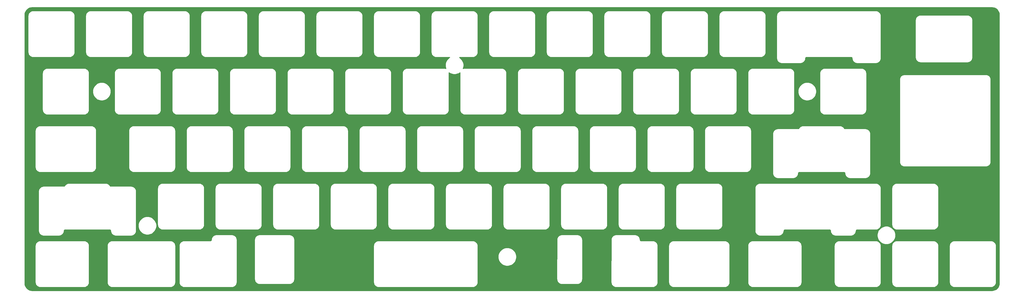
<source format=gbr>
%TF.GenerationSoftware,KiCad,Pcbnew,(5.1.6)-1*%
%TF.CreationDate,2022-08-08T21:24:51-05:00*%
%TF.ProjectId,pinstripe_plate,70696e73-7472-4697-9065-5f706c617465,rev?*%
%TF.SameCoordinates,Original*%
%TF.FileFunction,Copper,L2,Bot*%
%TF.FilePolarity,Positive*%
%FSLAX46Y46*%
G04 Gerber Fmt 4.6, Leading zero omitted, Abs format (unit mm)*
G04 Created by KiCad (PCBNEW (5.1.6)-1) date 2022-08-08 21:24:51*
%MOMM*%
%LPD*%
G01*
G04 APERTURE LIST*
%TA.AperFunction,NonConductor*%
%ADD10C,0.254000*%
%TD*%
G04 APERTURE END LIST*
D10*
G36*
X370710745Y-74253676D02*
G01*
X371165970Y-74391117D01*
X371585829Y-74614361D01*
X371954322Y-74914896D01*
X372257430Y-75281292D01*
X372483596Y-75699576D01*
X372624212Y-76153833D01*
X372677500Y-76660833D01*
X372677501Y-165507794D01*
X372627574Y-166016996D01*
X372490133Y-166472221D01*
X372266892Y-166892076D01*
X371966354Y-167260572D01*
X371599958Y-167563680D01*
X371181672Y-167789847D01*
X370727423Y-167930460D01*
X370220418Y-167983750D01*
X52773445Y-167983750D01*
X52264254Y-167933824D01*
X51809029Y-167796383D01*
X51389174Y-167573142D01*
X51020678Y-167272604D01*
X50717570Y-166906208D01*
X50491403Y-166487922D01*
X50350790Y-166033673D01*
X50297500Y-165526668D01*
X50297500Y-153157646D01*
X53733750Y-153157646D01*
X53733751Y-165229855D01*
X53736843Y-165261245D01*
X53736800Y-165267348D01*
X53737801Y-165277562D01*
X53758202Y-165471658D01*
X53771594Y-165536899D01*
X53784079Y-165602348D01*
X53787045Y-165612173D01*
X53844757Y-165798611D01*
X53870581Y-165860043D01*
X53895527Y-165921787D01*
X53900345Y-165930849D01*
X53993170Y-166102525D01*
X54030407Y-166157732D01*
X54066900Y-166213498D01*
X54073386Y-166221451D01*
X54197789Y-166371828D01*
X54245096Y-166418806D01*
X54291667Y-166466363D01*
X54299574Y-166472905D01*
X54450816Y-166596255D01*
X54506309Y-166633124D01*
X54561270Y-166670757D01*
X54570297Y-166675638D01*
X54742619Y-166767263D01*
X54804258Y-166792669D01*
X54865439Y-166818891D01*
X54875242Y-166821926D01*
X55062078Y-166878335D01*
X55127470Y-166891283D01*
X55192586Y-166905124D01*
X55202792Y-166906197D01*
X55397025Y-166925242D01*
X55397027Y-166925242D01*
X55432645Y-166928750D01*
X69886105Y-166928750D01*
X69917504Y-166925657D01*
X69923598Y-166925700D01*
X69933812Y-166924699D01*
X70127908Y-166904298D01*
X70193149Y-166890906D01*
X70258598Y-166878421D01*
X70268423Y-166875455D01*
X70454861Y-166817743D01*
X70516293Y-166791919D01*
X70578037Y-166766973D01*
X70587099Y-166762155D01*
X70758775Y-166669330D01*
X70813982Y-166632093D01*
X70869748Y-166595600D01*
X70877701Y-166589114D01*
X71028078Y-166464711D01*
X71075056Y-166417404D01*
X71122613Y-166370833D01*
X71129155Y-166362926D01*
X71252505Y-166211684D01*
X71289374Y-166156191D01*
X71327007Y-166101230D01*
X71331888Y-166092203D01*
X71423513Y-165919881D01*
X71448919Y-165858242D01*
X71475141Y-165797061D01*
X71478176Y-165787258D01*
X71534585Y-165600422D01*
X71547533Y-165535030D01*
X71561374Y-165469914D01*
X71562447Y-165459708D01*
X71581492Y-165265475D01*
X71581492Y-165265473D01*
X71585000Y-165229855D01*
X71585000Y-153157646D01*
X77546250Y-153157646D01*
X77546251Y-165229855D01*
X77549343Y-165261245D01*
X77549300Y-165267348D01*
X77550301Y-165277562D01*
X77570702Y-165471658D01*
X77584094Y-165536899D01*
X77596579Y-165602348D01*
X77599545Y-165612173D01*
X77657257Y-165798611D01*
X77683081Y-165860043D01*
X77708027Y-165921787D01*
X77712845Y-165930849D01*
X77805670Y-166102525D01*
X77842907Y-166157732D01*
X77879400Y-166213498D01*
X77885886Y-166221451D01*
X78010289Y-166371828D01*
X78057596Y-166418806D01*
X78104167Y-166466363D01*
X78112074Y-166472905D01*
X78263316Y-166596255D01*
X78318809Y-166633124D01*
X78373770Y-166670757D01*
X78382797Y-166675638D01*
X78555119Y-166767263D01*
X78616758Y-166792669D01*
X78677939Y-166818891D01*
X78687742Y-166821926D01*
X78874578Y-166878335D01*
X78939970Y-166891283D01*
X79005086Y-166905124D01*
X79015292Y-166906197D01*
X79209525Y-166925242D01*
X79209527Y-166925242D01*
X79245145Y-166928750D01*
X98461105Y-166928750D01*
X98492504Y-166925657D01*
X98498598Y-166925700D01*
X98508812Y-166924699D01*
X98702908Y-166904298D01*
X98768149Y-166890906D01*
X98833598Y-166878421D01*
X98843423Y-166875455D01*
X99029861Y-166817743D01*
X99091293Y-166791919D01*
X99153037Y-166766973D01*
X99162099Y-166762155D01*
X99333775Y-166669330D01*
X99388982Y-166632093D01*
X99444748Y-166595600D01*
X99452701Y-166589114D01*
X99603078Y-166464711D01*
X99650056Y-166417404D01*
X99697613Y-166370833D01*
X99704155Y-166362926D01*
X99827505Y-166211684D01*
X99864374Y-166156191D01*
X99902007Y-166101230D01*
X99906888Y-166092203D01*
X99998513Y-165919881D01*
X100023919Y-165858242D01*
X100050141Y-165797061D01*
X100053176Y-165787258D01*
X100109585Y-165600422D01*
X100122533Y-165535030D01*
X100136374Y-165469914D01*
X100137447Y-165459708D01*
X100156492Y-165265475D01*
X100156492Y-165265473D01*
X100160000Y-165229855D01*
X100160000Y-153157646D01*
X101358750Y-153157646D01*
X101358751Y-165229855D01*
X101361843Y-165261245D01*
X101361800Y-165267348D01*
X101362801Y-165277562D01*
X101383202Y-165471658D01*
X101396594Y-165536899D01*
X101409079Y-165602348D01*
X101412045Y-165612173D01*
X101469757Y-165798611D01*
X101495581Y-165860043D01*
X101520527Y-165921787D01*
X101525345Y-165930849D01*
X101618170Y-166102525D01*
X101655407Y-166157732D01*
X101691900Y-166213498D01*
X101698386Y-166221451D01*
X101822789Y-166371828D01*
X101870096Y-166418806D01*
X101916667Y-166466363D01*
X101924574Y-166472905D01*
X102075816Y-166596255D01*
X102131309Y-166633124D01*
X102186270Y-166670757D01*
X102195297Y-166675638D01*
X102367619Y-166767263D01*
X102429258Y-166792669D01*
X102490439Y-166818891D01*
X102500242Y-166821926D01*
X102687078Y-166878335D01*
X102752470Y-166891283D01*
X102817586Y-166905124D01*
X102827792Y-166906197D01*
X103022025Y-166925242D01*
X103022027Y-166925242D01*
X103057645Y-166928750D01*
X118781105Y-166928750D01*
X118812504Y-166925657D01*
X118818598Y-166925700D01*
X118828812Y-166924699D01*
X119022908Y-166904298D01*
X119088149Y-166890906D01*
X119153598Y-166878421D01*
X119163423Y-166875455D01*
X119349861Y-166817743D01*
X119411293Y-166791919D01*
X119473037Y-166766973D01*
X119482099Y-166762155D01*
X119653775Y-166669330D01*
X119708982Y-166632093D01*
X119764748Y-166595600D01*
X119772701Y-166589114D01*
X119923078Y-166464711D01*
X119970056Y-166417404D01*
X120017613Y-166370833D01*
X120024155Y-166362926D01*
X120147505Y-166211684D01*
X120184374Y-166156191D01*
X120222007Y-166101230D01*
X120226888Y-166092203D01*
X120318513Y-165919881D01*
X120343919Y-165858242D01*
X120370141Y-165797061D01*
X120373176Y-165787258D01*
X120429585Y-165600422D01*
X120442533Y-165535030D01*
X120456374Y-165469914D01*
X120457447Y-165459708D01*
X120469432Y-165337480D01*
X120469442Y-165337446D01*
X120476308Y-165267348D01*
X120476492Y-165265475D01*
X120476492Y-165265470D01*
X120480019Y-165229461D01*
X120479484Y-164229854D01*
X126296250Y-164229854D01*
X126299343Y-164261253D01*
X126299300Y-164267348D01*
X126300301Y-164277562D01*
X126320702Y-164471658D01*
X126334094Y-164536899D01*
X126346579Y-164602348D01*
X126349545Y-164612173D01*
X126407257Y-164798611D01*
X126433081Y-164860043D01*
X126458027Y-164921787D01*
X126462845Y-164930849D01*
X126555670Y-165102525D01*
X126592907Y-165157732D01*
X126629400Y-165213498D01*
X126635886Y-165221451D01*
X126760289Y-165371828D01*
X126807596Y-165418806D01*
X126854167Y-165466363D01*
X126862074Y-165472905D01*
X127013316Y-165596255D01*
X127068809Y-165633124D01*
X127123770Y-165670757D01*
X127132797Y-165675638D01*
X127305119Y-165767263D01*
X127366758Y-165792669D01*
X127427939Y-165818891D01*
X127437742Y-165821926D01*
X127624578Y-165878335D01*
X127689970Y-165891283D01*
X127755086Y-165905124D01*
X127765292Y-165906197D01*
X127959525Y-165925242D01*
X127959527Y-165925242D01*
X127995145Y-165928750D01*
X137823605Y-165928750D01*
X137855004Y-165925657D01*
X137861098Y-165925700D01*
X137871312Y-165924699D01*
X138065408Y-165904298D01*
X138130649Y-165890906D01*
X138196098Y-165878421D01*
X138205923Y-165875455D01*
X138392361Y-165817743D01*
X138453793Y-165791919D01*
X138515537Y-165766973D01*
X138524599Y-165762155D01*
X138696275Y-165669330D01*
X138751482Y-165632093D01*
X138807248Y-165595600D01*
X138815201Y-165589114D01*
X138965578Y-165464711D01*
X139012556Y-165417404D01*
X139060113Y-165370833D01*
X139066655Y-165362926D01*
X139190005Y-165211684D01*
X139226874Y-165156191D01*
X139264507Y-165101230D01*
X139269388Y-165092203D01*
X139361013Y-164919881D01*
X139386419Y-164858242D01*
X139412641Y-164797061D01*
X139415676Y-164787258D01*
X139472085Y-164600422D01*
X139485033Y-164535030D01*
X139498874Y-164469914D01*
X139499947Y-164459708D01*
X139518992Y-164265475D01*
X139518992Y-164265473D01*
X139522500Y-164229855D01*
X139522500Y-153157646D01*
X165652500Y-153157646D01*
X165652501Y-165229855D01*
X165655593Y-165261245D01*
X165655550Y-165267348D01*
X165656551Y-165277562D01*
X165676952Y-165471658D01*
X165690344Y-165536899D01*
X165702829Y-165602348D01*
X165705795Y-165612173D01*
X165763507Y-165798611D01*
X165789331Y-165860043D01*
X165814277Y-165921787D01*
X165819095Y-165930849D01*
X165911920Y-166102525D01*
X165949157Y-166157732D01*
X165985650Y-166213498D01*
X165992136Y-166221451D01*
X166116539Y-166371828D01*
X166163846Y-166418806D01*
X166210417Y-166466363D01*
X166218324Y-166472905D01*
X166369566Y-166596255D01*
X166425059Y-166633124D01*
X166480020Y-166670757D01*
X166489047Y-166675638D01*
X166661369Y-166767263D01*
X166723008Y-166792669D01*
X166784189Y-166818891D01*
X166793992Y-166821926D01*
X166980828Y-166878335D01*
X167046220Y-166891283D01*
X167111336Y-166905124D01*
X167121542Y-166906197D01*
X167315775Y-166925242D01*
X167315777Y-166925242D01*
X167351395Y-166928750D01*
X198473605Y-166928750D01*
X198505004Y-166925657D01*
X198511098Y-166925700D01*
X198521312Y-166924699D01*
X198715408Y-166904298D01*
X198780649Y-166890906D01*
X198846098Y-166878421D01*
X198855923Y-166875455D01*
X199042361Y-166817743D01*
X199103793Y-166791919D01*
X199165537Y-166766973D01*
X199174599Y-166762155D01*
X199346275Y-166669330D01*
X199401482Y-166632093D01*
X199457248Y-166595600D01*
X199465201Y-166589114D01*
X199615578Y-166464711D01*
X199662556Y-166417404D01*
X199710113Y-166370833D01*
X199716655Y-166362926D01*
X199840005Y-166211684D01*
X199876874Y-166156191D01*
X199914507Y-166101230D01*
X199919388Y-166092203D01*
X200011013Y-165919881D01*
X200036419Y-165858242D01*
X200062641Y-165797061D01*
X200065676Y-165787258D01*
X200122085Y-165600422D01*
X200135033Y-165535030D01*
X200148874Y-165469914D01*
X200149947Y-165459708D01*
X200168992Y-165265475D01*
X200168992Y-165265473D01*
X200172500Y-165229855D01*
X200172500Y-164229501D01*
X226296233Y-164229501D01*
X226299343Y-164261231D01*
X226299300Y-164267348D01*
X226300301Y-164277562D01*
X226320702Y-164471658D01*
X226334094Y-164536899D01*
X226346579Y-164602348D01*
X226349545Y-164612173D01*
X226407257Y-164798611D01*
X226433081Y-164860043D01*
X226458027Y-164921787D01*
X226462845Y-164930849D01*
X226555670Y-165102525D01*
X226592907Y-165157732D01*
X226629400Y-165213498D01*
X226635886Y-165221451D01*
X226760289Y-165371828D01*
X226807596Y-165418806D01*
X226854167Y-165466363D01*
X226862074Y-165472905D01*
X227013316Y-165596255D01*
X227068809Y-165633124D01*
X227123770Y-165670757D01*
X227132797Y-165675638D01*
X227305119Y-165767263D01*
X227366758Y-165792669D01*
X227427939Y-165818891D01*
X227437742Y-165821926D01*
X227624578Y-165878335D01*
X227689970Y-165891283D01*
X227755086Y-165905124D01*
X227765292Y-165906197D01*
X227959525Y-165925242D01*
X227959527Y-165925242D01*
X227995145Y-165928750D01*
X233067355Y-165928750D01*
X233098754Y-165925657D01*
X233104848Y-165925700D01*
X233115062Y-165924699D01*
X233309158Y-165904298D01*
X233374399Y-165890906D01*
X233439848Y-165878421D01*
X233449673Y-165875455D01*
X233636111Y-165817743D01*
X233697543Y-165791919D01*
X233759287Y-165766973D01*
X233768349Y-165762155D01*
X233940025Y-165669330D01*
X233995232Y-165632093D01*
X234050998Y-165595600D01*
X234058951Y-165589114D01*
X234209328Y-165464711D01*
X234256306Y-165417404D01*
X234303863Y-165370833D01*
X234310405Y-165362926D01*
X234419545Y-165229106D01*
X244233714Y-165229106D01*
X244236843Y-165261209D01*
X244236800Y-165267348D01*
X244237801Y-165277562D01*
X244258202Y-165471658D01*
X244271594Y-165536899D01*
X244284079Y-165602348D01*
X244287045Y-165612173D01*
X244344757Y-165798611D01*
X244370581Y-165860043D01*
X244395527Y-165921787D01*
X244400345Y-165930849D01*
X244493170Y-166102525D01*
X244530407Y-166157732D01*
X244566900Y-166213498D01*
X244573386Y-166221451D01*
X244697789Y-166371828D01*
X244745096Y-166418806D01*
X244791667Y-166466363D01*
X244799574Y-166472905D01*
X244950816Y-166596255D01*
X245006309Y-166633124D01*
X245061270Y-166670757D01*
X245070297Y-166675638D01*
X245242619Y-166767263D01*
X245304258Y-166792669D01*
X245365439Y-166818891D01*
X245375242Y-166821926D01*
X245562078Y-166878335D01*
X245627470Y-166891283D01*
X245692586Y-166905124D01*
X245702792Y-166906197D01*
X245897025Y-166925242D01*
X245897027Y-166925242D01*
X245932645Y-166928750D01*
X258004855Y-166928750D01*
X258036254Y-166925657D01*
X258042348Y-166925700D01*
X258052562Y-166924699D01*
X258246658Y-166904298D01*
X258311899Y-166890906D01*
X258377348Y-166878421D01*
X258387173Y-166875455D01*
X258573611Y-166817743D01*
X258635043Y-166791919D01*
X258696787Y-166766973D01*
X258705849Y-166762155D01*
X258877525Y-166669330D01*
X258932732Y-166632093D01*
X258988498Y-166595600D01*
X258996451Y-166589114D01*
X259146828Y-166464711D01*
X259193806Y-166417404D01*
X259241363Y-166370833D01*
X259247905Y-166362926D01*
X259371255Y-166211684D01*
X259408124Y-166156191D01*
X259445757Y-166101230D01*
X259450638Y-166092203D01*
X259542263Y-165919881D01*
X259567669Y-165858242D01*
X259593891Y-165797061D01*
X259596926Y-165787258D01*
X259653335Y-165600422D01*
X259666283Y-165535030D01*
X259680124Y-165469914D01*
X259681197Y-165459708D01*
X259700242Y-165265475D01*
X259700242Y-165265473D01*
X259703750Y-165229855D01*
X259703750Y-153157646D01*
X263283750Y-153157646D01*
X263283751Y-165229855D01*
X263286843Y-165261245D01*
X263286800Y-165267348D01*
X263287801Y-165277562D01*
X263308202Y-165471658D01*
X263321594Y-165536899D01*
X263334079Y-165602348D01*
X263337045Y-165612173D01*
X263394757Y-165798611D01*
X263420581Y-165860043D01*
X263445527Y-165921787D01*
X263450345Y-165930849D01*
X263543170Y-166102525D01*
X263580407Y-166157732D01*
X263616900Y-166213498D01*
X263623386Y-166221451D01*
X263747789Y-166371828D01*
X263795096Y-166418806D01*
X263841667Y-166466363D01*
X263849574Y-166472905D01*
X264000816Y-166596255D01*
X264056309Y-166633124D01*
X264111270Y-166670757D01*
X264120297Y-166675638D01*
X264292619Y-166767263D01*
X264354258Y-166792669D01*
X264415439Y-166818891D01*
X264425242Y-166821926D01*
X264612078Y-166878335D01*
X264677470Y-166891283D01*
X264742586Y-166905124D01*
X264752792Y-166906197D01*
X264947025Y-166925242D01*
X264947027Y-166925242D01*
X264982645Y-166928750D01*
X281817355Y-166928750D01*
X281848754Y-166925657D01*
X281854848Y-166925700D01*
X281865062Y-166924699D01*
X282059158Y-166904298D01*
X282124399Y-166890906D01*
X282189848Y-166878421D01*
X282199673Y-166875455D01*
X282386111Y-166817743D01*
X282447543Y-166791919D01*
X282509287Y-166766973D01*
X282518349Y-166762155D01*
X282690025Y-166669330D01*
X282745232Y-166632093D01*
X282800998Y-166595600D01*
X282808951Y-166589114D01*
X282959328Y-166464711D01*
X283006306Y-166417404D01*
X283053863Y-166370833D01*
X283060405Y-166362926D01*
X283183755Y-166211684D01*
X283220624Y-166156191D01*
X283258257Y-166101230D01*
X283263138Y-166092203D01*
X283354763Y-165919881D01*
X283380169Y-165858242D01*
X283406391Y-165797061D01*
X283409426Y-165787258D01*
X283465835Y-165600422D01*
X283478783Y-165535030D01*
X283492624Y-165469914D01*
X283493697Y-165459708D01*
X283512742Y-165265475D01*
X283512742Y-165265473D01*
X283516250Y-165229855D01*
X283516250Y-153157646D01*
X289477500Y-153157646D01*
X289477501Y-165229855D01*
X289480593Y-165261245D01*
X289480550Y-165267348D01*
X289481551Y-165277562D01*
X289501952Y-165471658D01*
X289515344Y-165536899D01*
X289527829Y-165602348D01*
X289530795Y-165612173D01*
X289588507Y-165798611D01*
X289614331Y-165860043D01*
X289639277Y-165921787D01*
X289644095Y-165930849D01*
X289736920Y-166102525D01*
X289774157Y-166157732D01*
X289810650Y-166213498D01*
X289817136Y-166221451D01*
X289941539Y-166371828D01*
X289988846Y-166418806D01*
X290035417Y-166466363D01*
X290043324Y-166472905D01*
X290194566Y-166596255D01*
X290250059Y-166633124D01*
X290305020Y-166670757D01*
X290314047Y-166675638D01*
X290486369Y-166767263D01*
X290548008Y-166792669D01*
X290609189Y-166818891D01*
X290618992Y-166821926D01*
X290805828Y-166878335D01*
X290871220Y-166891283D01*
X290936336Y-166905124D01*
X290946542Y-166906197D01*
X291140775Y-166925242D01*
X291140777Y-166925242D01*
X291176395Y-166928750D01*
X305629855Y-166928750D01*
X305661254Y-166925657D01*
X305667348Y-166925700D01*
X305677562Y-166924699D01*
X305871658Y-166904298D01*
X305936899Y-166890906D01*
X306002348Y-166878421D01*
X306012173Y-166875455D01*
X306198611Y-166817743D01*
X306260043Y-166791919D01*
X306321787Y-166766973D01*
X306330849Y-166762155D01*
X306502525Y-166669330D01*
X306557732Y-166632093D01*
X306613498Y-166595600D01*
X306621451Y-166589114D01*
X306771828Y-166464711D01*
X306818806Y-166417404D01*
X306866363Y-166370833D01*
X306872905Y-166362926D01*
X306996255Y-166211684D01*
X307033124Y-166156191D01*
X307070757Y-166101230D01*
X307075638Y-166092203D01*
X307167263Y-165919881D01*
X307192669Y-165858242D01*
X307218891Y-165797061D01*
X307221926Y-165787258D01*
X307278335Y-165600422D01*
X307291283Y-165535030D01*
X307305124Y-165469914D01*
X307306197Y-165459708D01*
X307325242Y-165265475D01*
X307325242Y-165265473D01*
X307328750Y-165229855D01*
X307328750Y-153157646D01*
X318052500Y-153157646D01*
X318052501Y-165229855D01*
X318055593Y-165261245D01*
X318055550Y-165267348D01*
X318056551Y-165277562D01*
X318076952Y-165471658D01*
X318090344Y-165536899D01*
X318102829Y-165602348D01*
X318105795Y-165612173D01*
X318163507Y-165798611D01*
X318189331Y-165860043D01*
X318214277Y-165921787D01*
X318219095Y-165930849D01*
X318311920Y-166102525D01*
X318349157Y-166157732D01*
X318385650Y-166213498D01*
X318392136Y-166221451D01*
X318516539Y-166371828D01*
X318563846Y-166418806D01*
X318610417Y-166466363D01*
X318618324Y-166472905D01*
X318769566Y-166596255D01*
X318825059Y-166633124D01*
X318880020Y-166670757D01*
X318889047Y-166675638D01*
X319061369Y-166767263D01*
X319123008Y-166792669D01*
X319184189Y-166818891D01*
X319193992Y-166821926D01*
X319380828Y-166878335D01*
X319446220Y-166891283D01*
X319511336Y-166905124D01*
X319521542Y-166906197D01*
X319715775Y-166925242D01*
X319715777Y-166925242D01*
X319751395Y-166928750D01*
X331823605Y-166928750D01*
X331855004Y-166925657D01*
X331861098Y-166925700D01*
X331871312Y-166924699D01*
X332065408Y-166904298D01*
X332130649Y-166890906D01*
X332196098Y-166878421D01*
X332205923Y-166875455D01*
X332392361Y-166817743D01*
X332453793Y-166791919D01*
X332515537Y-166766973D01*
X332524599Y-166762155D01*
X332696275Y-166669330D01*
X332751482Y-166632093D01*
X332807248Y-166595600D01*
X332815201Y-166589114D01*
X332965578Y-166464711D01*
X333012556Y-166417404D01*
X333060113Y-166370833D01*
X333066655Y-166362926D01*
X333190005Y-166211684D01*
X333226874Y-166156191D01*
X333264507Y-166101230D01*
X333269388Y-166092203D01*
X333361013Y-165919881D01*
X333386419Y-165858242D01*
X333412641Y-165797061D01*
X333415676Y-165787258D01*
X333472085Y-165600422D01*
X333485033Y-165535030D01*
X333498874Y-165469914D01*
X333499947Y-165459708D01*
X333518992Y-165265475D01*
X333518992Y-165265473D01*
X333522500Y-165229855D01*
X333522500Y-153157646D01*
X337102500Y-153157646D01*
X337102501Y-165229855D01*
X337105593Y-165261245D01*
X337105550Y-165267348D01*
X337106551Y-165277562D01*
X337126952Y-165471658D01*
X337140344Y-165536899D01*
X337152829Y-165602348D01*
X337155795Y-165612173D01*
X337213507Y-165798611D01*
X337239331Y-165860043D01*
X337264277Y-165921787D01*
X337269095Y-165930849D01*
X337361920Y-166102525D01*
X337399157Y-166157732D01*
X337435650Y-166213498D01*
X337442136Y-166221451D01*
X337566539Y-166371828D01*
X337613846Y-166418806D01*
X337660417Y-166466363D01*
X337668324Y-166472905D01*
X337819566Y-166596255D01*
X337875059Y-166633124D01*
X337930020Y-166670757D01*
X337939047Y-166675638D01*
X338111369Y-166767263D01*
X338173008Y-166792669D01*
X338234189Y-166818891D01*
X338243992Y-166821926D01*
X338430828Y-166878335D01*
X338496220Y-166891283D01*
X338561336Y-166905124D01*
X338571542Y-166906197D01*
X338765775Y-166925242D01*
X338765777Y-166925242D01*
X338801395Y-166928750D01*
X350873605Y-166928750D01*
X350905004Y-166925657D01*
X350911098Y-166925700D01*
X350921312Y-166924699D01*
X351115408Y-166904298D01*
X351180649Y-166890906D01*
X351246098Y-166878421D01*
X351255923Y-166875455D01*
X351442361Y-166817743D01*
X351503793Y-166791919D01*
X351565537Y-166766973D01*
X351574599Y-166762155D01*
X351746275Y-166669330D01*
X351801482Y-166632093D01*
X351857248Y-166595600D01*
X351865201Y-166589114D01*
X352015578Y-166464711D01*
X352062556Y-166417404D01*
X352110113Y-166370833D01*
X352116655Y-166362926D01*
X352240005Y-166211684D01*
X352276874Y-166156191D01*
X352314507Y-166101230D01*
X352319388Y-166092203D01*
X352411013Y-165919881D01*
X352436419Y-165858242D01*
X352462641Y-165797061D01*
X352465676Y-165787258D01*
X352522085Y-165600422D01*
X352535033Y-165535030D01*
X352548874Y-165469914D01*
X352549947Y-165459708D01*
X352568992Y-165265475D01*
X352568992Y-165265473D01*
X352572500Y-165229855D01*
X352572500Y-153157646D01*
X356152500Y-153157646D01*
X356152501Y-165229855D01*
X356155593Y-165261245D01*
X356155550Y-165267348D01*
X356156551Y-165277562D01*
X356176952Y-165471658D01*
X356190344Y-165536899D01*
X356202829Y-165602348D01*
X356205795Y-165612173D01*
X356263507Y-165798611D01*
X356289331Y-165860043D01*
X356314277Y-165921787D01*
X356319095Y-165930849D01*
X356411920Y-166102525D01*
X356449157Y-166157732D01*
X356485650Y-166213498D01*
X356492136Y-166221451D01*
X356616539Y-166371828D01*
X356663846Y-166418806D01*
X356710417Y-166466363D01*
X356718324Y-166472905D01*
X356869566Y-166596255D01*
X356925059Y-166633124D01*
X356980020Y-166670757D01*
X356989047Y-166675638D01*
X357161369Y-166767263D01*
X357223008Y-166792669D01*
X357284189Y-166818891D01*
X357293992Y-166821926D01*
X357480828Y-166878335D01*
X357546220Y-166891283D01*
X357611336Y-166905124D01*
X357621542Y-166906197D01*
X357815775Y-166925242D01*
X357815777Y-166925242D01*
X357851395Y-166928750D01*
X369923605Y-166928750D01*
X369955004Y-166925657D01*
X369961098Y-166925700D01*
X369971312Y-166924699D01*
X370165408Y-166904298D01*
X370230649Y-166890906D01*
X370296098Y-166878421D01*
X370305923Y-166875455D01*
X370492361Y-166817743D01*
X370553793Y-166791919D01*
X370615537Y-166766973D01*
X370624599Y-166762155D01*
X370796275Y-166669330D01*
X370851482Y-166632093D01*
X370907248Y-166595600D01*
X370915201Y-166589114D01*
X371065578Y-166464711D01*
X371112556Y-166417404D01*
X371160113Y-166370833D01*
X371166655Y-166362926D01*
X371290005Y-166211684D01*
X371326874Y-166156191D01*
X371364507Y-166101230D01*
X371369388Y-166092203D01*
X371461013Y-165919881D01*
X371486419Y-165858242D01*
X371512641Y-165797061D01*
X371515676Y-165787258D01*
X371572085Y-165600422D01*
X371585033Y-165535030D01*
X371598874Y-165469914D01*
X371599947Y-165459708D01*
X371618992Y-165265475D01*
X371618992Y-165265473D01*
X371622500Y-165229855D01*
X371622500Y-153157645D01*
X371619407Y-153126246D01*
X371619450Y-153120152D01*
X371618449Y-153109938D01*
X371598048Y-152915841D01*
X371584655Y-152850593D01*
X371572171Y-152785152D01*
X371569205Y-152775327D01*
X371511493Y-152588889D01*
X371485675Y-152527470D01*
X371460723Y-152465712D01*
X371455905Y-152456651D01*
X371363080Y-152284974D01*
X371325815Y-152229727D01*
X371289350Y-152174002D01*
X371282864Y-152166049D01*
X371158460Y-152015671D01*
X371111154Y-151968694D01*
X371064583Y-151921137D01*
X371056676Y-151914595D01*
X370905434Y-151791245D01*
X370849915Y-151754358D01*
X370794980Y-151716744D01*
X370785953Y-151711862D01*
X370613631Y-151620237D01*
X370552004Y-151594836D01*
X370490811Y-151568609D01*
X370481008Y-151565574D01*
X370294172Y-151509165D01*
X370228780Y-151496217D01*
X370163664Y-151482376D01*
X370153458Y-151481303D01*
X369959224Y-151462258D01*
X369959223Y-151462258D01*
X369923605Y-151458750D01*
X357851395Y-151458750D01*
X357819996Y-151461843D01*
X357813902Y-151461800D01*
X357803688Y-151462801D01*
X357609591Y-151483202D01*
X357544343Y-151496595D01*
X357478902Y-151509079D01*
X357469077Y-151512045D01*
X357282639Y-151569757D01*
X357221220Y-151595575D01*
X357159462Y-151620527D01*
X357150401Y-151625345D01*
X356978724Y-151718170D01*
X356923477Y-151755435D01*
X356867752Y-151791900D01*
X356859799Y-151798386D01*
X356709421Y-151922790D01*
X356662444Y-151970096D01*
X356614887Y-152016667D01*
X356608345Y-152024574D01*
X356484995Y-152175816D01*
X356448108Y-152231335D01*
X356410494Y-152286270D01*
X356405612Y-152295297D01*
X356313987Y-152467619D01*
X356288586Y-152529246D01*
X356262359Y-152590439D01*
X356259324Y-152600242D01*
X356202915Y-152787078D01*
X356189967Y-152852470D01*
X356176126Y-152917586D01*
X356175053Y-152927792D01*
X356156008Y-153122026D01*
X356152500Y-153157646D01*
X352572500Y-153157646D01*
X352572500Y-153157645D01*
X352569407Y-153126246D01*
X352569450Y-153120152D01*
X352568449Y-153109938D01*
X352548048Y-152915841D01*
X352534655Y-152850593D01*
X352522171Y-152785152D01*
X352519205Y-152775327D01*
X352461493Y-152588889D01*
X352435675Y-152527470D01*
X352410723Y-152465712D01*
X352405905Y-152456651D01*
X352313080Y-152284974D01*
X352275815Y-152229727D01*
X352239350Y-152174002D01*
X352232864Y-152166049D01*
X352108460Y-152015671D01*
X352061154Y-151968694D01*
X352014583Y-151921137D01*
X352006676Y-151914595D01*
X351855434Y-151791245D01*
X351799915Y-151754358D01*
X351744980Y-151716744D01*
X351735953Y-151711862D01*
X351563631Y-151620237D01*
X351502004Y-151594836D01*
X351440811Y-151568609D01*
X351431008Y-151565574D01*
X351244172Y-151509165D01*
X351178780Y-151496217D01*
X351113664Y-151482376D01*
X351103458Y-151481303D01*
X350909224Y-151462258D01*
X350909223Y-151462258D01*
X350873605Y-151458750D01*
X338801395Y-151458750D01*
X338769996Y-151461843D01*
X338763902Y-151461800D01*
X338753688Y-151462801D01*
X338559591Y-151483202D01*
X338494343Y-151496595D01*
X338428902Y-151509079D01*
X338419077Y-151512045D01*
X338232639Y-151569757D01*
X338171220Y-151595575D01*
X338109462Y-151620527D01*
X338100401Y-151625345D01*
X337928724Y-151718170D01*
X337873477Y-151755435D01*
X337817752Y-151791900D01*
X337809799Y-151798386D01*
X337659421Y-151922790D01*
X337612444Y-151970096D01*
X337564887Y-152016667D01*
X337558345Y-152024574D01*
X337434995Y-152175816D01*
X337398108Y-152231335D01*
X337360494Y-152286270D01*
X337355612Y-152295297D01*
X337263987Y-152467619D01*
X337238586Y-152529246D01*
X337212359Y-152590439D01*
X337209324Y-152600242D01*
X337152915Y-152787078D01*
X337139967Y-152852470D01*
X337126126Y-152917586D01*
X337125053Y-152927792D01*
X337106008Y-153122026D01*
X337102500Y-153157646D01*
X333522500Y-153157646D01*
X333522500Y-153157645D01*
X333519407Y-153126246D01*
X333519450Y-153120152D01*
X333518449Y-153109938D01*
X333498048Y-152915841D01*
X333484655Y-152850593D01*
X333472171Y-152785152D01*
X333469205Y-152775327D01*
X333411493Y-152588889D01*
X333385675Y-152527470D01*
X333360723Y-152465712D01*
X333355905Y-152456651D01*
X333263080Y-152284974D01*
X333225815Y-152229727D01*
X333189350Y-152174002D01*
X333182864Y-152166049D01*
X333058460Y-152015671D01*
X333011154Y-151968694D01*
X332964583Y-151921137D01*
X332956676Y-151914595D01*
X332805434Y-151791245D01*
X332749915Y-151754358D01*
X332694980Y-151716744D01*
X332685953Y-151711862D01*
X332513631Y-151620237D01*
X332452004Y-151594836D01*
X332390811Y-151568609D01*
X332381008Y-151565574D01*
X332194172Y-151509165D01*
X332128780Y-151496217D01*
X332063664Y-151482376D01*
X332053458Y-151481303D01*
X331859224Y-151462258D01*
X331859223Y-151462258D01*
X331823605Y-151458750D01*
X319751395Y-151458750D01*
X319719996Y-151461843D01*
X319713902Y-151461800D01*
X319703688Y-151462801D01*
X319509591Y-151483202D01*
X319444343Y-151496595D01*
X319378902Y-151509079D01*
X319369077Y-151512045D01*
X319182639Y-151569757D01*
X319121220Y-151595575D01*
X319059462Y-151620527D01*
X319050401Y-151625345D01*
X318878724Y-151718170D01*
X318823477Y-151755435D01*
X318767752Y-151791900D01*
X318759799Y-151798386D01*
X318609421Y-151922790D01*
X318562444Y-151970096D01*
X318514887Y-152016667D01*
X318508345Y-152024574D01*
X318384995Y-152175816D01*
X318348108Y-152231335D01*
X318310494Y-152286270D01*
X318305612Y-152295297D01*
X318213987Y-152467619D01*
X318188586Y-152529246D01*
X318162359Y-152590439D01*
X318159324Y-152600242D01*
X318102915Y-152787078D01*
X318089967Y-152852470D01*
X318076126Y-152917586D01*
X318075053Y-152927792D01*
X318056008Y-153122026D01*
X318052500Y-153157646D01*
X307328750Y-153157646D01*
X307328750Y-153157645D01*
X307325657Y-153126246D01*
X307325700Y-153120152D01*
X307324699Y-153109938D01*
X307304298Y-152915841D01*
X307290905Y-152850593D01*
X307278421Y-152785152D01*
X307275455Y-152775327D01*
X307217743Y-152588889D01*
X307191925Y-152527470D01*
X307166973Y-152465712D01*
X307162155Y-152456651D01*
X307069330Y-152284974D01*
X307032065Y-152229727D01*
X306995600Y-152174002D01*
X306989114Y-152166049D01*
X306864710Y-152015671D01*
X306817404Y-151968694D01*
X306770833Y-151921137D01*
X306762926Y-151914595D01*
X306611684Y-151791245D01*
X306556165Y-151754358D01*
X306501230Y-151716744D01*
X306492203Y-151711862D01*
X306319881Y-151620237D01*
X306258254Y-151594836D01*
X306197061Y-151568609D01*
X306187258Y-151565574D01*
X306000422Y-151509165D01*
X305935030Y-151496217D01*
X305869914Y-151482376D01*
X305859708Y-151481303D01*
X305665474Y-151462258D01*
X305665473Y-151462258D01*
X305629855Y-151458750D01*
X291176395Y-151458750D01*
X291144996Y-151461843D01*
X291138902Y-151461800D01*
X291128688Y-151462801D01*
X290934591Y-151483202D01*
X290869343Y-151496595D01*
X290803902Y-151509079D01*
X290794077Y-151512045D01*
X290607639Y-151569757D01*
X290546220Y-151595575D01*
X290484462Y-151620527D01*
X290475401Y-151625345D01*
X290303724Y-151718170D01*
X290248477Y-151755435D01*
X290192752Y-151791900D01*
X290184799Y-151798386D01*
X290034421Y-151922790D01*
X289987444Y-151970096D01*
X289939887Y-152016667D01*
X289933345Y-152024574D01*
X289809995Y-152175816D01*
X289773108Y-152231335D01*
X289735494Y-152286270D01*
X289730612Y-152295297D01*
X289638987Y-152467619D01*
X289613586Y-152529246D01*
X289587359Y-152590439D01*
X289584324Y-152600242D01*
X289527915Y-152787078D01*
X289514967Y-152852470D01*
X289501126Y-152917586D01*
X289500053Y-152927792D01*
X289481008Y-153122026D01*
X289477500Y-153157646D01*
X283516250Y-153157646D01*
X283516250Y-153157645D01*
X283513157Y-153126246D01*
X283513200Y-153120152D01*
X283512199Y-153109938D01*
X283491798Y-152915841D01*
X283478405Y-152850593D01*
X283465921Y-152785152D01*
X283462955Y-152775327D01*
X283405243Y-152588889D01*
X283379425Y-152527470D01*
X283354473Y-152465712D01*
X283349655Y-152456651D01*
X283256830Y-152284974D01*
X283219565Y-152229727D01*
X283183100Y-152174002D01*
X283176614Y-152166049D01*
X283052210Y-152015671D01*
X283004904Y-151968694D01*
X282958333Y-151921137D01*
X282950426Y-151914595D01*
X282799184Y-151791245D01*
X282743665Y-151754358D01*
X282688730Y-151716744D01*
X282679703Y-151711862D01*
X282507381Y-151620237D01*
X282445754Y-151594836D01*
X282384561Y-151568609D01*
X282374758Y-151565574D01*
X282187922Y-151509165D01*
X282122530Y-151496217D01*
X282057414Y-151482376D01*
X282047208Y-151481303D01*
X281852974Y-151462258D01*
X281852973Y-151462258D01*
X281817355Y-151458750D01*
X264982645Y-151458750D01*
X264951246Y-151461843D01*
X264945152Y-151461800D01*
X264934938Y-151462801D01*
X264740841Y-151483202D01*
X264675593Y-151496595D01*
X264610152Y-151509079D01*
X264600327Y-151512045D01*
X264413889Y-151569757D01*
X264352470Y-151595575D01*
X264290712Y-151620527D01*
X264281651Y-151625345D01*
X264109974Y-151718170D01*
X264054727Y-151755435D01*
X263999002Y-151791900D01*
X263991049Y-151798386D01*
X263840671Y-151922790D01*
X263793694Y-151970096D01*
X263746137Y-152016667D01*
X263739595Y-152024574D01*
X263616245Y-152175816D01*
X263579358Y-152231335D01*
X263541744Y-152286270D01*
X263536862Y-152295297D01*
X263445237Y-152467619D01*
X263419836Y-152529246D01*
X263393609Y-152590439D01*
X263390574Y-152600242D01*
X263334165Y-152787078D01*
X263321217Y-152852470D01*
X263307376Y-152917586D01*
X263306303Y-152927792D01*
X263287258Y-153122026D01*
X263283750Y-153157646D01*
X259703750Y-153157646D01*
X259703750Y-153157645D01*
X259700657Y-153126246D01*
X259700700Y-153120152D01*
X259699699Y-153109938D01*
X259679298Y-152915841D01*
X259665905Y-152850593D01*
X259653421Y-152785152D01*
X259650455Y-152775327D01*
X259592743Y-152588889D01*
X259566925Y-152527470D01*
X259541973Y-152465712D01*
X259537155Y-152456651D01*
X259444330Y-152284974D01*
X259407065Y-152229727D01*
X259370600Y-152174002D01*
X259364114Y-152166049D01*
X259239710Y-152015671D01*
X259192404Y-151968694D01*
X259145833Y-151921137D01*
X259137926Y-151914595D01*
X258986684Y-151791245D01*
X258931165Y-151754358D01*
X258876230Y-151716744D01*
X258867203Y-151711862D01*
X258694881Y-151620237D01*
X258633254Y-151594836D01*
X258572061Y-151568609D01*
X258562258Y-151565574D01*
X258375422Y-151509165D01*
X258310030Y-151496217D01*
X258244914Y-151482376D01*
X258234708Y-151481303D01*
X258040474Y-151462258D01*
X258040473Y-151462258D01*
X258004855Y-151458750D01*
X254123447Y-151458750D01*
X254036714Y-151450246D01*
X253987860Y-151435496D01*
X253942801Y-151411538D01*
X253903254Y-151379284D01*
X253870727Y-151339965D01*
X253846457Y-151295079D01*
X253831365Y-151246323D01*
X253819366Y-151132169D01*
X253819450Y-151120152D01*
X253818449Y-151109938D01*
X253798048Y-150915841D01*
X253784655Y-150850593D01*
X253772171Y-150785152D01*
X253769205Y-150775327D01*
X253711493Y-150588889D01*
X253685675Y-150527470D01*
X253660723Y-150465712D01*
X253655905Y-150456651D01*
X253563080Y-150284974D01*
X253525815Y-150229727D01*
X253489350Y-150174002D01*
X253482864Y-150166049D01*
X253358460Y-150015671D01*
X253311154Y-149968694D01*
X253264583Y-149921137D01*
X253256676Y-149914595D01*
X253105434Y-149791245D01*
X253049915Y-149754358D01*
X252994980Y-149716744D01*
X252985953Y-149711862D01*
X252813631Y-149620237D01*
X252752004Y-149594836D01*
X252690811Y-149568609D01*
X252681008Y-149565574D01*
X252494172Y-149509165D01*
X252428780Y-149496217D01*
X252363664Y-149482376D01*
X252353458Y-149481303D01*
X252159224Y-149462258D01*
X252159223Y-149462258D01*
X252123605Y-149458750D01*
X245946895Y-149458750D01*
X245915496Y-149461843D01*
X245909402Y-149461800D01*
X245899188Y-149462801D01*
X245705091Y-149483202D01*
X245639843Y-149496595D01*
X245574402Y-149509079D01*
X245564577Y-149512045D01*
X245378139Y-149569757D01*
X245316720Y-149595575D01*
X245254962Y-149620527D01*
X245245901Y-149625345D01*
X245074224Y-149718170D01*
X245018977Y-149755435D01*
X244963252Y-149791900D01*
X244955299Y-149798386D01*
X244804921Y-149922790D01*
X244757944Y-149970096D01*
X244710387Y-150016667D01*
X244703845Y-150024574D01*
X244580495Y-150175816D01*
X244543608Y-150231335D01*
X244505994Y-150286270D01*
X244501112Y-150295297D01*
X244409487Y-150467619D01*
X244384086Y-150529246D01*
X244357859Y-150590439D01*
X244354824Y-150600242D01*
X244298415Y-150787078D01*
X244285467Y-150852470D01*
X244271626Y-150917586D01*
X244270553Y-150927792D01*
X244251508Y-151122026D01*
X244248038Y-151156898D01*
X244233714Y-165229106D01*
X234419545Y-165229106D01*
X234433755Y-165211684D01*
X234470624Y-165156191D01*
X234508257Y-165101230D01*
X234513138Y-165092203D01*
X234604763Y-164919881D01*
X234630169Y-164858242D01*
X234656391Y-164797061D01*
X234659426Y-164787258D01*
X234715835Y-164600422D01*
X234728783Y-164535030D01*
X234742624Y-164469914D01*
X234743697Y-164459708D01*
X234762742Y-164265475D01*
X234762742Y-164265473D01*
X234766250Y-164229855D01*
X234766250Y-151157645D01*
X234763157Y-151126246D01*
X234763200Y-151120152D01*
X234762199Y-151109938D01*
X234741798Y-150915841D01*
X234728405Y-150850593D01*
X234715921Y-150785152D01*
X234712955Y-150775327D01*
X234655243Y-150588889D01*
X234629425Y-150527470D01*
X234604473Y-150465712D01*
X234599655Y-150456651D01*
X234506830Y-150284974D01*
X234469565Y-150229727D01*
X234433100Y-150174002D01*
X234426614Y-150166049D01*
X234302210Y-150015671D01*
X234254904Y-149968694D01*
X234208333Y-149921137D01*
X234200426Y-149914595D01*
X234049184Y-149791245D01*
X233993665Y-149754358D01*
X233938730Y-149716744D01*
X233929703Y-149711862D01*
X233757381Y-149620237D01*
X233695754Y-149594836D01*
X233634561Y-149568609D01*
X233624758Y-149565574D01*
X233437922Y-149509165D01*
X233372530Y-149496217D01*
X233307414Y-149482376D01*
X233297208Y-149481303D01*
X233102974Y-149462258D01*
X233102973Y-149462258D01*
X233067355Y-149458750D01*
X228001395Y-149458750D01*
X227969996Y-149461843D01*
X227963902Y-149461800D01*
X227953688Y-149462801D01*
X227759591Y-149483202D01*
X227694343Y-149496595D01*
X227628902Y-149509079D01*
X227619077Y-149512045D01*
X227432639Y-149569757D01*
X227371220Y-149595575D01*
X227309462Y-149620527D01*
X227300401Y-149625345D01*
X227128724Y-149718170D01*
X227073477Y-149755435D01*
X227017752Y-149791900D01*
X227009799Y-149798386D01*
X226859421Y-149922790D01*
X226812444Y-149970096D01*
X226764887Y-150016667D01*
X226758345Y-150024574D01*
X226634995Y-150175816D01*
X226598108Y-150231335D01*
X226560494Y-150286270D01*
X226555612Y-150295297D01*
X226463987Y-150467619D01*
X226438586Y-150529246D01*
X226412359Y-150590439D01*
X226409324Y-150600242D01*
X226352915Y-150787078D01*
X226339967Y-150852470D01*
X226326126Y-150917586D01*
X226325053Y-150927792D01*
X226306008Y-151122026D01*
X226306008Y-151122028D01*
X226302518Y-151157292D01*
X226296233Y-164229501D01*
X200172500Y-164229501D01*
X200172500Y-156513058D01*
X206859711Y-156513058D01*
X206859711Y-157111942D01*
X206976547Y-157699320D01*
X207205731Y-158252617D01*
X207538453Y-158750571D01*
X207961929Y-159174047D01*
X208459883Y-159506769D01*
X209013180Y-159735953D01*
X209600558Y-159852789D01*
X210199442Y-159852789D01*
X210786820Y-159735953D01*
X211340117Y-159506769D01*
X211838071Y-159174047D01*
X212261547Y-158750571D01*
X212594269Y-158252617D01*
X212823453Y-157699320D01*
X212940289Y-157111942D01*
X212940289Y-156513058D01*
X212823453Y-155925680D01*
X212594269Y-155372383D01*
X212261547Y-154874429D01*
X211838071Y-154450953D01*
X211340117Y-154118231D01*
X210786820Y-153889047D01*
X210199442Y-153772211D01*
X209600558Y-153772211D01*
X209013180Y-153889047D01*
X208459883Y-154118231D01*
X207961929Y-154450953D01*
X207538453Y-154874429D01*
X207205731Y-155372383D01*
X206976547Y-155925680D01*
X206859711Y-156513058D01*
X200172500Y-156513058D01*
X200172500Y-153157645D01*
X200169407Y-153126246D01*
X200169450Y-153120152D01*
X200168449Y-153109938D01*
X200148048Y-152915841D01*
X200134655Y-152850593D01*
X200122171Y-152785152D01*
X200119205Y-152775327D01*
X200061493Y-152588889D01*
X200035675Y-152527470D01*
X200010723Y-152465712D01*
X200005905Y-152456651D01*
X199913080Y-152284974D01*
X199875815Y-152229727D01*
X199839350Y-152174002D01*
X199832864Y-152166049D01*
X199708460Y-152015671D01*
X199661154Y-151968694D01*
X199614583Y-151921137D01*
X199606676Y-151914595D01*
X199455434Y-151791245D01*
X199399915Y-151754358D01*
X199344980Y-151716744D01*
X199335953Y-151711862D01*
X199163631Y-151620237D01*
X199102004Y-151594836D01*
X199040811Y-151568609D01*
X199031008Y-151565574D01*
X198844172Y-151509165D01*
X198778780Y-151496217D01*
X198713664Y-151482376D01*
X198703458Y-151481303D01*
X198509224Y-151462258D01*
X198509223Y-151462258D01*
X198473605Y-151458750D01*
X167351395Y-151458750D01*
X167319996Y-151461843D01*
X167313902Y-151461800D01*
X167303688Y-151462801D01*
X167109591Y-151483202D01*
X167044343Y-151496595D01*
X166978902Y-151509079D01*
X166969077Y-151512045D01*
X166782639Y-151569757D01*
X166721220Y-151595575D01*
X166659462Y-151620527D01*
X166650401Y-151625345D01*
X166478724Y-151718170D01*
X166423477Y-151755435D01*
X166367752Y-151791900D01*
X166359799Y-151798386D01*
X166209421Y-151922790D01*
X166162444Y-151970096D01*
X166114887Y-152016667D01*
X166108345Y-152024574D01*
X165984995Y-152175816D01*
X165948108Y-152231335D01*
X165910494Y-152286270D01*
X165905612Y-152295297D01*
X165813987Y-152467619D01*
X165788586Y-152529246D01*
X165762359Y-152590439D01*
X165759324Y-152600242D01*
X165702915Y-152787078D01*
X165689967Y-152852470D01*
X165676126Y-152917586D01*
X165675053Y-152927792D01*
X165656008Y-153122026D01*
X165652500Y-153157646D01*
X139522500Y-153157646D01*
X139522500Y-151157645D01*
X139519407Y-151126246D01*
X139519450Y-151120152D01*
X139518449Y-151109938D01*
X139498048Y-150915841D01*
X139484655Y-150850593D01*
X139472171Y-150785152D01*
X139469205Y-150775327D01*
X139411493Y-150588889D01*
X139385675Y-150527470D01*
X139360723Y-150465712D01*
X139355905Y-150456651D01*
X139263080Y-150284974D01*
X139225815Y-150229727D01*
X139189350Y-150174002D01*
X139182864Y-150166049D01*
X139058460Y-150015671D01*
X139011154Y-149968694D01*
X138964583Y-149921137D01*
X138956676Y-149914595D01*
X138805434Y-149791245D01*
X138749915Y-149754358D01*
X138694980Y-149716744D01*
X138685953Y-149711862D01*
X138513631Y-149620237D01*
X138452004Y-149594836D01*
X138390811Y-149568609D01*
X138381008Y-149565574D01*
X138194172Y-149509165D01*
X138128780Y-149496217D01*
X138063664Y-149482376D01*
X138053458Y-149481303D01*
X137859224Y-149462258D01*
X137859223Y-149462258D01*
X137823605Y-149458750D01*
X127995145Y-149458750D01*
X127963746Y-149461843D01*
X127957652Y-149461800D01*
X127947438Y-149462801D01*
X127753341Y-149483202D01*
X127688093Y-149496595D01*
X127622652Y-149509079D01*
X127612827Y-149512045D01*
X127426389Y-149569757D01*
X127364970Y-149595575D01*
X127303212Y-149620527D01*
X127294151Y-149625345D01*
X127122474Y-149718170D01*
X127067227Y-149755435D01*
X127011502Y-149791900D01*
X127003549Y-149798386D01*
X126853171Y-149922790D01*
X126806194Y-149970096D01*
X126758637Y-150016667D01*
X126752095Y-150024574D01*
X126628745Y-150175816D01*
X126591858Y-150231335D01*
X126554244Y-150286270D01*
X126549362Y-150295297D01*
X126457737Y-150467619D01*
X126432336Y-150529246D01*
X126406109Y-150590439D01*
X126403074Y-150600242D01*
X126346665Y-150787078D01*
X126333717Y-150852470D01*
X126319876Y-150917586D01*
X126318803Y-150927792D01*
X126299758Y-151122026D01*
X126299758Y-151122037D01*
X126296251Y-151157645D01*
X126296250Y-164229854D01*
X120479484Y-164229854D01*
X120472480Y-151157252D01*
X120469408Y-151126228D01*
X120469450Y-151120152D01*
X120468449Y-151109938D01*
X120448048Y-150915841D01*
X120434655Y-150850593D01*
X120422171Y-150785152D01*
X120419205Y-150775327D01*
X120361493Y-150588889D01*
X120335675Y-150527470D01*
X120310723Y-150465712D01*
X120305905Y-150456651D01*
X120213080Y-150284974D01*
X120175815Y-150229727D01*
X120139350Y-150174002D01*
X120132864Y-150166049D01*
X120008460Y-150015671D01*
X119961154Y-149968694D01*
X119914583Y-149921137D01*
X119906676Y-149914595D01*
X119755434Y-149791245D01*
X119699915Y-149754358D01*
X119644980Y-149716744D01*
X119635953Y-149711862D01*
X119463631Y-149620237D01*
X119402004Y-149594836D01*
X119340811Y-149568609D01*
X119331008Y-149565574D01*
X119144172Y-149509165D01*
X119078780Y-149496217D01*
X119013664Y-149482376D01*
X119003458Y-149481303D01*
X118809224Y-149462258D01*
X118809223Y-149462258D01*
X118773605Y-149458750D01*
X113701395Y-149458750D01*
X113669996Y-149461843D01*
X113663902Y-149461800D01*
X113653688Y-149462801D01*
X113459591Y-149483202D01*
X113394343Y-149496595D01*
X113328902Y-149509079D01*
X113319077Y-149512045D01*
X113132639Y-149569757D01*
X113071220Y-149595575D01*
X113009462Y-149620527D01*
X113000401Y-149625345D01*
X112828724Y-149718170D01*
X112773477Y-149755435D01*
X112717752Y-149791900D01*
X112709799Y-149798386D01*
X112559421Y-149922790D01*
X112512444Y-149970096D01*
X112464887Y-150016667D01*
X112458345Y-150024574D01*
X112334995Y-150175816D01*
X112298108Y-150231335D01*
X112260494Y-150286270D01*
X112255612Y-150295297D01*
X112163987Y-150467619D01*
X112138586Y-150529246D01*
X112112359Y-150590439D01*
X112109324Y-150600242D01*
X112052915Y-150787078D01*
X112039967Y-150852470D01*
X112026126Y-150917586D01*
X112025053Y-150927792D01*
X112006008Y-151122026D01*
X111993996Y-151244536D01*
X111979246Y-151293390D01*
X111955288Y-151338449D01*
X111923034Y-151377996D01*
X111883715Y-151410523D01*
X111838829Y-151434793D01*
X111790073Y-151449885D01*
X111705735Y-151458750D01*
X103057645Y-151458750D01*
X103026246Y-151461843D01*
X103020152Y-151461800D01*
X103009938Y-151462801D01*
X102815841Y-151483202D01*
X102750593Y-151496595D01*
X102685152Y-151509079D01*
X102675327Y-151512045D01*
X102488889Y-151569757D01*
X102427470Y-151595575D01*
X102365712Y-151620527D01*
X102356651Y-151625345D01*
X102184974Y-151718170D01*
X102129727Y-151755435D01*
X102074002Y-151791900D01*
X102066049Y-151798386D01*
X101915671Y-151922790D01*
X101868694Y-151970096D01*
X101821137Y-152016667D01*
X101814595Y-152024574D01*
X101691245Y-152175816D01*
X101654358Y-152231335D01*
X101616744Y-152286270D01*
X101611862Y-152295297D01*
X101520237Y-152467619D01*
X101494836Y-152529246D01*
X101468609Y-152590439D01*
X101465574Y-152600242D01*
X101409165Y-152787078D01*
X101396217Y-152852470D01*
X101382376Y-152917586D01*
X101381303Y-152927792D01*
X101362258Y-153122026D01*
X101358750Y-153157646D01*
X100160000Y-153157646D01*
X100160000Y-153157645D01*
X100156907Y-153126246D01*
X100156950Y-153120152D01*
X100155949Y-153109938D01*
X100135548Y-152915841D01*
X100122155Y-152850593D01*
X100109671Y-152785152D01*
X100106705Y-152775327D01*
X100048993Y-152588889D01*
X100023175Y-152527470D01*
X99998223Y-152465712D01*
X99993405Y-152456651D01*
X99900580Y-152284974D01*
X99863315Y-152229727D01*
X99826850Y-152174002D01*
X99820364Y-152166049D01*
X99695960Y-152015671D01*
X99648654Y-151968694D01*
X99602083Y-151921137D01*
X99594176Y-151914595D01*
X99442934Y-151791245D01*
X99387415Y-151754358D01*
X99332480Y-151716744D01*
X99323453Y-151711862D01*
X99151131Y-151620237D01*
X99089504Y-151594836D01*
X99028311Y-151568609D01*
X99018508Y-151565574D01*
X98831672Y-151509165D01*
X98766280Y-151496217D01*
X98701164Y-151482376D01*
X98690958Y-151481303D01*
X98496724Y-151462258D01*
X98496723Y-151462258D01*
X98461105Y-151458750D01*
X79245145Y-151458750D01*
X79213746Y-151461843D01*
X79207652Y-151461800D01*
X79197438Y-151462801D01*
X79003341Y-151483202D01*
X78938093Y-151496595D01*
X78872652Y-151509079D01*
X78862827Y-151512045D01*
X78676389Y-151569757D01*
X78614970Y-151595575D01*
X78553212Y-151620527D01*
X78544151Y-151625345D01*
X78372474Y-151718170D01*
X78317227Y-151755435D01*
X78261502Y-151791900D01*
X78253549Y-151798386D01*
X78103171Y-151922790D01*
X78056194Y-151970096D01*
X78008637Y-152016667D01*
X78002095Y-152024574D01*
X77878745Y-152175816D01*
X77841858Y-152231335D01*
X77804244Y-152286270D01*
X77799362Y-152295297D01*
X77707737Y-152467619D01*
X77682336Y-152529246D01*
X77656109Y-152590439D01*
X77653074Y-152600242D01*
X77596665Y-152787078D01*
X77583717Y-152852470D01*
X77569876Y-152917586D01*
X77568803Y-152927792D01*
X77549758Y-153122026D01*
X77546250Y-153157646D01*
X71585000Y-153157646D01*
X71585000Y-153157645D01*
X71581907Y-153126246D01*
X71581950Y-153120152D01*
X71580949Y-153109938D01*
X71560548Y-152915841D01*
X71547155Y-152850593D01*
X71534671Y-152785152D01*
X71531705Y-152775327D01*
X71473993Y-152588889D01*
X71448175Y-152527470D01*
X71423223Y-152465712D01*
X71418405Y-152456651D01*
X71325580Y-152284974D01*
X71288315Y-152229727D01*
X71251850Y-152174002D01*
X71245364Y-152166049D01*
X71120960Y-152015671D01*
X71073654Y-151968694D01*
X71027083Y-151921137D01*
X71019176Y-151914595D01*
X70867934Y-151791245D01*
X70812415Y-151754358D01*
X70757480Y-151716744D01*
X70748453Y-151711862D01*
X70576131Y-151620237D01*
X70514504Y-151594836D01*
X70453311Y-151568609D01*
X70443508Y-151565574D01*
X70256672Y-151509165D01*
X70191280Y-151496217D01*
X70126164Y-151482376D01*
X70115958Y-151481303D01*
X69921724Y-151462258D01*
X69921723Y-151462258D01*
X69886105Y-151458750D01*
X55432645Y-151458750D01*
X55401246Y-151461843D01*
X55395152Y-151461800D01*
X55384938Y-151462801D01*
X55190841Y-151483202D01*
X55125593Y-151496595D01*
X55060152Y-151509079D01*
X55050327Y-151512045D01*
X54863889Y-151569757D01*
X54802470Y-151595575D01*
X54740712Y-151620527D01*
X54731651Y-151625345D01*
X54559974Y-151718170D01*
X54504727Y-151755435D01*
X54449002Y-151791900D01*
X54441049Y-151798386D01*
X54290671Y-151922790D01*
X54243694Y-151970096D01*
X54196137Y-152016667D01*
X54189595Y-152024574D01*
X54066245Y-152175816D01*
X54029358Y-152231335D01*
X53991744Y-152286270D01*
X53986862Y-152295297D01*
X53895237Y-152467619D01*
X53869836Y-152529246D01*
X53843609Y-152590439D01*
X53840574Y-152600242D01*
X53784165Y-152787078D01*
X53771217Y-152852470D01*
X53757376Y-152917586D01*
X53756303Y-152927792D01*
X53737258Y-153122026D01*
X53733750Y-153157646D01*
X50297500Y-153157646D01*
X50297500Y-135107646D01*
X54820750Y-135107646D01*
X54820751Y-148179855D01*
X54823843Y-148211245D01*
X54823800Y-148217348D01*
X54824801Y-148227562D01*
X54845202Y-148421658D01*
X54858594Y-148486899D01*
X54871079Y-148552348D01*
X54874045Y-148562173D01*
X54931757Y-148748611D01*
X54957581Y-148810043D01*
X54982527Y-148871787D01*
X54987345Y-148880849D01*
X55080170Y-149052525D01*
X55117407Y-149107732D01*
X55153900Y-149163498D01*
X55160386Y-149171451D01*
X55284789Y-149321828D01*
X55332096Y-149368806D01*
X55378667Y-149416363D01*
X55386574Y-149422905D01*
X55537816Y-149546255D01*
X55593309Y-149583124D01*
X55648270Y-149620757D01*
X55657297Y-149625638D01*
X55829619Y-149717263D01*
X55891258Y-149742669D01*
X55952439Y-149768891D01*
X55962242Y-149771926D01*
X56149078Y-149828335D01*
X56214470Y-149841283D01*
X56279586Y-149855124D01*
X56289792Y-149856197D01*
X56484025Y-149875242D01*
X56484027Y-149875242D01*
X56519645Y-149878750D01*
X61591855Y-149878750D01*
X61623254Y-149875657D01*
X61629348Y-149875700D01*
X61639562Y-149874699D01*
X61833658Y-149854298D01*
X61898899Y-149840906D01*
X61964348Y-149828421D01*
X61974173Y-149825455D01*
X62160611Y-149767743D01*
X62222043Y-149741919D01*
X62283787Y-149716973D01*
X62292849Y-149712155D01*
X62464525Y-149619330D01*
X62519732Y-149582093D01*
X62575498Y-149545600D01*
X62583451Y-149539114D01*
X62733828Y-149414711D01*
X62780806Y-149367404D01*
X62828363Y-149320833D01*
X62834905Y-149312926D01*
X62958255Y-149161684D01*
X62995124Y-149106191D01*
X63032757Y-149051230D01*
X63037638Y-149042203D01*
X63129263Y-148869881D01*
X63154669Y-148808242D01*
X63180891Y-148747061D01*
X63183926Y-148737258D01*
X63240335Y-148550422D01*
X63253283Y-148485030D01*
X63267124Y-148419914D01*
X63268197Y-148409708D01*
X63287242Y-148215475D01*
X63287242Y-148215472D01*
X63299254Y-148092963D01*
X63314004Y-148044110D01*
X63337962Y-147999051D01*
X63370216Y-147959505D01*
X63409536Y-147926976D01*
X63454420Y-147902707D01*
X63503177Y-147887615D01*
X63587514Y-147878750D01*
X78395803Y-147878750D01*
X78482537Y-147887254D01*
X78531390Y-147902004D01*
X78576449Y-147925962D01*
X78615995Y-147958216D01*
X78648524Y-147997536D01*
X78672793Y-148042420D01*
X78687885Y-148091177D01*
X78699884Y-148205330D01*
X78699800Y-148217348D01*
X78700801Y-148227562D01*
X78721202Y-148421658D01*
X78734594Y-148486899D01*
X78747079Y-148552348D01*
X78750045Y-148562173D01*
X78807757Y-148748611D01*
X78833581Y-148810043D01*
X78858527Y-148871787D01*
X78863345Y-148880849D01*
X78956170Y-149052525D01*
X78993407Y-149107732D01*
X79029900Y-149163498D01*
X79036386Y-149171451D01*
X79160789Y-149321828D01*
X79208096Y-149368806D01*
X79254667Y-149416363D01*
X79262574Y-149422905D01*
X79413816Y-149546255D01*
X79469309Y-149583124D01*
X79524270Y-149620757D01*
X79533297Y-149625638D01*
X79705619Y-149717263D01*
X79767258Y-149742669D01*
X79828439Y-149768891D01*
X79838242Y-149771926D01*
X80025078Y-149828335D01*
X80090470Y-149841283D01*
X80155586Y-149855124D01*
X80165792Y-149856197D01*
X80360025Y-149875242D01*
X80360027Y-149875242D01*
X80395645Y-149878750D01*
X85467855Y-149878750D01*
X85499254Y-149875657D01*
X85505348Y-149875700D01*
X85515562Y-149874699D01*
X85709658Y-149854298D01*
X85774899Y-149840906D01*
X85840348Y-149828421D01*
X85850173Y-149825455D01*
X86036611Y-149767743D01*
X86098043Y-149741919D01*
X86159787Y-149716973D01*
X86168849Y-149712155D01*
X86340525Y-149619330D01*
X86395732Y-149582093D01*
X86451498Y-149545600D01*
X86459451Y-149539114D01*
X86609828Y-149414711D01*
X86656806Y-149367404D01*
X86704363Y-149320833D01*
X86710905Y-149312926D01*
X86834255Y-149161684D01*
X86871124Y-149106191D01*
X86908757Y-149051230D01*
X86913638Y-149042203D01*
X87005263Y-148869881D01*
X87030669Y-148808242D01*
X87056891Y-148747061D01*
X87059926Y-148737258D01*
X87116335Y-148550422D01*
X87129283Y-148485030D01*
X87143124Y-148419914D01*
X87144197Y-148409708D01*
X87163242Y-148215475D01*
X87163242Y-148215472D01*
X87166750Y-148179855D01*
X87166750Y-146194308D01*
X87797211Y-146194308D01*
X87797211Y-146793192D01*
X87914047Y-147380570D01*
X88143231Y-147933867D01*
X88475953Y-148431821D01*
X88899429Y-148855297D01*
X89397383Y-149188019D01*
X89950680Y-149417203D01*
X90538058Y-149534039D01*
X91136942Y-149534039D01*
X91724320Y-149417203D01*
X92277617Y-149188019D01*
X92775571Y-148855297D01*
X93199047Y-148431821D01*
X93531769Y-147933867D01*
X93760953Y-147380570D01*
X93877789Y-146793192D01*
X93877789Y-146194308D01*
X93760953Y-145606930D01*
X93531769Y-145053633D01*
X93199047Y-144555679D01*
X92775571Y-144132203D01*
X92277617Y-143799481D01*
X91724320Y-143570297D01*
X91136942Y-143453461D01*
X90538058Y-143453461D01*
X89950680Y-143570297D01*
X89397383Y-143799481D01*
X88899429Y-144132203D01*
X88475953Y-144555679D01*
X88143231Y-145053633D01*
X87914047Y-145606930D01*
X87797211Y-146194308D01*
X87166750Y-146194308D01*
X87166750Y-135107645D01*
X87163657Y-135076246D01*
X87163700Y-135070152D01*
X87162699Y-135059938D01*
X87142298Y-134865841D01*
X87128905Y-134800593D01*
X87116421Y-134735152D01*
X87113455Y-134725327D01*
X87055743Y-134538889D01*
X87029925Y-134477470D01*
X87004973Y-134415712D01*
X87000155Y-134406651D01*
X86907330Y-134234974D01*
X86870065Y-134179727D01*
X86833600Y-134124002D01*
X86827114Y-134116049D01*
X86820163Y-134107646D01*
X94215000Y-134107646D01*
X94215001Y-146179855D01*
X94218093Y-146211245D01*
X94218050Y-146217348D01*
X94219051Y-146227562D01*
X94239452Y-146421658D01*
X94252844Y-146486899D01*
X94265329Y-146552348D01*
X94268295Y-146562173D01*
X94326007Y-146748611D01*
X94351831Y-146810043D01*
X94376777Y-146871787D01*
X94381595Y-146880849D01*
X94474420Y-147052525D01*
X94511657Y-147107732D01*
X94548150Y-147163498D01*
X94554636Y-147171451D01*
X94679039Y-147321828D01*
X94726346Y-147368806D01*
X94772917Y-147416363D01*
X94780824Y-147422905D01*
X94932066Y-147546255D01*
X94987559Y-147583124D01*
X95042520Y-147620757D01*
X95051547Y-147625638D01*
X95223869Y-147717263D01*
X95285508Y-147742669D01*
X95346689Y-147768891D01*
X95356492Y-147771926D01*
X95543328Y-147828335D01*
X95608720Y-147841283D01*
X95673836Y-147855124D01*
X95684042Y-147856197D01*
X95878275Y-147875242D01*
X95878277Y-147875242D01*
X95913895Y-147878750D01*
X107986105Y-147878750D01*
X108017504Y-147875657D01*
X108023598Y-147875700D01*
X108033812Y-147874699D01*
X108227908Y-147854298D01*
X108293149Y-147840906D01*
X108358598Y-147828421D01*
X108368423Y-147825455D01*
X108554861Y-147767743D01*
X108616293Y-147741919D01*
X108678037Y-147716973D01*
X108687099Y-147712155D01*
X108858775Y-147619330D01*
X108913982Y-147582093D01*
X108969748Y-147545600D01*
X108977701Y-147539114D01*
X109128078Y-147414711D01*
X109175068Y-147367392D01*
X109222613Y-147320833D01*
X109229155Y-147312926D01*
X109352505Y-147161684D01*
X109389374Y-147106191D01*
X109427007Y-147051230D01*
X109431888Y-147042203D01*
X109523513Y-146869881D01*
X109548919Y-146808242D01*
X109575141Y-146747061D01*
X109578176Y-146737258D01*
X109634585Y-146550422D01*
X109647533Y-146485030D01*
X109661374Y-146419914D01*
X109662447Y-146409708D01*
X109681492Y-146215475D01*
X109681492Y-146215473D01*
X109685000Y-146179855D01*
X109685000Y-134107646D01*
X113265000Y-134107646D01*
X113265001Y-146179855D01*
X113268093Y-146211245D01*
X113268050Y-146217348D01*
X113269051Y-146227562D01*
X113289452Y-146421658D01*
X113302844Y-146486899D01*
X113315329Y-146552348D01*
X113318295Y-146562173D01*
X113376007Y-146748611D01*
X113401831Y-146810043D01*
X113426777Y-146871787D01*
X113431595Y-146880849D01*
X113524420Y-147052525D01*
X113561657Y-147107732D01*
X113598150Y-147163498D01*
X113604636Y-147171451D01*
X113729039Y-147321828D01*
X113776346Y-147368806D01*
X113822917Y-147416363D01*
X113830824Y-147422905D01*
X113982066Y-147546255D01*
X114037559Y-147583124D01*
X114092520Y-147620757D01*
X114101547Y-147625638D01*
X114273869Y-147717263D01*
X114335508Y-147742669D01*
X114396689Y-147768891D01*
X114406492Y-147771926D01*
X114593328Y-147828335D01*
X114658720Y-147841283D01*
X114723836Y-147855124D01*
X114734042Y-147856197D01*
X114928275Y-147875242D01*
X114928277Y-147875242D01*
X114963895Y-147878750D01*
X127036105Y-147878750D01*
X127067504Y-147875657D01*
X127073598Y-147875700D01*
X127083812Y-147874699D01*
X127277908Y-147854298D01*
X127343149Y-147840906D01*
X127408598Y-147828421D01*
X127418423Y-147825455D01*
X127604861Y-147767743D01*
X127666293Y-147741919D01*
X127728037Y-147716973D01*
X127737099Y-147712155D01*
X127908775Y-147619330D01*
X127963982Y-147582093D01*
X128019748Y-147545600D01*
X128027701Y-147539114D01*
X128178078Y-147414711D01*
X128225068Y-147367392D01*
X128272613Y-147320833D01*
X128279155Y-147312926D01*
X128402505Y-147161684D01*
X128439374Y-147106191D01*
X128477007Y-147051230D01*
X128481888Y-147042203D01*
X128573513Y-146869881D01*
X128598919Y-146808242D01*
X128625141Y-146747061D01*
X128628176Y-146737258D01*
X128684585Y-146550422D01*
X128697533Y-146485030D01*
X128711374Y-146419914D01*
X128712447Y-146409708D01*
X128731492Y-146215475D01*
X128731492Y-146215473D01*
X128735000Y-146179855D01*
X128735000Y-134107646D01*
X132315000Y-134107646D01*
X132315001Y-146179855D01*
X132318093Y-146211245D01*
X132318050Y-146217348D01*
X132319051Y-146227562D01*
X132339452Y-146421658D01*
X132352844Y-146486899D01*
X132365329Y-146552348D01*
X132368295Y-146562173D01*
X132426007Y-146748611D01*
X132451831Y-146810043D01*
X132476777Y-146871787D01*
X132481595Y-146880849D01*
X132574420Y-147052525D01*
X132611657Y-147107732D01*
X132648150Y-147163498D01*
X132654636Y-147171451D01*
X132779039Y-147321828D01*
X132826346Y-147368806D01*
X132872917Y-147416363D01*
X132880824Y-147422905D01*
X133032066Y-147546255D01*
X133087559Y-147583124D01*
X133142520Y-147620757D01*
X133151547Y-147625638D01*
X133323869Y-147717263D01*
X133385508Y-147742669D01*
X133446689Y-147768891D01*
X133456492Y-147771926D01*
X133643328Y-147828335D01*
X133708720Y-147841283D01*
X133773836Y-147855124D01*
X133784042Y-147856197D01*
X133978275Y-147875242D01*
X133978277Y-147875242D01*
X134013895Y-147878750D01*
X146086105Y-147878750D01*
X146117504Y-147875657D01*
X146123598Y-147875700D01*
X146133812Y-147874699D01*
X146327908Y-147854298D01*
X146393149Y-147840906D01*
X146458598Y-147828421D01*
X146468423Y-147825455D01*
X146654861Y-147767743D01*
X146716293Y-147741919D01*
X146778037Y-147716973D01*
X146787099Y-147712155D01*
X146958775Y-147619330D01*
X147013982Y-147582093D01*
X147069748Y-147545600D01*
X147077701Y-147539114D01*
X147228078Y-147414711D01*
X147275068Y-147367392D01*
X147322613Y-147320833D01*
X147329155Y-147312926D01*
X147452505Y-147161684D01*
X147489374Y-147106191D01*
X147527007Y-147051230D01*
X147531888Y-147042203D01*
X147623513Y-146869881D01*
X147648919Y-146808242D01*
X147675141Y-146747061D01*
X147678176Y-146737258D01*
X147734585Y-146550422D01*
X147747533Y-146485030D01*
X147761374Y-146419914D01*
X147762447Y-146409708D01*
X147781492Y-146215475D01*
X147781492Y-146215473D01*
X147785000Y-146179855D01*
X147785000Y-134107646D01*
X151365000Y-134107646D01*
X151365001Y-146179855D01*
X151368093Y-146211245D01*
X151368050Y-146217348D01*
X151369051Y-146227562D01*
X151389452Y-146421658D01*
X151402844Y-146486899D01*
X151415329Y-146552348D01*
X151418295Y-146562173D01*
X151476007Y-146748611D01*
X151501831Y-146810043D01*
X151526777Y-146871787D01*
X151531595Y-146880849D01*
X151624420Y-147052525D01*
X151661657Y-147107732D01*
X151698150Y-147163498D01*
X151704636Y-147171451D01*
X151829039Y-147321828D01*
X151876346Y-147368806D01*
X151922917Y-147416363D01*
X151930824Y-147422905D01*
X152082066Y-147546255D01*
X152137559Y-147583124D01*
X152192520Y-147620757D01*
X152201547Y-147625638D01*
X152373869Y-147717263D01*
X152435508Y-147742669D01*
X152496689Y-147768891D01*
X152506492Y-147771926D01*
X152693328Y-147828335D01*
X152758720Y-147841283D01*
X152823836Y-147855124D01*
X152834042Y-147856197D01*
X153028275Y-147875242D01*
X153028277Y-147875242D01*
X153063895Y-147878750D01*
X165136105Y-147878750D01*
X165167504Y-147875657D01*
X165173598Y-147875700D01*
X165183812Y-147874699D01*
X165377908Y-147854298D01*
X165443149Y-147840906D01*
X165508598Y-147828421D01*
X165518423Y-147825455D01*
X165704861Y-147767743D01*
X165766293Y-147741919D01*
X165828037Y-147716973D01*
X165837099Y-147712155D01*
X166008775Y-147619330D01*
X166063982Y-147582093D01*
X166119748Y-147545600D01*
X166127701Y-147539114D01*
X166278078Y-147414711D01*
X166325068Y-147367392D01*
X166372613Y-147320833D01*
X166379155Y-147312926D01*
X166502505Y-147161684D01*
X166539374Y-147106191D01*
X166577007Y-147051230D01*
X166581888Y-147042203D01*
X166673513Y-146869881D01*
X166698919Y-146808242D01*
X166725141Y-146747061D01*
X166728176Y-146737258D01*
X166784585Y-146550422D01*
X166797533Y-146485030D01*
X166811374Y-146419914D01*
X166812447Y-146409708D01*
X166831492Y-146215475D01*
X166831492Y-146215473D01*
X166835000Y-146179855D01*
X166835000Y-134107646D01*
X170415000Y-134107646D01*
X170415001Y-146179855D01*
X170418093Y-146211245D01*
X170418050Y-146217348D01*
X170419051Y-146227562D01*
X170439452Y-146421658D01*
X170452844Y-146486899D01*
X170465329Y-146552348D01*
X170468295Y-146562173D01*
X170526007Y-146748611D01*
X170551831Y-146810043D01*
X170576777Y-146871787D01*
X170581595Y-146880849D01*
X170674420Y-147052525D01*
X170711657Y-147107732D01*
X170748150Y-147163498D01*
X170754636Y-147171451D01*
X170879039Y-147321828D01*
X170926346Y-147368806D01*
X170972917Y-147416363D01*
X170980824Y-147422905D01*
X171132066Y-147546255D01*
X171187559Y-147583124D01*
X171242520Y-147620757D01*
X171251547Y-147625638D01*
X171423869Y-147717263D01*
X171485508Y-147742669D01*
X171546689Y-147768891D01*
X171556492Y-147771926D01*
X171743328Y-147828335D01*
X171808720Y-147841283D01*
X171873836Y-147855124D01*
X171884042Y-147856197D01*
X172078275Y-147875242D01*
X172078277Y-147875242D01*
X172113895Y-147878750D01*
X184186105Y-147878750D01*
X184217504Y-147875657D01*
X184223598Y-147875700D01*
X184233812Y-147874699D01*
X184427908Y-147854298D01*
X184493149Y-147840906D01*
X184558598Y-147828421D01*
X184568423Y-147825455D01*
X184754861Y-147767743D01*
X184816293Y-147741919D01*
X184878037Y-147716973D01*
X184887099Y-147712155D01*
X185058775Y-147619330D01*
X185113982Y-147582093D01*
X185169748Y-147545600D01*
X185177701Y-147539114D01*
X185328078Y-147414711D01*
X185375068Y-147367392D01*
X185422613Y-147320833D01*
X185429155Y-147312926D01*
X185552505Y-147161684D01*
X185589374Y-147106191D01*
X185627007Y-147051230D01*
X185631888Y-147042203D01*
X185723513Y-146869881D01*
X185748919Y-146808242D01*
X185775141Y-146747061D01*
X185778176Y-146737258D01*
X185834585Y-146550422D01*
X185847533Y-146485030D01*
X185861374Y-146419914D01*
X185862447Y-146409708D01*
X185881492Y-146215475D01*
X185881492Y-146215473D01*
X185885000Y-146179855D01*
X185885000Y-134107646D01*
X189465000Y-134107646D01*
X189465001Y-146179855D01*
X189468093Y-146211245D01*
X189468050Y-146217348D01*
X189469051Y-146227562D01*
X189489452Y-146421658D01*
X189502844Y-146486899D01*
X189515329Y-146552348D01*
X189518295Y-146562173D01*
X189576007Y-146748611D01*
X189601831Y-146810043D01*
X189626777Y-146871787D01*
X189631595Y-146880849D01*
X189724420Y-147052525D01*
X189761657Y-147107732D01*
X189798150Y-147163498D01*
X189804636Y-147171451D01*
X189929039Y-147321828D01*
X189976346Y-147368806D01*
X190022917Y-147416363D01*
X190030824Y-147422905D01*
X190182066Y-147546255D01*
X190237559Y-147583124D01*
X190292520Y-147620757D01*
X190301547Y-147625638D01*
X190473869Y-147717263D01*
X190535508Y-147742669D01*
X190596689Y-147768891D01*
X190606492Y-147771926D01*
X190793328Y-147828335D01*
X190858720Y-147841283D01*
X190923836Y-147855124D01*
X190934042Y-147856197D01*
X191128275Y-147875242D01*
X191128277Y-147875242D01*
X191163895Y-147878750D01*
X203236105Y-147878750D01*
X203267504Y-147875657D01*
X203273598Y-147875700D01*
X203283812Y-147874699D01*
X203477908Y-147854298D01*
X203543149Y-147840906D01*
X203608598Y-147828421D01*
X203618423Y-147825455D01*
X203804861Y-147767743D01*
X203866293Y-147741919D01*
X203928037Y-147716973D01*
X203937099Y-147712155D01*
X204108775Y-147619330D01*
X204163982Y-147582093D01*
X204219748Y-147545600D01*
X204227701Y-147539114D01*
X204378078Y-147414711D01*
X204425068Y-147367392D01*
X204472613Y-147320833D01*
X204479155Y-147312926D01*
X204602505Y-147161684D01*
X204639374Y-147106191D01*
X204677007Y-147051230D01*
X204681888Y-147042203D01*
X204773513Y-146869881D01*
X204798919Y-146808242D01*
X204825141Y-146747061D01*
X204828176Y-146737258D01*
X204884585Y-146550422D01*
X204897533Y-146485030D01*
X204911374Y-146419914D01*
X204912447Y-146409708D01*
X204931492Y-146215475D01*
X204931492Y-146215473D01*
X204935000Y-146179855D01*
X204935000Y-134107646D01*
X208515000Y-134107646D01*
X208515001Y-146179855D01*
X208518093Y-146211245D01*
X208518050Y-146217348D01*
X208519051Y-146227562D01*
X208539452Y-146421658D01*
X208552844Y-146486899D01*
X208565329Y-146552348D01*
X208568295Y-146562173D01*
X208626007Y-146748611D01*
X208651831Y-146810043D01*
X208676777Y-146871787D01*
X208681595Y-146880849D01*
X208774420Y-147052525D01*
X208811657Y-147107732D01*
X208848150Y-147163498D01*
X208854636Y-147171451D01*
X208979039Y-147321828D01*
X209026346Y-147368806D01*
X209072917Y-147416363D01*
X209080824Y-147422905D01*
X209232066Y-147546255D01*
X209287559Y-147583124D01*
X209342520Y-147620757D01*
X209351547Y-147625638D01*
X209523869Y-147717263D01*
X209585508Y-147742669D01*
X209646689Y-147768891D01*
X209656492Y-147771926D01*
X209843328Y-147828335D01*
X209908720Y-147841283D01*
X209973836Y-147855124D01*
X209984042Y-147856197D01*
X210178275Y-147875242D01*
X210178277Y-147875242D01*
X210213895Y-147878750D01*
X222286105Y-147878750D01*
X222317504Y-147875657D01*
X222323598Y-147875700D01*
X222333812Y-147874699D01*
X222527908Y-147854298D01*
X222593149Y-147840906D01*
X222658598Y-147828421D01*
X222668423Y-147825455D01*
X222854861Y-147767743D01*
X222916293Y-147741919D01*
X222978037Y-147716973D01*
X222987099Y-147712155D01*
X223158775Y-147619330D01*
X223213982Y-147582093D01*
X223269748Y-147545600D01*
X223277701Y-147539114D01*
X223428078Y-147414711D01*
X223475068Y-147367392D01*
X223522613Y-147320833D01*
X223529155Y-147312926D01*
X223652505Y-147161684D01*
X223689374Y-147106191D01*
X223727007Y-147051230D01*
X223731888Y-147042203D01*
X223823513Y-146869881D01*
X223848919Y-146808242D01*
X223875141Y-146747061D01*
X223878176Y-146737258D01*
X223934585Y-146550422D01*
X223947533Y-146485030D01*
X223961374Y-146419914D01*
X223962447Y-146409708D01*
X223981492Y-146215475D01*
X223981492Y-146215473D01*
X223985000Y-146179855D01*
X223985000Y-134107646D01*
X227565000Y-134107646D01*
X227565001Y-146179855D01*
X227568093Y-146211245D01*
X227568050Y-146217348D01*
X227569051Y-146227562D01*
X227589452Y-146421658D01*
X227602844Y-146486899D01*
X227615329Y-146552348D01*
X227618295Y-146562173D01*
X227676007Y-146748611D01*
X227701831Y-146810043D01*
X227726777Y-146871787D01*
X227731595Y-146880849D01*
X227824420Y-147052525D01*
X227861657Y-147107732D01*
X227898150Y-147163498D01*
X227904636Y-147171451D01*
X228029039Y-147321828D01*
X228076346Y-147368806D01*
X228122917Y-147416363D01*
X228130824Y-147422905D01*
X228282066Y-147546255D01*
X228337559Y-147583124D01*
X228392520Y-147620757D01*
X228401547Y-147625638D01*
X228573869Y-147717263D01*
X228635508Y-147742669D01*
X228696689Y-147768891D01*
X228706492Y-147771926D01*
X228893328Y-147828335D01*
X228958720Y-147841283D01*
X229023836Y-147855124D01*
X229034042Y-147856197D01*
X229228275Y-147875242D01*
X229228277Y-147875242D01*
X229263895Y-147878750D01*
X241336105Y-147878750D01*
X241367504Y-147875657D01*
X241373598Y-147875700D01*
X241383812Y-147874699D01*
X241577908Y-147854298D01*
X241643149Y-147840906D01*
X241708598Y-147828421D01*
X241718423Y-147825455D01*
X241904861Y-147767743D01*
X241966293Y-147741919D01*
X242028037Y-147716973D01*
X242037099Y-147712155D01*
X242208775Y-147619330D01*
X242263982Y-147582093D01*
X242319748Y-147545600D01*
X242327701Y-147539114D01*
X242478078Y-147414711D01*
X242525068Y-147367392D01*
X242572613Y-147320833D01*
X242579155Y-147312926D01*
X242702505Y-147161684D01*
X242739374Y-147106191D01*
X242777007Y-147051230D01*
X242781888Y-147042203D01*
X242873513Y-146869881D01*
X242898919Y-146808242D01*
X242925141Y-146747061D01*
X242928176Y-146737258D01*
X242984585Y-146550422D01*
X242997533Y-146485030D01*
X243011374Y-146419914D01*
X243012447Y-146409708D01*
X243031492Y-146215475D01*
X243031492Y-146215473D01*
X243035000Y-146179855D01*
X243035000Y-134107646D01*
X246615000Y-134107646D01*
X246615001Y-146179855D01*
X246618093Y-146211245D01*
X246618050Y-146217348D01*
X246619051Y-146227562D01*
X246639452Y-146421658D01*
X246652844Y-146486899D01*
X246665329Y-146552348D01*
X246668295Y-146562173D01*
X246726007Y-146748611D01*
X246751831Y-146810043D01*
X246776777Y-146871787D01*
X246781595Y-146880849D01*
X246874420Y-147052525D01*
X246911657Y-147107732D01*
X246948150Y-147163498D01*
X246954636Y-147171451D01*
X247079039Y-147321828D01*
X247126346Y-147368806D01*
X247172917Y-147416363D01*
X247180824Y-147422905D01*
X247332066Y-147546255D01*
X247387559Y-147583124D01*
X247442520Y-147620757D01*
X247451547Y-147625638D01*
X247623869Y-147717263D01*
X247685508Y-147742669D01*
X247746689Y-147768891D01*
X247756492Y-147771926D01*
X247943328Y-147828335D01*
X248008720Y-147841283D01*
X248073836Y-147855124D01*
X248084042Y-147856197D01*
X248278275Y-147875242D01*
X248278277Y-147875242D01*
X248313895Y-147878750D01*
X260386105Y-147878750D01*
X260417504Y-147875657D01*
X260423598Y-147875700D01*
X260433812Y-147874699D01*
X260627908Y-147854298D01*
X260693149Y-147840906D01*
X260758598Y-147828421D01*
X260768423Y-147825455D01*
X260954861Y-147767743D01*
X261016293Y-147741919D01*
X261078037Y-147716973D01*
X261087099Y-147712155D01*
X261258775Y-147619330D01*
X261313982Y-147582093D01*
X261369748Y-147545600D01*
X261377701Y-147539114D01*
X261528078Y-147414711D01*
X261575068Y-147367392D01*
X261622613Y-147320833D01*
X261629155Y-147312926D01*
X261752505Y-147161684D01*
X261789374Y-147106191D01*
X261827007Y-147051230D01*
X261831888Y-147042203D01*
X261923513Y-146869881D01*
X261948919Y-146808242D01*
X261975141Y-146747061D01*
X261978176Y-146737258D01*
X262034585Y-146550422D01*
X262047533Y-146485030D01*
X262061374Y-146419914D01*
X262062447Y-146409708D01*
X262081492Y-146215475D01*
X262081492Y-146215473D01*
X262085000Y-146179855D01*
X262085000Y-134107646D01*
X265665000Y-134107646D01*
X265665001Y-146179855D01*
X265668093Y-146211245D01*
X265668050Y-146217348D01*
X265669051Y-146227562D01*
X265689452Y-146421658D01*
X265702844Y-146486899D01*
X265715329Y-146552348D01*
X265718295Y-146562173D01*
X265776007Y-146748611D01*
X265801831Y-146810043D01*
X265826777Y-146871787D01*
X265831595Y-146880849D01*
X265924420Y-147052525D01*
X265961657Y-147107732D01*
X265998150Y-147163498D01*
X266004636Y-147171451D01*
X266129039Y-147321828D01*
X266176346Y-147368806D01*
X266222917Y-147416363D01*
X266230824Y-147422905D01*
X266382066Y-147546255D01*
X266437559Y-147583124D01*
X266492520Y-147620757D01*
X266501547Y-147625638D01*
X266673869Y-147717263D01*
X266735508Y-147742669D01*
X266796689Y-147768891D01*
X266806492Y-147771926D01*
X266993328Y-147828335D01*
X267058720Y-147841283D01*
X267123836Y-147855124D01*
X267134042Y-147856197D01*
X267328275Y-147875242D01*
X267328277Y-147875242D01*
X267363895Y-147878750D01*
X279436105Y-147878750D01*
X279467504Y-147875657D01*
X279473598Y-147875700D01*
X279483812Y-147874699D01*
X279677908Y-147854298D01*
X279743149Y-147840906D01*
X279808598Y-147828421D01*
X279818423Y-147825455D01*
X280004861Y-147767743D01*
X280066293Y-147741919D01*
X280128037Y-147716973D01*
X280137099Y-147712155D01*
X280308775Y-147619330D01*
X280363982Y-147582093D01*
X280419748Y-147545600D01*
X280427701Y-147539114D01*
X280578078Y-147414711D01*
X280625068Y-147367392D01*
X280672613Y-147320833D01*
X280679155Y-147312926D01*
X280802505Y-147161684D01*
X280839374Y-147106191D01*
X280877007Y-147051230D01*
X280881888Y-147042203D01*
X280973513Y-146869881D01*
X280998919Y-146808242D01*
X281025141Y-146747061D01*
X281028176Y-146737258D01*
X281084585Y-146550422D01*
X281097533Y-146485030D01*
X281111374Y-146419914D01*
X281112447Y-146409708D01*
X281131492Y-146215475D01*
X281131492Y-146215473D01*
X281135000Y-146179855D01*
X281135000Y-134107646D01*
X291858750Y-134107646D01*
X291858751Y-148186105D01*
X291861843Y-148217495D01*
X291861800Y-148223598D01*
X291862801Y-148233812D01*
X291883202Y-148427908D01*
X291896594Y-148493149D01*
X291909079Y-148558598D01*
X291912045Y-148568423D01*
X291969757Y-148754861D01*
X291995581Y-148816293D01*
X292020527Y-148878037D01*
X292025345Y-148887099D01*
X292118170Y-149058775D01*
X292155407Y-149113982D01*
X292191900Y-149169748D01*
X292198386Y-149177701D01*
X292322789Y-149328078D01*
X292370096Y-149375056D01*
X292416667Y-149422613D01*
X292424574Y-149429155D01*
X292575816Y-149552505D01*
X292631309Y-149589374D01*
X292686270Y-149627007D01*
X292695297Y-149631888D01*
X292867619Y-149723513D01*
X292929258Y-149748919D01*
X292990439Y-149775141D01*
X293000242Y-149778176D01*
X293187078Y-149834585D01*
X293252470Y-149847533D01*
X293317586Y-149861374D01*
X293327792Y-149862447D01*
X293450203Y-149874450D01*
X293450409Y-149874512D01*
X293520629Y-149881355D01*
X293522025Y-149881492D01*
X293522034Y-149881492D01*
X293558400Y-149885036D01*
X299717609Y-149878712D01*
X299748296Y-149875658D01*
X299754348Y-149875700D01*
X299764562Y-149874699D01*
X299958658Y-149854298D01*
X300023899Y-149840906D01*
X300089348Y-149828421D01*
X300099173Y-149825455D01*
X300285611Y-149767743D01*
X300347043Y-149741919D01*
X300408787Y-149716973D01*
X300417849Y-149712155D01*
X300589525Y-149619330D01*
X300644732Y-149582093D01*
X300700498Y-149545600D01*
X300708451Y-149539114D01*
X300858828Y-149414711D01*
X300905806Y-149367404D01*
X300953363Y-149320833D01*
X300959905Y-149312926D01*
X301083255Y-149161684D01*
X301120124Y-149106191D01*
X301157757Y-149051230D01*
X301162638Y-149042203D01*
X301254263Y-148869881D01*
X301279669Y-148808242D01*
X301305891Y-148747061D01*
X301308926Y-148737258D01*
X301365335Y-148550422D01*
X301378283Y-148485030D01*
X301392124Y-148419914D01*
X301393197Y-148409708D01*
X301412242Y-148215475D01*
X301412242Y-148215472D01*
X301424254Y-148092963D01*
X301439004Y-148044110D01*
X301462962Y-147999051D01*
X301495216Y-147959505D01*
X301534536Y-147926976D01*
X301579420Y-147902707D01*
X301628177Y-147887615D01*
X301712514Y-147878750D01*
X316520803Y-147878750D01*
X316607537Y-147887254D01*
X316656390Y-147902004D01*
X316701449Y-147925962D01*
X316740995Y-147958216D01*
X316773524Y-147997536D01*
X316797793Y-148042420D01*
X316812885Y-148091177D01*
X316824884Y-148205330D01*
X316824800Y-148217348D01*
X316825801Y-148227562D01*
X316846202Y-148421658D01*
X316859594Y-148486899D01*
X316872079Y-148552348D01*
X316875045Y-148562173D01*
X316932757Y-148748611D01*
X316958581Y-148810043D01*
X316983527Y-148871787D01*
X316988345Y-148880849D01*
X317081170Y-149052525D01*
X317118407Y-149107732D01*
X317154900Y-149163498D01*
X317161386Y-149171451D01*
X317285789Y-149321828D01*
X317333096Y-149368806D01*
X317379667Y-149416363D01*
X317387574Y-149422905D01*
X317538816Y-149546255D01*
X317594309Y-149583124D01*
X317649270Y-149620757D01*
X317658297Y-149625638D01*
X317830619Y-149717263D01*
X317892258Y-149742669D01*
X317953439Y-149768891D01*
X317963242Y-149771926D01*
X318150078Y-149828335D01*
X318215470Y-149841283D01*
X318280586Y-149855124D01*
X318290792Y-149856197D01*
X318485025Y-149875242D01*
X318485027Y-149875242D01*
X318520645Y-149878750D01*
X323592855Y-149878750D01*
X323624254Y-149875657D01*
X323630348Y-149875700D01*
X323640562Y-149874699D01*
X323834658Y-149854298D01*
X323899899Y-149840906D01*
X323965348Y-149828421D01*
X323975173Y-149825455D01*
X324161611Y-149767743D01*
X324223043Y-149741919D01*
X324284787Y-149716973D01*
X324293849Y-149712155D01*
X324465525Y-149619330D01*
X324520732Y-149582093D01*
X324576498Y-149545600D01*
X324584451Y-149539114D01*
X324734828Y-149414711D01*
X324779915Y-149369308D01*
X332272211Y-149369308D01*
X332272211Y-149968192D01*
X332389047Y-150555570D01*
X332618231Y-151108867D01*
X332950953Y-151606821D01*
X333374429Y-152030297D01*
X333872383Y-152363019D01*
X334425680Y-152592203D01*
X335013058Y-152709039D01*
X335611942Y-152709039D01*
X336199320Y-152592203D01*
X336752617Y-152363019D01*
X337250571Y-152030297D01*
X337674047Y-151606821D01*
X338006769Y-151108867D01*
X338235953Y-150555570D01*
X338352789Y-149968192D01*
X338352789Y-149369308D01*
X338235953Y-148781930D01*
X338006769Y-148228633D01*
X337674047Y-147730679D01*
X337250571Y-147307203D01*
X336752617Y-146974481D01*
X336199320Y-146745297D01*
X335611942Y-146628461D01*
X335013058Y-146628461D01*
X334425680Y-146745297D01*
X333872383Y-146974481D01*
X333374429Y-147307203D01*
X332950953Y-147730679D01*
X332618231Y-148228633D01*
X332389047Y-148781930D01*
X332272211Y-149369308D01*
X324779915Y-149369308D01*
X324781806Y-149367404D01*
X324829363Y-149320833D01*
X324835905Y-149312926D01*
X324959255Y-149161684D01*
X324996124Y-149106191D01*
X325033757Y-149051230D01*
X325038638Y-149042203D01*
X325130263Y-148869881D01*
X325155669Y-148808242D01*
X325181891Y-148747061D01*
X325184926Y-148737258D01*
X325241335Y-148550422D01*
X325254283Y-148485030D01*
X325268124Y-148419914D01*
X325269197Y-148409708D01*
X325288242Y-148215475D01*
X325288242Y-148215472D01*
X325300254Y-148092963D01*
X325315004Y-148044110D01*
X325338962Y-147999051D01*
X325371216Y-147959505D01*
X325410536Y-147926976D01*
X325455420Y-147902707D01*
X325504177Y-147887615D01*
X325588514Y-147878750D01*
X331823605Y-147878750D01*
X331855004Y-147875657D01*
X331861098Y-147875700D01*
X331871312Y-147874699D01*
X332065408Y-147854298D01*
X332130649Y-147840906D01*
X332196098Y-147828421D01*
X332205923Y-147825455D01*
X332392361Y-147767743D01*
X332453793Y-147741919D01*
X332515537Y-147716973D01*
X332524599Y-147712155D01*
X332696275Y-147619330D01*
X332751482Y-147582093D01*
X332807248Y-147545600D01*
X332815201Y-147539114D01*
X332965578Y-147414711D01*
X333012568Y-147367392D01*
X333060113Y-147320833D01*
X333066655Y-147312926D01*
X333190005Y-147161684D01*
X333226874Y-147106191D01*
X333264507Y-147051230D01*
X333269388Y-147042203D01*
X333361013Y-146869881D01*
X333386419Y-146808242D01*
X333412641Y-146747061D01*
X333415676Y-146737258D01*
X333472085Y-146550422D01*
X333485033Y-146485030D01*
X333498874Y-146419914D01*
X333499947Y-146409708D01*
X333518992Y-146215475D01*
X333518992Y-146215473D01*
X333522500Y-146179855D01*
X333522500Y-134107646D01*
X337102500Y-134107646D01*
X337102501Y-146179855D01*
X337105593Y-146211245D01*
X337105550Y-146217348D01*
X337106551Y-146227562D01*
X337126952Y-146421658D01*
X337140344Y-146486899D01*
X337152829Y-146552348D01*
X337155795Y-146562173D01*
X337213507Y-146748611D01*
X337239331Y-146810043D01*
X337264277Y-146871787D01*
X337269095Y-146880849D01*
X337361920Y-147052525D01*
X337399157Y-147107732D01*
X337435650Y-147163498D01*
X337442136Y-147171451D01*
X337566539Y-147321828D01*
X337613846Y-147368806D01*
X337660417Y-147416363D01*
X337668324Y-147422905D01*
X337819566Y-147546255D01*
X337875059Y-147583124D01*
X337930020Y-147620757D01*
X337939047Y-147625638D01*
X338111369Y-147717263D01*
X338173008Y-147742669D01*
X338234189Y-147768891D01*
X338243992Y-147771926D01*
X338430828Y-147828335D01*
X338496220Y-147841283D01*
X338561336Y-147855124D01*
X338571542Y-147856197D01*
X338765775Y-147875242D01*
X338765777Y-147875242D01*
X338801395Y-147878750D01*
X350873605Y-147878750D01*
X350905004Y-147875657D01*
X350911098Y-147875700D01*
X350921312Y-147874699D01*
X351115408Y-147854298D01*
X351180649Y-147840906D01*
X351246098Y-147828421D01*
X351255923Y-147825455D01*
X351442361Y-147767743D01*
X351503793Y-147741919D01*
X351565537Y-147716973D01*
X351574599Y-147712155D01*
X351746275Y-147619330D01*
X351801482Y-147582093D01*
X351857248Y-147545600D01*
X351865201Y-147539114D01*
X352015578Y-147414711D01*
X352062568Y-147367392D01*
X352110113Y-147320833D01*
X352116655Y-147312926D01*
X352240005Y-147161684D01*
X352276874Y-147106191D01*
X352314507Y-147051230D01*
X352319388Y-147042203D01*
X352411013Y-146869881D01*
X352436419Y-146808242D01*
X352462641Y-146747061D01*
X352465676Y-146737258D01*
X352522085Y-146550422D01*
X352535033Y-146485030D01*
X352548874Y-146419914D01*
X352549947Y-146409708D01*
X352568992Y-146215475D01*
X352568992Y-146215473D01*
X352572500Y-146179855D01*
X352572500Y-134107645D01*
X352569407Y-134076246D01*
X352569450Y-134070152D01*
X352568449Y-134059938D01*
X352548048Y-133865841D01*
X352534655Y-133800593D01*
X352522171Y-133735152D01*
X352519205Y-133725327D01*
X352461493Y-133538889D01*
X352435675Y-133477470D01*
X352410723Y-133415712D01*
X352405905Y-133406651D01*
X352313080Y-133234974D01*
X352275815Y-133179727D01*
X352239350Y-133124002D01*
X352232864Y-133116049D01*
X352108460Y-132965671D01*
X352061154Y-132918694D01*
X352014583Y-132871137D01*
X352006676Y-132864595D01*
X351855434Y-132741245D01*
X351799915Y-132704358D01*
X351744980Y-132666744D01*
X351735953Y-132661862D01*
X351563631Y-132570237D01*
X351502004Y-132544836D01*
X351440811Y-132518609D01*
X351431008Y-132515574D01*
X351244172Y-132459165D01*
X351178780Y-132446217D01*
X351113664Y-132432376D01*
X351103458Y-132431303D01*
X350909224Y-132412258D01*
X350909223Y-132412258D01*
X350873605Y-132408750D01*
X338801395Y-132408750D01*
X338769996Y-132411843D01*
X338763902Y-132411800D01*
X338753688Y-132412801D01*
X338559591Y-132433202D01*
X338494343Y-132446595D01*
X338428902Y-132459079D01*
X338419077Y-132462045D01*
X338232639Y-132519757D01*
X338171220Y-132545575D01*
X338109462Y-132570527D01*
X338100401Y-132575345D01*
X337928724Y-132668170D01*
X337873477Y-132705435D01*
X337817752Y-132741900D01*
X337809799Y-132748386D01*
X337659421Y-132872790D01*
X337612444Y-132920096D01*
X337564887Y-132966667D01*
X337558345Y-132974574D01*
X337434995Y-133125816D01*
X337398108Y-133181335D01*
X337360494Y-133236270D01*
X337355612Y-133245297D01*
X337263987Y-133417619D01*
X337238586Y-133479246D01*
X337212359Y-133540439D01*
X337209324Y-133550242D01*
X337152915Y-133737078D01*
X337139967Y-133802470D01*
X337126126Y-133867586D01*
X337125053Y-133877792D01*
X337106049Y-134071610D01*
X337102500Y-134107646D01*
X333522500Y-134107646D01*
X333522500Y-134107645D01*
X333519407Y-134076246D01*
X333519450Y-134070152D01*
X333518449Y-134059938D01*
X333498048Y-133865841D01*
X333484655Y-133800593D01*
X333472171Y-133735152D01*
X333469205Y-133725327D01*
X333411493Y-133538889D01*
X333385675Y-133477470D01*
X333360723Y-133415712D01*
X333355905Y-133406651D01*
X333263080Y-133234974D01*
X333225815Y-133179727D01*
X333189350Y-133124002D01*
X333182864Y-133116049D01*
X333058460Y-132965671D01*
X333011154Y-132918694D01*
X332964583Y-132871137D01*
X332956676Y-132864595D01*
X332805434Y-132741245D01*
X332749915Y-132704358D01*
X332694980Y-132666744D01*
X332685953Y-132661862D01*
X332513631Y-132570237D01*
X332452004Y-132544836D01*
X332390811Y-132518609D01*
X332381008Y-132515574D01*
X332194172Y-132459165D01*
X332128780Y-132446217D01*
X332063664Y-132432376D01*
X332053458Y-132431303D01*
X331859224Y-132412258D01*
X331859223Y-132412258D01*
X331823605Y-132408750D01*
X293557645Y-132408750D01*
X293526246Y-132411843D01*
X293520152Y-132411800D01*
X293509938Y-132412801D01*
X293315841Y-132433202D01*
X293250593Y-132446595D01*
X293185152Y-132459079D01*
X293175327Y-132462045D01*
X292988889Y-132519757D01*
X292927470Y-132545575D01*
X292865712Y-132570527D01*
X292856651Y-132575345D01*
X292684974Y-132668170D01*
X292629727Y-132705435D01*
X292574002Y-132741900D01*
X292566049Y-132748386D01*
X292415671Y-132872790D01*
X292368694Y-132920096D01*
X292321137Y-132966667D01*
X292314595Y-132974574D01*
X292191245Y-133125816D01*
X292154358Y-133181335D01*
X292116744Y-133236270D01*
X292111862Y-133245297D01*
X292020237Y-133417619D01*
X291994836Y-133479246D01*
X291968609Y-133540439D01*
X291965574Y-133550242D01*
X291909165Y-133737078D01*
X291896217Y-133802470D01*
X291882376Y-133867586D01*
X291881303Y-133877792D01*
X291862299Y-134071610D01*
X291858750Y-134107646D01*
X281135000Y-134107646D01*
X281135000Y-134107645D01*
X281131907Y-134076246D01*
X281131950Y-134070152D01*
X281130949Y-134059938D01*
X281110548Y-133865841D01*
X281097155Y-133800593D01*
X281084671Y-133735152D01*
X281081705Y-133725327D01*
X281023993Y-133538889D01*
X280998175Y-133477470D01*
X280973223Y-133415712D01*
X280968405Y-133406651D01*
X280875580Y-133234974D01*
X280838315Y-133179727D01*
X280801850Y-133124002D01*
X280795364Y-133116049D01*
X280670960Y-132965671D01*
X280623654Y-132918694D01*
X280577083Y-132871137D01*
X280569176Y-132864595D01*
X280417934Y-132741245D01*
X280362415Y-132704358D01*
X280307480Y-132666744D01*
X280298453Y-132661862D01*
X280126131Y-132570237D01*
X280064504Y-132544836D01*
X280003311Y-132518609D01*
X279993508Y-132515574D01*
X279806672Y-132459165D01*
X279741280Y-132446217D01*
X279676164Y-132432376D01*
X279665958Y-132431303D01*
X279471724Y-132412258D01*
X279471723Y-132412258D01*
X279436105Y-132408750D01*
X267363895Y-132408750D01*
X267332496Y-132411843D01*
X267326402Y-132411800D01*
X267316188Y-132412801D01*
X267122091Y-132433202D01*
X267056843Y-132446595D01*
X266991402Y-132459079D01*
X266981577Y-132462045D01*
X266795139Y-132519757D01*
X266733720Y-132545575D01*
X266671962Y-132570527D01*
X266662901Y-132575345D01*
X266491224Y-132668170D01*
X266435977Y-132705435D01*
X266380252Y-132741900D01*
X266372299Y-132748386D01*
X266221921Y-132872790D01*
X266174944Y-132920096D01*
X266127387Y-132966667D01*
X266120845Y-132974574D01*
X265997495Y-133125816D01*
X265960608Y-133181335D01*
X265922994Y-133236270D01*
X265918112Y-133245297D01*
X265826487Y-133417619D01*
X265801086Y-133479246D01*
X265774859Y-133540439D01*
X265771824Y-133550242D01*
X265715415Y-133737078D01*
X265702467Y-133802470D01*
X265688626Y-133867586D01*
X265687553Y-133877792D01*
X265668549Y-134071610D01*
X265665000Y-134107646D01*
X262085000Y-134107646D01*
X262085000Y-134107645D01*
X262081907Y-134076246D01*
X262081950Y-134070152D01*
X262080949Y-134059938D01*
X262060548Y-133865841D01*
X262047155Y-133800593D01*
X262034671Y-133735152D01*
X262031705Y-133725327D01*
X261973993Y-133538889D01*
X261948175Y-133477470D01*
X261923223Y-133415712D01*
X261918405Y-133406651D01*
X261825580Y-133234974D01*
X261788315Y-133179727D01*
X261751850Y-133124002D01*
X261745364Y-133116049D01*
X261620960Y-132965671D01*
X261573654Y-132918694D01*
X261527083Y-132871137D01*
X261519176Y-132864595D01*
X261367934Y-132741245D01*
X261312415Y-132704358D01*
X261257480Y-132666744D01*
X261248453Y-132661862D01*
X261076131Y-132570237D01*
X261014504Y-132544836D01*
X260953311Y-132518609D01*
X260943508Y-132515574D01*
X260756672Y-132459165D01*
X260691280Y-132446217D01*
X260626164Y-132432376D01*
X260615958Y-132431303D01*
X260421724Y-132412258D01*
X260421723Y-132412258D01*
X260386105Y-132408750D01*
X248313895Y-132408750D01*
X248282496Y-132411843D01*
X248276402Y-132411800D01*
X248266188Y-132412801D01*
X248072091Y-132433202D01*
X248006843Y-132446595D01*
X247941402Y-132459079D01*
X247931577Y-132462045D01*
X247745139Y-132519757D01*
X247683720Y-132545575D01*
X247621962Y-132570527D01*
X247612901Y-132575345D01*
X247441224Y-132668170D01*
X247385977Y-132705435D01*
X247330252Y-132741900D01*
X247322299Y-132748386D01*
X247171921Y-132872790D01*
X247124944Y-132920096D01*
X247077387Y-132966667D01*
X247070845Y-132974574D01*
X246947495Y-133125816D01*
X246910608Y-133181335D01*
X246872994Y-133236270D01*
X246868112Y-133245297D01*
X246776487Y-133417619D01*
X246751086Y-133479246D01*
X246724859Y-133540439D01*
X246721824Y-133550242D01*
X246665415Y-133737078D01*
X246652467Y-133802470D01*
X246638626Y-133867586D01*
X246637553Y-133877792D01*
X246618549Y-134071610D01*
X246615000Y-134107646D01*
X243035000Y-134107646D01*
X243035000Y-134107645D01*
X243031907Y-134076246D01*
X243031950Y-134070152D01*
X243030949Y-134059938D01*
X243010548Y-133865841D01*
X242997155Y-133800593D01*
X242984671Y-133735152D01*
X242981705Y-133725327D01*
X242923993Y-133538889D01*
X242898175Y-133477470D01*
X242873223Y-133415712D01*
X242868405Y-133406651D01*
X242775580Y-133234974D01*
X242738315Y-133179727D01*
X242701850Y-133124002D01*
X242695364Y-133116049D01*
X242570960Y-132965671D01*
X242523654Y-132918694D01*
X242477083Y-132871137D01*
X242469176Y-132864595D01*
X242317934Y-132741245D01*
X242262415Y-132704358D01*
X242207480Y-132666744D01*
X242198453Y-132661862D01*
X242026131Y-132570237D01*
X241964504Y-132544836D01*
X241903311Y-132518609D01*
X241893508Y-132515574D01*
X241706672Y-132459165D01*
X241641280Y-132446217D01*
X241576164Y-132432376D01*
X241565958Y-132431303D01*
X241371724Y-132412258D01*
X241371723Y-132412258D01*
X241336105Y-132408750D01*
X229263895Y-132408750D01*
X229232496Y-132411843D01*
X229226402Y-132411800D01*
X229216188Y-132412801D01*
X229022091Y-132433202D01*
X228956843Y-132446595D01*
X228891402Y-132459079D01*
X228881577Y-132462045D01*
X228695139Y-132519757D01*
X228633720Y-132545575D01*
X228571962Y-132570527D01*
X228562901Y-132575345D01*
X228391224Y-132668170D01*
X228335977Y-132705435D01*
X228280252Y-132741900D01*
X228272299Y-132748386D01*
X228121921Y-132872790D01*
X228074944Y-132920096D01*
X228027387Y-132966667D01*
X228020845Y-132974574D01*
X227897495Y-133125816D01*
X227860608Y-133181335D01*
X227822994Y-133236270D01*
X227818112Y-133245297D01*
X227726487Y-133417619D01*
X227701086Y-133479246D01*
X227674859Y-133540439D01*
X227671824Y-133550242D01*
X227615415Y-133737078D01*
X227602467Y-133802470D01*
X227588626Y-133867586D01*
X227587553Y-133877792D01*
X227568549Y-134071610D01*
X227565000Y-134107646D01*
X223985000Y-134107646D01*
X223985000Y-134107645D01*
X223981907Y-134076246D01*
X223981950Y-134070152D01*
X223980949Y-134059938D01*
X223960548Y-133865841D01*
X223947155Y-133800593D01*
X223934671Y-133735152D01*
X223931705Y-133725327D01*
X223873993Y-133538889D01*
X223848175Y-133477470D01*
X223823223Y-133415712D01*
X223818405Y-133406651D01*
X223725580Y-133234974D01*
X223688315Y-133179727D01*
X223651850Y-133124002D01*
X223645364Y-133116049D01*
X223520960Y-132965671D01*
X223473654Y-132918694D01*
X223427083Y-132871137D01*
X223419176Y-132864595D01*
X223267934Y-132741245D01*
X223212415Y-132704358D01*
X223157480Y-132666744D01*
X223148453Y-132661862D01*
X222976131Y-132570237D01*
X222914504Y-132544836D01*
X222853311Y-132518609D01*
X222843508Y-132515574D01*
X222656672Y-132459165D01*
X222591280Y-132446217D01*
X222526164Y-132432376D01*
X222515958Y-132431303D01*
X222321724Y-132412258D01*
X222321723Y-132412258D01*
X222286105Y-132408750D01*
X210213895Y-132408750D01*
X210182496Y-132411843D01*
X210176402Y-132411800D01*
X210166188Y-132412801D01*
X209972091Y-132433202D01*
X209906843Y-132446595D01*
X209841402Y-132459079D01*
X209831577Y-132462045D01*
X209645139Y-132519757D01*
X209583720Y-132545575D01*
X209521962Y-132570527D01*
X209512901Y-132575345D01*
X209341224Y-132668170D01*
X209285977Y-132705435D01*
X209230252Y-132741900D01*
X209222299Y-132748386D01*
X209071921Y-132872790D01*
X209024944Y-132920096D01*
X208977387Y-132966667D01*
X208970845Y-132974574D01*
X208847495Y-133125816D01*
X208810608Y-133181335D01*
X208772994Y-133236270D01*
X208768112Y-133245297D01*
X208676487Y-133417619D01*
X208651086Y-133479246D01*
X208624859Y-133540439D01*
X208621824Y-133550242D01*
X208565415Y-133737078D01*
X208552467Y-133802470D01*
X208538626Y-133867586D01*
X208537553Y-133877792D01*
X208518549Y-134071610D01*
X208515000Y-134107646D01*
X204935000Y-134107646D01*
X204935000Y-134107645D01*
X204931907Y-134076246D01*
X204931950Y-134070152D01*
X204930949Y-134059938D01*
X204910548Y-133865841D01*
X204897155Y-133800593D01*
X204884671Y-133735152D01*
X204881705Y-133725327D01*
X204823993Y-133538889D01*
X204798175Y-133477470D01*
X204773223Y-133415712D01*
X204768405Y-133406651D01*
X204675580Y-133234974D01*
X204638315Y-133179727D01*
X204601850Y-133124002D01*
X204595364Y-133116049D01*
X204470960Y-132965671D01*
X204423654Y-132918694D01*
X204377083Y-132871137D01*
X204369176Y-132864595D01*
X204217934Y-132741245D01*
X204162415Y-132704358D01*
X204107480Y-132666744D01*
X204098453Y-132661862D01*
X203926131Y-132570237D01*
X203864504Y-132544836D01*
X203803311Y-132518609D01*
X203793508Y-132515574D01*
X203606672Y-132459165D01*
X203541280Y-132446217D01*
X203476164Y-132432376D01*
X203465958Y-132431303D01*
X203271724Y-132412258D01*
X203271723Y-132412258D01*
X203236105Y-132408750D01*
X191163895Y-132408750D01*
X191132496Y-132411843D01*
X191126402Y-132411800D01*
X191116188Y-132412801D01*
X190922091Y-132433202D01*
X190856843Y-132446595D01*
X190791402Y-132459079D01*
X190781577Y-132462045D01*
X190595139Y-132519757D01*
X190533720Y-132545575D01*
X190471962Y-132570527D01*
X190462901Y-132575345D01*
X190291224Y-132668170D01*
X190235977Y-132705435D01*
X190180252Y-132741900D01*
X190172299Y-132748386D01*
X190021921Y-132872790D01*
X189974944Y-132920096D01*
X189927387Y-132966667D01*
X189920845Y-132974574D01*
X189797495Y-133125816D01*
X189760608Y-133181335D01*
X189722994Y-133236270D01*
X189718112Y-133245297D01*
X189626487Y-133417619D01*
X189601086Y-133479246D01*
X189574859Y-133540439D01*
X189571824Y-133550242D01*
X189515415Y-133737078D01*
X189502467Y-133802470D01*
X189488626Y-133867586D01*
X189487553Y-133877792D01*
X189468549Y-134071610D01*
X189465000Y-134107646D01*
X185885000Y-134107646D01*
X185885000Y-134107645D01*
X185881907Y-134076246D01*
X185881950Y-134070152D01*
X185880949Y-134059938D01*
X185860548Y-133865841D01*
X185847155Y-133800593D01*
X185834671Y-133735152D01*
X185831705Y-133725327D01*
X185773993Y-133538889D01*
X185748175Y-133477470D01*
X185723223Y-133415712D01*
X185718405Y-133406651D01*
X185625580Y-133234974D01*
X185588315Y-133179727D01*
X185551850Y-133124002D01*
X185545364Y-133116049D01*
X185420960Y-132965671D01*
X185373654Y-132918694D01*
X185327083Y-132871137D01*
X185319176Y-132864595D01*
X185167934Y-132741245D01*
X185112415Y-132704358D01*
X185057480Y-132666744D01*
X185048453Y-132661862D01*
X184876131Y-132570237D01*
X184814504Y-132544836D01*
X184753311Y-132518609D01*
X184743508Y-132515574D01*
X184556672Y-132459165D01*
X184491280Y-132446217D01*
X184426164Y-132432376D01*
X184415958Y-132431303D01*
X184221724Y-132412258D01*
X184221723Y-132412258D01*
X184186105Y-132408750D01*
X172113895Y-132408750D01*
X172082496Y-132411843D01*
X172076402Y-132411800D01*
X172066188Y-132412801D01*
X171872091Y-132433202D01*
X171806843Y-132446595D01*
X171741402Y-132459079D01*
X171731577Y-132462045D01*
X171545139Y-132519757D01*
X171483720Y-132545575D01*
X171421962Y-132570527D01*
X171412901Y-132575345D01*
X171241224Y-132668170D01*
X171185977Y-132705435D01*
X171130252Y-132741900D01*
X171122299Y-132748386D01*
X170971921Y-132872790D01*
X170924944Y-132920096D01*
X170877387Y-132966667D01*
X170870845Y-132974574D01*
X170747495Y-133125816D01*
X170710608Y-133181335D01*
X170672994Y-133236270D01*
X170668112Y-133245297D01*
X170576487Y-133417619D01*
X170551086Y-133479246D01*
X170524859Y-133540439D01*
X170521824Y-133550242D01*
X170465415Y-133737078D01*
X170452467Y-133802470D01*
X170438626Y-133867586D01*
X170437553Y-133877792D01*
X170418549Y-134071610D01*
X170415000Y-134107646D01*
X166835000Y-134107646D01*
X166835000Y-134107645D01*
X166831907Y-134076246D01*
X166831950Y-134070152D01*
X166830949Y-134059938D01*
X166810548Y-133865841D01*
X166797155Y-133800593D01*
X166784671Y-133735152D01*
X166781705Y-133725327D01*
X166723993Y-133538889D01*
X166698175Y-133477470D01*
X166673223Y-133415712D01*
X166668405Y-133406651D01*
X166575580Y-133234974D01*
X166538315Y-133179727D01*
X166501850Y-133124002D01*
X166495364Y-133116049D01*
X166370960Y-132965671D01*
X166323654Y-132918694D01*
X166277083Y-132871137D01*
X166269176Y-132864595D01*
X166117934Y-132741245D01*
X166062415Y-132704358D01*
X166007480Y-132666744D01*
X165998453Y-132661862D01*
X165826131Y-132570237D01*
X165764504Y-132544836D01*
X165703311Y-132518609D01*
X165693508Y-132515574D01*
X165506672Y-132459165D01*
X165441280Y-132446217D01*
X165376164Y-132432376D01*
X165365958Y-132431303D01*
X165171724Y-132412258D01*
X165171723Y-132412258D01*
X165136105Y-132408750D01*
X153063895Y-132408750D01*
X153032496Y-132411843D01*
X153026402Y-132411800D01*
X153016188Y-132412801D01*
X152822091Y-132433202D01*
X152756843Y-132446595D01*
X152691402Y-132459079D01*
X152681577Y-132462045D01*
X152495139Y-132519757D01*
X152433720Y-132545575D01*
X152371962Y-132570527D01*
X152362901Y-132575345D01*
X152191224Y-132668170D01*
X152135977Y-132705435D01*
X152080252Y-132741900D01*
X152072299Y-132748386D01*
X151921921Y-132872790D01*
X151874944Y-132920096D01*
X151827387Y-132966667D01*
X151820845Y-132974574D01*
X151697495Y-133125816D01*
X151660608Y-133181335D01*
X151622994Y-133236270D01*
X151618112Y-133245297D01*
X151526487Y-133417619D01*
X151501086Y-133479246D01*
X151474859Y-133540439D01*
X151471824Y-133550242D01*
X151415415Y-133737078D01*
X151402467Y-133802470D01*
X151388626Y-133867586D01*
X151387553Y-133877792D01*
X151368549Y-134071610D01*
X151365000Y-134107646D01*
X147785000Y-134107646D01*
X147785000Y-134107645D01*
X147781907Y-134076246D01*
X147781950Y-134070152D01*
X147780949Y-134059938D01*
X147760548Y-133865841D01*
X147747155Y-133800593D01*
X147734671Y-133735152D01*
X147731705Y-133725327D01*
X147673993Y-133538889D01*
X147648175Y-133477470D01*
X147623223Y-133415712D01*
X147618405Y-133406651D01*
X147525580Y-133234974D01*
X147488315Y-133179727D01*
X147451850Y-133124002D01*
X147445364Y-133116049D01*
X147320960Y-132965671D01*
X147273654Y-132918694D01*
X147227083Y-132871137D01*
X147219176Y-132864595D01*
X147067934Y-132741245D01*
X147012415Y-132704358D01*
X146957480Y-132666744D01*
X146948453Y-132661862D01*
X146776131Y-132570237D01*
X146714504Y-132544836D01*
X146653311Y-132518609D01*
X146643508Y-132515574D01*
X146456672Y-132459165D01*
X146391280Y-132446217D01*
X146326164Y-132432376D01*
X146315958Y-132431303D01*
X146121724Y-132412258D01*
X146121723Y-132412258D01*
X146086105Y-132408750D01*
X134013895Y-132408750D01*
X133982496Y-132411843D01*
X133976402Y-132411800D01*
X133966188Y-132412801D01*
X133772091Y-132433202D01*
X133706843Y-132446595D01*
X133641402Y-132459079D01*
X133631577Y-132462045D01*
X133445139Y-132519757D01*
X133383720Y-132545575D01*
X133321962Y-132570527D01*
X133312901Y-132575345D01*
X133141224Y-132668170D01*
X133085977Y-132705435D01*
X133030252Y-132741900D01*
X133022299Y-132748386D01*
X132871921Y-132872790D01*
X132824944Y-132920096D01*
X132777387Y-132966667D01*
X132770845Y-132974574D01*
X132647495Y-133125816D01*
X132610608Y-133181335D01*
X132572994Y-133236270D01*
X132568112Y-133245297D01*
X132476487Y-133417619D01*
X132451086Y-133479246D01*
X132424859Y-133540439D01*
X132421824Y-133550242D01*
X132365415Y-133737078D01*
X132352467Y-133802470D01*
X132338626Y-133867586D01*
X132337553Y-133877792D01*
X132318549Y-134071610D01*
X132315000Y-134107646D01*
X128735000Y-134107646D01*
X128735000Y-134107645D01*
X128731907Y-134076246D01*
X128731950Y-134070152D01*
X128730949Y-134059938D01*
X128710548Y-133865841D01*
X128697155Y-133800593D01*
X128684671Y-133735152D01*
X128681705Y-133725327D01*
X128623993Y-133538889D01*
X128598175Y-133477470D01*
X128573223Y-133415712D01*
X128568405Y-133406651D01*
X128475580Y-133234974D01*
X128438315Y-133179727D01*
X128401850Y-133124002D01*
X128395364Y-133116049D01*
X128270960Y-132965671D01*
X128223654Y-132918694D01*
X128177083Y-132871137D01*
X128169176Y-132864595D01*
X128017934Y-132741245D01*
X127962415Y-132704358D01*
X127907480Y-132666744D01*
X127898453Y-132661862D01*
X127726131Y-132570237D01*
X127664504Y-132544836D01*
X127603311Y-132518609D01*
X127593508Y-132515574D01*
X127406672Y-132459165D01*
X127341280Y-132446217D01*
X127276164Y-132432376D01*
X127265958Y-132431303D01*
X127071724Y-132412258D01*
X127071723Y-132412258D01*
X127036105Y-132408750D01*
X114963895Y-132408750D01*
X114932496Y-132411843D01*
X114926402Y-132411800D01*
X114916188Y-132412801D01*
X114722091Y-132433202D01*
X114656843Y-132446595D01*
X114591402Y-132459079D01*
X114581577Y-132462045D01*
X114395139Y-132519757D01*
X114333720Y-132545575D01*
X114271962Y-132570527D01*
X114262901Y-132575345D01*
X114091224Y-132668170D01*
X114035977Y-132705435D01*
X113980252Y-132741900D01*
X113972299Y-132748386D01*
X113821921Y-132872790D01*
X113774944Y-132920096D01*
X113727387Y-132966667D01*
X113720845Y-132974574D01*
X113597495Y-133125816D01*
X113560608Y-133181335D01*
X113522994Y-133236270D01*
X113518112Y-133245297D01*
X113426487Y-133417619D01*
X113401086Y-133479246D01*
X113374859Y-133540439D01*
X113371824Y-133550242D01*
X113315415Y-133737078D01*
X113302467Y-133802470D01*
X113288626Y-133867586D01*
X113287553Y-133877792D01*
X113268549Y-134071610D01*
X113265000Y-134107646D01*
X109685000Y-134107646D01*
X109685000Y-134107645D01*
X109681907Y-134076246D01*
X109681950Y-134070152D01*
X109680949Y-134059938D01*
X109660548Y-133865841D01*
X109647155Y-133800593D01*
X109634671Y-133735152D01*
X109631705Y-133725327D01*
X109573993Y-133538889D01*
X109548175Y-133477470D01*
X109523223Y-133415712D01*
X109518405Y-133406651D01*
X109425580Y-133234974D01*
X109388315Y-133179727D01*
X109351850Y-133124002D01*
X109345364Y-133116049D01*
X109220960Y-132965671D01*
X109173654Y-132918694D01*
X109127083Y-132871137D01*
X109119176Y-132864595D01*
X108967934Y-132741245D01*
X108912415Y-132704358D01*
X108857480Y-132666744D01*
X108848453Y-132661862D01*
X108676131Y-132570237D01*
X108614504Y-132544836D01*
X108553311Y-132518609D01*
X108543508Y-132515574D01*
X108356672Y-132459165D01*
X108291280Y-132446217D01*
X108226164Y-132432376D01*
X108215958Y-132431303D01*
X108021724Y-132412258D01*
X108021723Y-132412258D01*
X107986105Y-132408750D01*
X95913895Y-132408750D01*
X95882496Y-132411843D01*
X95876402Y-132411800D01*
X95866188Y-132412801D01*
X95672091Y-132433202D01*
X95606843Y-132446595D01*
X95541402Y-132459079D01*
X95531577Y-132462045D01*
X95345139Y-132519757D01*
X95283720Y-132545575D01*
X95221962Y-132570527D01*
X95212901Y-132575345D01*
X95041224Y-132668170D01*
X94985977Y-132705435D01*
X94930252Y-132741900D01*
X94922299Y-132748386D01*
X94771921Y-132872790D01*
X94724944Y-132920096D01*
X94677387Y-132966667D01*
X94670845Y-132974574D01*
X94547495Y-133125816D01*
X94510608Y-133181335D01*
X94472994Y-133236270D01*
X94468112Y-133245297D01*
X94376487Y-133417619D01*
X94351086Y-133479246D01*
X94324859Y-133540439D01*
X94321824Y-133550242D01*
X94265415Y-133737078D01*
X94252467Y-133802470D01*
X94238626Y-133867586D01*
X94237553Y-133877792D01*
X94218549Y-134071610D01*
X94215000Y-134107646D01*
X86820163Y-134107646D01*
X86702710Y-133965671D01*
X86655404Y-133918694D01*
X86608833Y-133871137D01*
X86600926Y-133864595D01*
X86449684Y-133741245D01*
X86394165Y-133704358D01*
X86339230Y-133666744D01*
X86330203Y-133661862D01*
X86157881Y-133570237D01*
X86096254Y-133544836D01*
X86035061Y-133518609D01*
X86025258Y-133515574D01*
X85838422Y-133459165D01*
X85773030Y-133446217D01*
X85707914Y-133432376D01*
X85697708Y-133431303D01*
X85503474Y-133412258D01*
X85503473Y-133412258D01*
X85467855Y-133408750D01*
X78761747Y-133408750D01*
X78675014Y-133400246D01*
X78626160Y-133385496D01*
X78581101Y-133361538D01*
X78541554Y-133329284D01*
X78494212Y-133272057D01*
X78483095Y-133254266D01*
X78446108Y-133195073D01*
X78419484Y-133160501D01*
X78395600Y-133124002D01*
X78389114Y-133116049D01*
X78264710Y-132965671D01*
X78217404Y-132918694D01*
X78170833Y-132871137D01*
X78162926Y-132864595D01*
X78011684Y-132741245D01*
X77956165Y-132704358D01*
X77901230Y-132666744D01*
X77892203Y-132661862D01*
X77719881Y-132570237D01*
X77658254Y-132544836D01*
X77597061Y-132518609D01*
X77587258Y-132515574D01*
X77400422Y-132459165D01*
X77335030Y-132446217D01*
X77269914Y-132432376D01*
X77259708Y-132431303D01*
X77065474Y-132412258D01*
X77065473Y-132412258D01*
X77029855Y-132408750D01*
X64957645Y-132408750D01*
X64944855Y-132410010D01*
X64898342Y-132411634D01*
X64855099Y-132417404D01*
X64811548Y-132419839D01*
X64801417Y-132421479D01*
X64608985Y-132454027D01*
X64544700Y-132471493D01*
X64480179Y-132488059D01*
X64470560Y-132491636D01*
X64288114Y-132560940D01*
X64228416Y-132590574D01*
X64168363Y-132619347D01*
X64159622Y-132624724D01*
X63994112Y-132728147D01*
X63941296Y-132768821D01*
X63887994Y-132808696D01*
X63880464Y-132815668D01*
X63738194Y-132949268D01*
X63694298Y-132999410D01*
X63649738Y-133048899D01*
X63643706Y-133057201D01*
X63530096Y-133215890D01*
X63458439Y-133315979D01*
X63421238Y-133350914D01*
X63377961Y-133377956D01*
X63330257Y-133396077D01*
X63257012Y-133408466D01*
X63248877Y-133408750D01*
X56519645Y-133408750D01*
X56488246Y-133411843D01*
X56482152Y-133411800D01*
X56471938Y-133412801D01*
X56277841Y-133433202D01*
X56212593Y-133446595D01*
X56147152Y-133459079D01*
X56137327Y-133462045D01*
X55950889Y-133519757D01*
X55889470Y-133545575D01*
X55827712Y-133570527D01*
X55818651Y-133575345D01*
X55646974Y-133668170D01*
X55591727Y-133705435D01*
X55536002Y-133741900D01*
X55528049Y-133748386D01*
X55377671Y-133872790D01*
X55330694Y-133920096D01*
X55283137Y-133966667D01*
X55276595Y-133974574D01*
X55153245Y-134125816D01*
X55116358Y-134181335D01*
X55078744Y-134236270D01*
X55073862Y-134245297D01*
X54982237Y-134417619D01*
X54956836Y-134479246D01*
X54930609Y-134540439D01*
X54927574Y-134550242D01*
X54871165Y-134737078D01*
X54858217Y-134802470D01*
X54844376Y-134867586D01*
X54843303Y-134877792D01*
X54824258Y-135072026D01*
X54820750Y-135107646D01*
X50297500Y-135107646D01*
X50297500Y-115057646D01*
X53733750Y-115057646D01*
X53733751Y-127129855D01*
X53736843Y-127161245D01*
X53736800Y-127167348D01*
X53737801Y-127177562D01*
X53758202Y-127371658D01*
X53771594Y-127436899D01*
X53784079Y-127502348D01*
X53787045Y-127512173D01*
X53844757Y-127698611D01*
X53870581Y-127760043D01*
X53895527Y-127821787D01*
X53900345Y-127830849D01*
X53993170Y-128002525D01*
X54030407Y-128057732D01*
X54066900Y-128113498D01*
X54073386Y-128121451D01*
X54197789Y-128271828D01*
X54245096Y-128318806D01*
X54291667Y-128366363D01*
X54299574Y-128372905D01*
X54450816Y-128496255D01*
X54506309Y-128533124D01*
X54561270Y-128570757D01*
X54570297Y-128575638D01*
X54742619Y-128667263D01*
X54804258Y-128692669D01*
X54865439Y-128718891D01*
X54875242Y-128721926D01*
X55062078Y-128778335D01*
X55127470Y-128791283D01*
X55192586Y-128805124D01*
X55202792Y-128806197D01*
X55397025Y-128825242D01*
X55397027Y-128825242D01*
X55432645Y-128828750D01*
X72267355Y-128828750D01*
X72298754Y-128825657D01*
X72304848Y-128825700D01*
X72315062Y-128824699D01*
X72509158Y-128804298D01*
X72574399Y-128790906D01*
X72639848Y-128778421D01*
X72649673Y-128775455D01*
X72836111Y-128717743D01*
X72897543Y-128691919D01*
X72959287Y-128666973D01*
X72968349Y-128662155D01*
X73140025Y-128569330D01*
X73195232Y-128532093D01*
X73250998Y-128495600D01*
X73258951Y-128489114D01*
X73409328Y-128364711D01*
X73456318Y-128317392D01*
X73503863Y-128270833D01*
X73510405Y-128262926D01*
X73633755Y-128111684D01*
X73670624Y-128056191D01*
X73708257Y-128001230D01*
X73713138Y-127992203D01*
X73804763Y-127819881D01*
X73830169Y-127758242D01*
X73856391Y-127697061D01*
X73859426Y-127687258D01*
X73915835Y-127500422D01*
X73928783Y-127435030D01*
X73942624Y-127369914D01*
X73943697Y-127359708D01*
X73962742Y-127165475D01*
X73962742Y-127165473D01*
X73966250Y-127129855D01*
X73966250Y-115057646D01*
X84690000Y-115057646D01*
X84690001Y-127129855D01*
X84693093Y-127161245D01*
X84693050Y-127167348D01*
X84694051Y-127177562D01*
X84714452Y-127371658D01*
X84727844Y-127436899D01*
X84740329Y-127502348D01*
X84743295Y-127512173D01*
X84801007Y-127698611D01*
X84826831Y-127760043D01*
X84851777Y-127821787D01*
X84856595Y-127830849D01*
X84949420Y-128002525D01*
X84986657Y-128057732D01*
X85023150Y-128113498D01*
X85029636Y-128121451D01*
X85154039Y-128271828D01*
X85201346Y-128318806D01*
X85247917Y-128366363D01*
X85255824Y-128372905D01*
X85407066Y-128496255D01*
X85462559Y-128533124D01*
X85517520Y-128570757D01*
X85526547Y-128575638D01*
X85698869Y-128667263D01*
X85760508Y-128692669D01*
X85821689Y-128718891D01*
X85831492Y-128721926D01*
X86018328Y-128778335D01*
X86083720Y-128791283D01*
X86148836Y-128805124D01*
X86159042Y-128806197D01*
X86353275Y-128825242D01*
X86353277Y-128825242D01*
X86388895Y-128828750D01*
X98461105Y-128828750D01*
X98492504Y-128825657D01*
X98498598Y-128825700D01*
X98508812Y-128824699D01*
X98702908Y-128804298D01*
X98768149Y-128790906D01*
X98833598Y-128778421D01*
X98843423Y-128775455D01*
X99029861Y-128717743D01*
X99091293Y-128691919D01*
X99153037Y-128666973D01*
X99162099Y-128662155D01*
X99333775Y-128569330D01*
X99388982Y-128532093D01*
X99444748Y-128495600D01*
X99452701Y-128489114D01*
X99603078Y-128364711D01*
X99650068Y-128317392D01*
X99697613Y-128270833D01*
X99704155Y-128262926D01*
X99827505Y-128111684D01*
X99864374Y-128056191D01*
X99902007Y-128001230D01*
X99906888Y-127992203D01*
X99998513Y-127819881D01*
X100023919Y-127758242D01*
X100050141Y-127697061D01*
X100053176Y-127687258D01*
X100109585Y-127500422D01*
X100122533Y-127435030D01*
X100136374Y-127369914D01*
X100137447Y-127359708D01*
X100156492Y-127165475D01*
X100156492Y-127165473D01*
X100160000Y-127129855D01*
X100160000Y-115057646D01*
X103740000Y-115057646D01*
X103740001Y-127129855D01*
X103743093Y-127161245D01*
X103743050Y-127167348D01*
X103744051Y-127177562D01*
X103764452Y-127371658D01*
X103777844Y-127436899D01*
X103790329Y-127502348D01*
X103793295Y-127512173D01*
X103851007Y-127698611D01*
X103876831Y-127760043D01*
X103901777Y-127821787D01*
X103906595Y-127830849D01*
X103999420Y-128002525D01*
X104036657Y-128057732D01*
X104073150Y-128113498D01*
X104079636Y-128121451D01*
X104204039Y-128271828D01*
X104251346Y-128318806D01*
X104297917Y-128366363D01*
X104305824Y-128372905D01*
X104457066Y-128496255D01*
X104512559Y-128533124D01*
X104567520Y-128570757D01*
X104576547Y-128575638D01*
X104748869Y-128667263D01*
X104810508Y-128692669D01*
X104871689Y-128718891D01*
X104881492Y-128721926D01*
X105068328Y-128778335D01*
X105133720Y-128791283D01*
X105198836Y-128805124D01*
X105209042Y-128806197D01*
X105403275Y-128825242D01*
X105403277Y-128825242D01*
X105438895Y-128828750D01*
X117511105Y-128828750D01*
X117542504Y-128825657D01*
X117548598Y-128825700D01*
X117558812Y-128824699D01*
X117752908Y-128804298D01*
X117818149Y-128790906D01*
X117883598Y-128778421D01*
X117893423Y-128775455D01*
X118079861Y-128717743D01*
X118141293Y-128691919D01*
X118203037Y-128666973D01*
X118212099Y-128662155D01*
X118383775Y-128569330D01*
X118438982Y-128532093D01*
X118494748Y-128495600D01*
X118502701Y-128489114D01*
X118653078Y-128364711D01*
X118700068Y-128317392D01*
X118747613Y-128270833D01*
X118754155Y-128262926D01*
X118877505Y-128111684D01*
X118914374Y-128056191D01*
X118952007Y-128001230D01*
X118956888Y-127992203D01*
X119048513Y-127819881D01*
X119073919Y-127758242D01*
X119100141Y-127697061D01*
X119103176Y-127687258D01*
X119159585Y-127500422D01*
X119172533Y-127435030D01*
X119186374Y-127369914D01*
X119187447Y-127359708D01*
X119206492Y-127165475D01*
X119206492Y-127165473D01*
X119210000Y-127129855D01*
X119210000Y-115057646D01*
X122790000Y-115057646D01*
X122790001Y-127129855D01*
X122793093Y-127161245D01*
X122793050Y-127167348D01*
X122794051Y-127177562D01*
X122814452Y-127371658D01*
X122827844Y-127436899D01*
X122840329Y-127502348D01*
X122843295Y-127512173D01*
X122901007Y-127698611D01*
X122926831Y-127760043D01*
X122951777Y-127821787D01*
X122956595Y-127830849D01*
X123049420Y-128002525D01*
X123086657Y-128057732D01*
X123123150Y-128113498D01*
X123129636Y-128121451D01*
X123254039Y-128271828D01*
X123301346Y-128318806D01*
X123347917Y-128366363D01*
X123355824Y-128372905D01*
X123507066Y-128496255D01*
X123562559Y-128533124D01*
X123617520Y-128570757D01*
X123626547Y-128575638D01*
X123798869Y-128667263D01*
X123860508Y-128692669D01*
X123921689Y-128718891D01*
X123931492Y-128721926D01*
X124118328Y-128778335D01*
X124183720Y-128791283D01*
X124248836Y-128805124D01*
X124259042Y-128806197D01*
X124453275Y-128825242D01*
X124453277Y-128825242D01*
X124488895Y-128828750D01*
X136561105Y-128828750D01*
X136592504Y-128825657D01*
X136598598Y-128825700D01*
X136608812Y-128824699D01*
X136802908Y-128804298D01*
X136868149Y-128790906D01*
X136933598Y-128778421D01*
X136943423Y-128775455D01*
X137129861Y-128717743D01*
X137191293Y-128691919D01*
X137253037Y-128666973D01*
X137262099Y-128662155D01*
X137433775Y-128569330D01*
X137488982Y-128532093D01*
X137544748Y-128495600D01*
X137552701Y-128489114D01*
X137703078Y-128364711D01*
X137750068Y-128317392D01*
X137797613Y-128270833D01*
X137804155Y-128262926D01*
X137927505Y-128111684D01*
X137964374Y-128056191D01*
X138002007Y-128001230D01*
X138006888Y-127992203D01*
X138098513Y-127819881D01*
X138123919Y-127758242D01*
X138150141Y-127697061D01*
X138153176Y-127687258D01*
X138209585Y-127500422D01*
X138222533Y-127435030D01*
X138236374Y-127369914D01*
X138237447Y-127359708D01*
X138256492Y-127165475D01*
X138256492Y-127165473D01*
X138260000Y-127129855D01*
X138260000Y-115057646D01*
X141840000Y-115057646D01*
X141840001Y-127129855D01*
X141843093Y-127161245D01*
X141843050Y-127167348D01*
X141844051Y-127177562D01*
X141864452Y-127371658D01*
X141877844Y-127436899D01*
X141890329Y-127502348D01*
X141893295Y-127512173D01*
X141951007Y-127698611D01*
X141976831Y-127760043D01*
X142001777Y-127821787D01*
X142006595Y-127830849D01*
X142099420Y-128002525D01*
X142136657Y-128057732D01*
X142173150Y-128113498D01*
X142179636Y-128121451D01*
X142304039Y-128271828D01*
X142351346Y-128318806D01*
X142397917Y-128366363D01*
X142405824Y-128372905D01*
X142557066Y-128496255D01*
X142612559Y-128533124D01*
X142667520Y-128570757D01*
X142676547Y-128575638D01*
X142848869Y-128667263D01*
X142910508Y-128692669D01*
X142971689Y-128718891D01*
X142981492Y-128721926D01*
X143168328Y-128778335D01*
X143233720Y-128791283D01*
X143298836Y-128805124D01*
X143309042Y-128806197D01*
X143503275Y-128825242D01*
X143503277Y-128825242D01*
X143538895Y-128828750D01*
X155611105Y-128828750D01*
X155642504Y-128825657D01*
X155648598Y-128825700D01*
X155658812Y-128824699D01*
X155852908Y-128804298D01*
X155918149Y-128790906D01*
X155983598Y-128778421D01*
X155993423Y-128775455D01*
X156179861Y-128717743D01*
X156241293Y-128691919D01*
X156303037Y-128666973D01*
X156312099Y-128662155D01*
X156483775Y-128569330D01*
X156538982Y-128532093D01*
X156594748Y-128495600D01*
X156602701Y-128489114D01*
X156753078Y-128364711D01*
X156800068Y-128317392D01*
X156847613Y-128270833D01*
X156854155Y-128262926D01*
X156977505Y-128111684D01*
X157014374Y-128056191D01*
X157052007Y-128001230D01*
X157056888Y-127992203D01*
X157148513Y-127819881D01*
X157173919Y-127758242D01*
X157200141Y-127697061D01*
X157203176Y-127687258D01*
X157259585Y-127500422D01*
X157272533Y-127435030D01*
X157286374Y-127369914D01*
X157287447Y-127359708D01*
X157306492Y-127165475D01*
X157306492Y-127165473D01*
X157310000Y-127129855D01*
X157310000Y-115057646D01*
X160890000Y-115057646D01*
X160890001Y-127129855D01*
X160893093Y-127161245D01*
X160893050Y-127167348D01*
X160894051Y-127177562D01*
X160914452Y-127371658D01*
X160927844Y-127436899D01*
X160940329Y-127502348D01*
X160943295Y-127512173D01*
X161001007Y-127698611D01*
X161026831Y-127760043D01*
X161051777Y-127821787D01*
X161056595Y-127830849D01*
X161149420Y-128002525D01*
X161186657Y-128057732D01*
X161223150Y-128113498D01*
X161229636Y-128121451D01*
X161354039Y-128271828D01*
X161401346Y-128318806D01*
X161447917Y-128366363D01*
X161455824Y-128372905D01*
X161607066Y-128496255D01*
X161662559Y-128533124D01*
X161717520Y-128570757D01*
X161726547Y-128575638D01*
X161898869Y-128667263D01*
X161960508Y-128692669D01*
X162021689Y-128718891D01*
X162031492Y-128721926D01*
X162218328Y-128778335D01*
X162283720Y-128791283D01*
X162348836Y-128805124D01*
X162359042Y-128806197D01*
X162553275Y-128825242D01*
X162553277Y-128825242D01*
X162588895Y-128828750D01*
X174661105Y-128828750D01*
X174692504Y-128825657D01*
X174698598Y-128825700D01*
X174708812Y-128824699D01*
X174902908Y-128804298D01*
X174968149Y-128790906D01*
X175033598Y-128778421D01*
X175043423Y-128775455D01*
X175229861Y-128717743D01*
X175291293Y-128691919D01*
X175353037Y-128666973D01*
X175362099Y-128662155D01*
X175533775Y-128569330D01*
X175588982Y-128532093D01*
X175644748Y-128495600D01*
X175652701Y-128489114D01*
X175803078Y-128364711D01*
X175850068Y-128317392D01*
X175897613Y-128270833D01*
X175904155Y-128262926D01*
X176027505Y-128111684D01*
X176064374Y-128056191D01*
X176102007Y-128001230D01*
X176106888Y-127992203D01*
X176198513Y-127819881D01*
X176223919Y-127758242D01*
X176250141Y-127697061D01*
X176253176Y-127687258D01*
X176309585Y-127500422D01*
X176322533Y-127435030D01*
X176336374Y-127369914D01*
X176337447Y-127359708D01*
X176356492Y-127165475D01*
X176356492Y-127165473D01*
X176360000Y-127129855D01*
X176360000Y-115057646D01*
X179940000Y-115057646D01*
X179940001Y-127129855D01*
X179943093Y-127161245D01*
X179943050Y-127167348D01*
X179944051Y-127177562D01*
X179964452Y-127371658D01*
X179977844Y-127436899D01*
X179990329Y-127502348D01*
X179993295Y-127512173D01*
X180051007Y-127698611D01*
X180076831Y-127760043D01*
X180101777Y-127821787D01*
X180106595Y-127830849D01*
X180199420Y-128002525D01*
X180236657Y-128057732D01*
X180273150Y-128113498D01*
X180279636Y-128121451D01*
X180404039Y-128271828D01*
X180451346Y-128318806D01*
X180497917Y-128366363D01*
X180505824Y-128372905D01*
X180657066Y-128496255D01*
X180712559Y-128533124D01*
X180767520Y-128570757D01*
X180776547Y-128575638D01*
X180948869Y-128667263D01*
X181010508Y-128692669D01*
X181071689Y-128718891D01*
X181081492Y-128721926D01*
X181268328Y-128778335D01*
X181333720Y-128791283D01*
X181398836Y-128805124D01*
X181409042Y-128806197D01*
X181603275Y-128825242D01*
X181603277Y-128825242D01*
X181638895Y-128828750D01*
X193711105Y-128828750D01*
X193742504Y-128825657D01*
X193748598Y-128825700D01*
X193758812Y-128824699D01*
X193952908Y-128804298D01*
X194018149Y-128790906D01*
X194083598Y-128778421D01*
X194093423Y-128775455D01*
X194279861Y-128717743D01*
X194341293Y-128691919D01*
X194403037Y-128666973D01*
X194412099Y-128662155D01*
X194583775Y-128569330D01*
X194638982Y-128532093D01*
X194694748Y-128495600D01*
X194702701Y-128489114D01*
X194853078Y-128364711D01*
X194900068Y-128317392D01*
X194947613Y-128270833D01*
X194954155Y-128262926D01*
X195077505Y-128111684D01*
X195114374Y-128056191D01*
X195152007Y-128001230D01*
X195156888Y-127992203D01*
X195248513Y-127819881D01*
X195273919Y-127758242D01*
X195300141Y-127697061D01*
X195303176Y-127687258D01*
X195359585Y-127500422D01*
X195372533Y-127435030D01*
X195386374Y-127369914D01*
X195387447Y-127359708D01*
X195406492Y-127165475D01*
X195406492Y-127165473D01*
X195410000Y-127129855D01*
X195410000Y-115057646D01*
X198990000Y-115057646D01*
X198990001Y-127129855D01*
X198993093Y-127161245D01*
X198993050Y-127167348D01*
X198994051Y-127177562D01*
X199014452Y-127371658D01*
X199027844Y-127436899D01*
X199040329Y-127502348D01*
X199043295Y-127512173D01*
X199101007Y-127698611D01*
X199126831Y-127760043D01*
X199151777Y-127821787D01*
X199156595Y-127830849D01*
X199249420Y-128002525D01*
X199286657Y-128057732D01*
X199323150Y-128113498D01*
X199329636Y-128121451D01*
X199454039Y-128271828D01*
X199501346Y-128318806D01*
X199547917Y-128366363D01*
X199555824Y-128372905D01*
X199707066Y-128496255D01*
X199762559Y-128533124D01*
X199817520Y-128570757D01*
X199826547Y-128575638D01*
X199998869Y-128667263D01*
X200060508Y-128692669D01*
X200121689Y-128718891D01*
X200131492Y-128721926D01*
X200318328Y-128778335D01*
X200383720Y-128791283D01*
X200448836Y-128805124D01*
X200459042Y-128806197D01*
X200653275Y-128825242D01*
X200653277Y-128825242D01*
X200688895Y-128828750D01*
X212761105Y-128828750D01*
X212792504Y-128825657D01*
X212798598Y-128825700D01*
X212808812Y-128824699D01*
X213002908Y-128804298D01*
X213068149Y-128790906D01*
X213133598Y-128778421D01*
X213143423Y-128775455D01*
X213329861Y-128717743D01*
X213391293Y-128691919D01*
X213453037Y-128666973D01*
X213462099Y-128662155D01*
X213633775Y-128569330D01*
X213688982Y-128532093D01*
X213744748Y-128495600D01*
X213752701Y-128489114D01*
X213903078Y-128364711D01*
X213950068Y-128317392D01*
X213997613Y-128270833D01*
X214004155Y-128262926D01*
X214127505Y-128111684D01*
X214164374Y-128056191D01*
X214202007Y-128001230D01*
X214206888Y-127992203D01*
X214298513Y-127819881D01*
X214323919Y-127758242D01*
X214350141Y-127697061D01*
X214353176Y-127687258D01*
X214409585Y-127500422D01*
X214422533Y-127435030D01*
X214436374Y-127369914D01*
X214437447Y-127359708D01*
X214456492Y-127165475D01*
X214456492Y-127165473D01*
X214460000Y-127129855D01*
X214460000Y-115057646D01*
X218040000Y-115057646D01*
X218040001Y-127129855D01*
X218043093Y-127161245D01*
X218043050Y-127167348D01*
X218044051Y-127177562D01*
X218064452Y-127371658D01*
X218077844Y-127436899D01*
X218090329Y-127502348D01*
X218093295Y-127512173D01*
X218151007Y-127698611D01*
X218176831Y-127760043D01*
X218201777Y-127821787D01*
X218206595Y-127830849D01*
X218299420Y-128002525D01*
X218336657Y-128057732D01*
X218373150Y-128113498D01*
X218379636Y-128121451D01*
X218504039Y-128271828D01*
X218551346Y-128318806D01*
X218597917Y-128366363D01*
X218605824Y-128372905D01*
X218757066Y-128496255D01*
X218812559Y-128533124D01*
X218867520Y-128570757D01*
X218876547Y-128575638D01*
X219048869Y-128667263D01*
X219110508Y-128692669D01*
X219171689Y-128718891D01*
X219181492Y-128721926D01*
X219368328Y-128778335D01*
X219433720Y-128791283D01*
X219498836Y-128805124D01*
X219509042Y-128806197D01*
X219703275Y-128825242D01*
X219703277Y-128825242D01*
X219738895Y-128828750D01*
X231811105Y-128828750D01*
X231842504Y-128825657D01*
X231848598Y-128825700D01*
X231858812Y-128824699D01*
X232052908Y-128804298D01*
X232118149Y-128790906D01*
X232183598Y-128778421D01*
X232193423Y-128775455D01*
X232379861Y-128717743D01*
X232441293Y-128691919D01*
X232503037Y-128666973D01*
X232512099Y-128662155D01*
X232683775Y-128569330D01*
X232738982Y-128532093D01*
X232794748Y-128495600D01*
X232802701Y-128489114D01*
X232953078Y-128364711D01*
X233000068Y-128317392D01*
X233047613Y-128270833D01*
X233054155Y-128262926D01*
X233177505Y-128111684D01*
X233214374Y-128056191D01*
X233252007Y-128001230D01*
X233256888Y-127992203D01*
X233348513Y-127819881D01*
X233373919Y-127758242D01*
X233400141Y-127697061D01*
X233403176Y-127687258D01*
X233459585Y-127500422D01*
X233472533Y-127435030D01*
X233486374Y-127369914D01*
X233487447Y-127359708D01*
X233506492Y-127165475D01*
X233506492Y-127165473D01*
X233510000Y-127129855D01*
X233510000Y-115057646D01*
X237090000Y-115057646D01*
X237090001Y-127129855D01*
X237093093Y-127161245D01*
X237093050Y-127167348D01*
X237094051Y-127177562D01*
X237114452Y-127371658D01*
X237127844Y-127436899D01*
X237140329Y-127502348D01*
X237143295Y-127512173D01*
X237201007Y-127698611D01*
X237226831Y-127760043D01*
X237251777Y-127821787D01*
X237256595Y-127830849D01*
X237349420Y-128002525D01*
X237386657Y-128057732D01*
X237423150Y-128113498D01*
X237429636Y-128121451D01*
X237554039Y-128271828D01*
X237601346Y-128318806D01*
X237647917Y-128366363D01*
X237655824Y-128372905D01*
X237807066Y-128496255D01*
X237862559Y-128533124D01*
X237917520Y-128570757D01*
X237926547Y-128575638D01*
X238098869Y-128667263D01*
X238160508Y-128692669D01*
X238221689Y-128718891D01*
X238231492Y-128721926D01*
X238418328Y-128778335D01*
X238483720Y-128791283D01*
X238548836Y-128805124D01*
X238559042Y-128806197D01*
X238753275Y-128825242D01*
X238753277Y-128825242D01*
X238788895Y-128828750D01*
X250861105Y-128828750D01*
X250892504Y-128825657D01*
X250898598Y-128825700D01*
X250908812Y-128824699D01*
X251102908Y-128804298D01*
X251168149Y-128790906D01*
X251233598Y-128778421D01*
X251243423Y-128775455D01*
X251429861Y-128717743D01*
X251491293Y-128691919D01*
X251553037Y-128666973D01*
X251562099Y-128662155D01*
X251733775Y-128569330D01*
X251788982Y-128532093D01*
X251844748Y-128495600D01*
X251852701Y-128489114D01*
X252003078Y-128364711D01*
X252050068Y-128317392D01*
X252097613Y-128270833D01*
X252104155Y-128262926D01*
X252227505Y-128111684D01*
X252264374Y-128056191D01*
X252302007Y-128001230D01*
X252306888Y-127992203D01*
X252398513Y-127819881D01*
X252423919Y-127758242D01*
X252450141Y-127697061D01*
X252453176Y-127687258D01*
X252509585Y-127500422D01*
X252522533Y-127435030D01*
X252536374Y-127369914D01*
X252537447Y-127359708D01*
X252556492Y-127165475D01*
X252556492Y-127165473D01*
X252560000Y-127129855D01*
X252560000Y-115057646D01*
X256140000Y-115057646D01*
X256140001Y-127129855D01*
X256143093Y-127161245D01*
X256143050Y-127167348D01*
X256144051Y-127177562D01*
X256164452Y-127371658D01*
X256177844Y-127436899D01*
X256190329Y-127502348D01*
X256193295Y-127512173D01*
X256251007Y-127698611D01*
X256276831Y-127760043D01*
X256301777Y-127821787D01*
X256306595Y-127830849D01*
X256399420Y-128002525D01*
X256436657Y-128057732D01*
X256473150Y-128113498D01*
X256479636Y-128121451D01*
X256604039Y-128271828D01*
X256651346Y-128318806D01*
X256697917Y-128366363D01*
X256705824Y-128372905D01*
X256857066Y-128496255D01*
X256912559Y-128533124D01*
X256967520Y-128570757D01*
X256976547Y-128575638D01*
X257148869Y-128667263D01*
X257210508Y-128692669D01*
X257271689Y-128718891D01*
X257281492Y-128721926D01*
X257468328Y-128778335D01*
X257533720Y-128791283D01*
X257598836Y-128805124D01*
X257609042Y-128806197D01*
X257803275Y-128825242D01*
X257803277Y-128825242D01*
X257838895Y-128828750D01*
X269911105Y-128828750D01*
X269942504Y-128825657D01*
X269948598Y-128825700D01*
X269958812Y-128824699D01*
X270152908Y-128804298D01*
X270218149Y-128790906D01*
X270283598Y-128778421D01*
X270293423Y-128775455D01*
X270479861Y-128717743D01*
X270541293Y-128691919D01*
X270603037Y-128666973D01*
X270612099Y-128662155D01*
X270783775Y-128569330D01*
X270838982Y-128532093D01*
X270894748Y-128495600D01*
X270902701Y-128489114D01*
X271053078Y-128364711D01*
X271100068Y-128317392D01*
X271147613Y-128270833D01*
X271154155Y-128262926D01*
X271277505Y-128111684D01*
X271314374Y-128056191D01*
X271352007Y-128001230D01*
X271356888Y-127992203D01*
X271448513Y-127819881D01*
X271473919Y-127758242D01*
X271500141Y-127697061D01*
X271503176Y-127687258D01*
X271559585Y-127500422D01*
X271572533Y-127435030D01*
X271586374Y-127369914D01*
X271587447Y-127359708D01*
X271606492Y-127165475D01*
X271606492Y-127165473D01*
X271610000Y-127129855D01*
X271610000Y-115057646D01*
X275190000Y-115057646D01*
X275190001Y-127129855D01*
X275193093Y-127161245D01*
X275193050Y-127167348D01*
X275194051Y-127177562D01*
X275214452Y-127371658D01*
X275227844Y-127436899D01*
X275240329Y-127502348D01*
X275243295Y-127512173D01*
X275301007Y-127698611D01*
X275326831Y-127760043D01*
X275351777Y-127821787D01*
X275356595Y-127830849D01*
X275449420Y-128002525D01*
X275486657Y-128057732D01*
X275523150Y-128113498D01*
X275529636Y-128121451D01*
X275654039Y-128271828D01*
X275701346Y-128318806D01*
X275747917Y-128366363D01*
X275755824Y-128372905D01*
X275907066Y-128496255D01*
X275962559Y-128533124D01*
X276017520Y-128570757D01*
X276026547Y-128575638D01*
X276198869Y-128667263D01*
X276260508Y-128692669D01*
X276321689Y-128718891D01*
X276331492Y-128721926D01*
X276518328Y-128778335D01*
X276583720Y-128791283D01*
X276648836Y-128805124D01*
X276659042Y-128806197D01*
X276853275Y-128825242D01*
X276853277Y-128825242D01*
X276888895Y-128828750D01*
X288961105Y-128828750D01*
X288992504Y-128825657D01*
X288998598Y-128825700D01*
X289008812Y-128824699D01*
X289202908Y-128804298D01*
X289268149Y-128790906D01*
X289333598Y-128778421D01*
X289343423Y-128775455D01*
X289529861Y-128717743D01*
X289591293Y-128691919D01*
X289653037Y-128666973D01*
X289662099Y-128662155D01*
X289833775Y-128569330D01*
X289888982Y-128532093D01*
X289944748Y-128495600D01*
X289952701Y-128489114D01*
X290103078Y-128364711D01*
X290150068Y-128317392D01*
X290197613Y-128270833D01*
X290204155Y-128262926D01*
X290327505Y-128111684D01*
X290364374Y-128056191D01*
X290402007Y-128001230D01*
X290406888Y-127992203D01*
X290498513Y-127819881D01*
X290523919Y-127758242D01*
X290550141Y-127697061D01*
X290553176Y-127687258D01*
X290609585Y-127500422D01*
X290622533Y-127435030D01*
X290636374Y-127369914D01*
X290637447Y-127359708D01*
X290656492Y-127165475D01*
X290656492Y-127165473D01*
X290660000Y-127129855D01*
X290660000Y-116057646D01*
X297708250Y-116057646D01*
X297708251Y-129129855D01*
X297711343Y-129161245D01*
X297711300Y-129167348D01*
X297712301Y-129177562D01*
X297732702Y-129371658D01*
X297746094Y-129436899D01*
X297758579Y-129502348D01*
X297761545Y-129512173D01*
X297819257Y-129698611D01*
X297845081Y-129760043D01*
X297870027Y-129821787D01*
X297874845Y-129830849D01*
X297967670Y-130002525D01*
X298004907Y-130057732D01*
X298041400Y-130113498D01*
X298047886Y-130121451D01*
X298172289Y-130271828D01*
X298219596Y-130318806D01*
X298266167Y-130366363D01*
X298274074Y-130372905D01*
X298425316Y-130496255D01*
X298480809Y-130533124D01*
X298535770Y-130570757D01*
X298544797Y-130575638D01*
X298717119Y-130667263D01*
X298778758Y-130692669D01*
X298839939Y-130718891D01*
X298849742Y-130721926D01*
X299036578Y-130778335D01*
X299101970Y-130791283D01*
X299167086Y-130805124D01*
X299177292Y-130806197D01*
X299371525Y-130825242D01*
X299371527Y-130825242D01*
X299407145Y-130828750D01*
X304479355Y-130828750D01*
X304510754Y-130825657D01*
X304516848Y-130825700D01*
X304527062Y-130824699D01*
X304721158Y-130804298D01*
X304786399Y-130790906D01*
X304851848Y-130778421D01*
X304861673Y-130775455D01*
X305048111Y-130717743D01*
X305109543Y-130691919D01*
X305171287Y-130666973D01*
X305180349Y-130662155D01*
X305352025Y-130569330D01*
X305407232Y-130532093D01*
X305462998Y-130495600D01*
X305470951Y-130489114D01*
X305621328Y-130364711D01*
X305668306Y-130317404D01*
X305715863Y-130270833D01*
X305722405Y-130262926D01*
X305845755Y-130111684D01*
X305882624Y-130056191D01*
X305920257Y-130001230D01*
X305925138Y-129992203D01*
X306016763Y-129819881D01*
X306042169Y-129758242D01*
X306068391Y-129697061D01*
X306071426Y-129687258D01*
X306127835Y-129500422D01*
X306140783Y-129435030D01*
X306154624Y-129369914D01*
X306155697Y-129359708D01*
X306174742Y-129165475D01*
X306174742Y-129165472D01*
X306186754Y-129042963D01*
X306201504Y-128994110D01*
X306225462Y-128949051D01*
X306257716Y-128909505D01*
X306297036Y-128876976D01*
X306341920Y-128852707D01*
X306390677Y-128837615D01*
X306475014Y-128828750D01*
X321283303Y-128828750D01*
X321370037Y-128837254D01*
X321418890Y-128852004D01*
X321463949Y-128875962D01*
X321503495Y-128908216D01*
X321536024Y-128947536D01*
X321560293Y-128992420D01*
X321575385Y-129041177D01*
X321587384Y-129155330D01*
X321587300Y-129167348D01*
X321588301Y-129177562D01*
X321608702Y-129371658D01*
X321622094Y-129436899D01*
X321634579Y-129502348D01*
X321637545Y-129512173D01*
X321695257Y-129698611D01*
X321721081Y-129760043D01*
X321746027Y-129821787D01*
X321750845Y-129830849D01*
X321843670Y-130002525D01*
X321880907Y-130057732D01*
X321917400Y-130113498D01*
X321923886Y-130121451D01*
X322048289Y-130271828D01*
X322095596Y-130318806D01*
X322142167Y-130366363D01*
X322150074Y-130372905D01*
X322301316Y-130496255D01*
X322356809Y-130533124D01*
X322411770Y-130570757D01*
X322420797Y-130575638D01*
X322593119Y-130667263D01*
X322654758Y-130692669D01*
X322715939Y-130718891D01*
X322725742Y-130721926D01*
X322912578Y-130778335D01*
X322977970Y-130791283D01*
X323043086Y-130805124D01*
X323053292Y-130806197D01*
X323247525Y-130825242D01*
X323247527Y-130825242D01*
X323283145Y-130828750D01*
X328355355Y-130828750D01*
X328386754Y-130825657D01*
X328392848Y-130825700D01*
X328403062Y-130824699D01*
X328597158Y-130804298D01*
X328662399Y-130790906D01*
X328727848Y-130778421D01*
X328737673Y-130775455D01*
X328924111Y-130717743D01*
X328985543Y-130691919D01*
X329047287Y-130666973D01*
X329056349Y-130662155D01*
X329228025Y-130569330D01*
X329283232Y-130532093D01*
X329338998Y-130495600D01*
X329346951Y-130489114D01*
X329497328Y-130364711D01*
X329544306Y-130317404D01*
X329591863Y-130270833D01*
X329598405Y-130262926D01*
X329721755Y-130111684D01*
X329758624Y-130056191D01*
X329796257Y-130001230D01*
X329801138Y-129992203D01*
X329892763Y-129819881D01*
X329918169Y-129758242D01*
X329944391Y-129697061D01*
X329947426Y-129687258D01*
X330003835Y-129500422D01*
X330016783Y-129435030D01*
X330030624Y-129369914D01*
X330031697Y-129359708D01*
X330050742Y-129165475D01*
X330050742Y-129165472D01*
X330054250Y-129129855D01*
X330054250Y-116057645D01*
X330051157Y-116026246D01*
X330051200Y-116020152D01*
X330050199Y-116009938D01*
X330029798Y-115815841D01*
X330016405Y-115750593D01*
X330003921Y-115685152D01*
X330000955Y-115675327D01*
X329943243Y-115488889D01*
X329917425Y-115427470D01*
X329892473Y-115365712D01*
X329887655Y-115356651D01*
X329794830Y-115184974D01*
X329757565Y-115129727D01*
X329721100Y-115074002D01*
X329714614Y-115066049D01*
X329590210Y-114915671D01*
X329542904Y-114868694D01*
X329496333Y-114821137D01*
X329488426Y-114814595D01*
X329337184Y-114691245D01*
X329281665Y-114654358D01*
X329226730Y-114616744D01*
X329217703Y-114611862D01*
X329045381Y-114520237D01*
X328983754Y-114494836D01*
X328922561Y-114468609D01*
X328912758Y-114465574D01*
X328725922Y-114409165D01*
X328660530Y-114396217D01*
X328595414Y-114382376D01*
X328585208Y-114381303D01*
X328390974Y-114362258D01*
X328390973Y-114362258D01*
X328355355Y-114358750D01*
X321649247Y-114358750D01*
X321562514Y-114350246D01*
X321513660Y-114335496D01*
X321468601Y-114311538D01*
X321429054Y-114279284D01*
X321381712Y-114222057D01*
X321370595Y-114204266D01*
X321333608Y-114145073D01*
X321306984Y-114110501D01*
X321283100Y-114074002D01*
X321276614Y-114066049D01*
X321152210Y-113915671D01*
X321104904Y-113868694D01*
X321058333Y-113821137D01*
X321050426Y-113814595D01*
X320899184Y-113691245D01*
X320843665Y-113654358D01*
X320788730Y-113616744D01*
X320779703Y-113611862D01*
X320607381Y-113520237D01*
X320545754Y-113494836D01*
X320484561Y-113468609D01*
X320474758Y-113465574D01*
X320287922Y-113409165D01*
X320222530Y-113396217D01*
X320157414Y-113382376D01*
X320147208Y-113381303D01*
X319952974Y-113362258D01*
X319952973Y-113362258D01*
X319917355Y-113358750D01*
X307845145Y-113358750D01*
X307832355Y-113360010D01*
X307785842Y-113361634D01*
X307742599Y-113367404D01*
X307699048Y-113369839D01*
X307688917Y-113371479D01*
X307496485Y-113404027D01*
X307432200Y-113421493D01*
X307367679Y-113438059D01*
X307358060Y-113441636D01*
X307175614Y-113510940D01*
X307115916Y-113540574D01*
X307055863Y-113569347D01*
X307047122Y-113574724D01*
X306881612Y-113678147D01*
X306828796Y-113718821D01*
X306775494Y-113758696D01*
X306767964Y-113765668D01*
X306625694Y-113899268D01*
X306581798Y-113949410D01*
X306537238Y-113998899D01*
X306531206Y-114007201D01*
X306417596Y-114165890D01*
X306345939Y-114265979D01*
X306308738Y-114300914D01*
X306265461Y-114327956D01*
X306217757Y-114346077D01*
X306144512Y-114358466D01*
X306136377Y-114358750D01*
X299407145Y-114358750D01*
X299375746Y-114361843D01*
X299369652Y-114361800D01*
X299359438Y-114362801D01*
X299165341Y-114383202D01*
X299100093Y-114396595D01*
X299034652Y-114409079D01*
X299024827Y-114412045D01*
X298838389Y-114469757D01*
X298776970Y-114495575D01*
X298715212Y-114520527D01*
X298706151Y-114525345D01*
X298534474Y-114618170D01*
X298479227Y-114655435D01*
X298423502Y-114691900D01*
X298415549Y-114698386D01*
X298265171Y-114822790D01*
X298218194Y-114870096D01*
X298170637Y-114916667D01*
X298164095Y-114924574D01*
X298040745Y-115075816D01*
X298003858Y-115131335D01*
X297966244Y-115186270D01*
X297961362Y-115195297D01*
X297869737Y-115367619D01*
X297844336Y-115429246D01*
X297818109Y-115490439D01*
X297815074Y-115500242D01*
X297758665Y-115687078D01*
X297745717Y-115752470D01*
X297731876Y-115817586D01*
X297730803Y-115827792D01*
X297711758Y-116022026D01*
X297708250Y-116057646D01*
X290660000Y-116057646D01*
X290660000Y-115057645D01*
X290656907Y-115026246D01*
X290656950Y-115020152D01*
X290655949Y-115009938D01*
X290635548Y-114815841D01*
X290622155Y-114750593D01*
X290609671Y-114685152D01*
X290606705Y-114675327D01*
X290548993Y-114488889D01*
X290523175Y-114427470D01*
X290498223Y-114365712D01*
X290493405Y-114356651D01*
X290400580Y-114184974D01*
X290363315Y-114129727D01*
X290326850Y-114074002D01*
X290320364Y-114066049D01*
X290195960Y-113915671D01*
X290148654Y-113868694D01*
X290102083Y-113821137D01*
X290094176Y-113814595D01*
X289942934Y-113691245D01*
X289887415Y-113654358D01*
X289832480Y-113616744D01*
X289823453Y-113611862D01*
X289651131Y-113520237D01*
X289589504Y-113494836D01*
X289528311Y-113468609D01*
X289518508Y-113465574D01*
X289331672Y-113409165D01*
X289266280Y-113396217D01*
X289201164Y-113382376D01*
X289190958Y-113381303D01*
X288996724Y-113362258D01*
X288996723Y-113362258D01*
X288961105Y-113358750D01*
X276888895Y-113358750D01*
X276857496Y-113361843D01*
X276851402Y-113361800D01*
X276841188Y-113362801D01*
X276647091Y-113383202D01*
X276581843Y-113396595D01*
X276516402Y-113409079D01*
X276506577Y-113412045D01*
X276320139Y-113469757D01*
X276258720Y-113495575D01*
X276196962Y-113520527D01*
X276187901Y-113525345D01*
X276016224Y-113618170D01*
X275960977Y-113655435D01*
X275905252Y-113691900D01*
X275897299Y-113698386D01*
X275746921Y-113822790D01*
X275699944Y-113870096D01*
X275652387Y-113916667D01*
X275645845Y-113924574D01*
X275522495Y-114075816D01*
X275485608Y-114131335D01*
X275447994Y-114186270D01*
X275443112Y-114195297D01*
X275351487Y-114367619D01*
X275326086Y-114429246D01*
X275299859Y-114490439D01*
X275296824Y-114500242D01*
X275240415Y-114687078D01*
X275227467Y-114752470D01*
X275213626Y-114817586D01*
X275212553Y-114827792D01*
X275193549Y-115021610D01*
X275190000Y-115057646D01*
X271610000Y-115057646D01*
X271610000Y-115057645D01*
X271606907Y-115026246D01*
X271606950Y-115020152D01*
X271605949Y-115009938D01*
X271585548Y-114815841D01*
X271572155Y-114750593D01*
X271559671Y-114685152D01*
X271556705Y-114675327D01*
X271498993Y-114488889D01*
X271473175Y-114427470D01*
X271448223Y-114365712D01*
X271443405Y-114356651D01*
X271350580Y-114184974D01*
X271313315Y-114129727D01*
X271276850Y-114074002D01*
X271270364Y-114066049D01*
X271145960Y-113915671D01*
X271098654Y-113868694D01*
X271052083Y-113821137D01*
X271044176Y-113814595D01*
X270892934Y-113691245D01*
X270837415Y-113654358D01*
X270782480Y-113616744D01*
X270773453Y-113611862D01*
X270601131Y-113520237D01*
X270539504Y-113494836D01*
X270478311Y-113468609D01*
X270468508Y-113465574D01*
X270281672Y-113409165D01*
X270216280Y-113396217D01*
X270151164Y-113382376D01*
X270140958Y-113381303D01*
X269946724Y-113362258D01*
X269946723Y-113362258D01*
X269911105Y-113358750D01*
X257838895Y-113358750D01*
X257807496Y-113361843D01*
X257801402Y-113361800D01*
X257791188Y-113362801D01*
X257597091Y-113383202D01*
X257531843Y-113396595D01*
X257466402Y-113409079D01*
X257456577Y-113412045D01*
X257270139Y-113469757D01*
X257208720Y-113495575D01*
X257146962Y-113520527D01*
X257137901Y-113525345D01*
X256966224Y-113618170D01*
X256910977Y-113655435D01*
X256855252Y-113691900D01*
X256847299Y-113698386D01*
X256696921Y-113822790D01*
X256649944Y-113870096D01*
X256602387Y-113916667D01*
X256595845Y-113924574D01*
X256472495Y-114075816D01*
X256435608Y-114131335D01*
X256397994Y-114186270D01*
X256393112Y-114195297D01*
X256301487Y-114367619D01*
X256276086Y-114429246D01*
X256249859Y-114490439D01*
X256246824Y-114500242D01*
X256190415Y-114687078D01*
X256177467Y-114752470D01*
X256163626Y-114817586D01*
X256162553Y-114827792D01*
X256143549Y-115021610D01*
X256140000Y-115057646D01*
X252560000Y-115057646D01*
X252560000Y-115057645D01*
X252556907Y-115026246D01*
X252556950Y-115020152D01*
X252555949Y-115009938D01*
X252535548Y-114815841D01*
X252522155Y-114750593D01*
X252509671Y-114685152D01*
X252506705Y-114675327D01*
X252448993Y-114488889D01*
X252423175Y-114427470D01*
X252398223Y-114365712D01*
X252393405Y-114356651D01*
X252300580Y-114184974D01*
X252263315Y-114129727D01*
X252226850Y-114074002D01*
X252220364Y-114066049D01*
X252095960Y-113915671D01*
X252048654Y-113868694D01*
X252002083Y-113821137D01*
X251994176Y-113814595D01*
X251842934Y-113691245D01*
X251787415Y-113654358D01*
X251732480Y-113616744D01*
X251723453Y-113611862D01*
X251551131Y-113520237D01*
X251489504Y-113494836D01*
X251428311Y-113468609D01*
X251418508Y-113465574D01*
X251231672Y-113409165D01*
X251166280Y-113396217D01*
X251101164Y-113382376D01*
X251090958Y-113381303D01*
X250896724Y-113362258D01*
X250896723Y-113362258D01*
X250861105Y-113358750D01*
X238788895Y-113358750D01*
X238757496Y-113361843D01*
X238751402Y-113361800D01*
X238741188Y-113362801D01*
X238547091Y-113383202D01*
X238481843Y-113396595D01*
X238416402Y-113409079D01*
X238406577Y-113412045D01*
X238220139Y-113469757D01*
X238158720Y-113495575D01*
X238096962Y-113520527D01*
X238087901Y-113525345D01*
X237916224Y-113618170D01*
X237860977Y-113655435D01*
X237805252Y-113691900D01*
X237797299Y-113698386D01*
X237646921Y-113822790D01*
X237599944Y-113870096D01*
X237552387Y-113916667D01*
X237545845Y-113924574D01*
X237422495Y-114075816D01*
X237385608Y-114131335D01*
X237347994Y-114186270D01*
X237343112Y-114195297D01*
X237251487Y-114367619D01*
X237226086Y-114429246D01*
X237199859Y-114490439D01*
X237196824Y-114500242D01*
X237140415Y-114687078D01*
X237127467Y-114752470D01*
X237113626Y-114817586D01*
X237112553Y-114827792D01*
X237093549Y-115021610D01*
X237090000Y-115057646D01*
X233510000Y-115057646D01*
X233510000Y-115057645D01*
X233506907Y-115026246D01*
X233506950Y-115020152D01*
X233505949Y-115009938D01*
X233485548Y-114815841D01*
X233472155Y-114750593D01*
X233459671Y-114685152D01*
X233456705Y-114675327D01*
X233398993Y-114488889D01*
X233373175Y-114427470D01*
X233348223Y-114365712D01*
X233343405Y-114356651D01*
X233250580Y-114184974D01*
X233213315Y-114129727D01*
X233176850Y-114074002D01*
X233170364Y-114066049D01*
X233045960Y-113915671D01*
X232998654Y-113868694D01*
X232952083Y-113821137D01*
X232944176Y-113814595D01*
X232792934Y-113691245D01*
X232737415Y-113654358D01*
X232682480Y-113616744D01*
X232673453Y-113611862D01*
X232501131Y-113520237D01*
X232439504Y-113494836D01*
X232378311Y-113468609D01*
X232368508Y-113465574D01*
X232181672Y-113409165D01*
X232116280Y-113396217D01*
X232051164Y-113382376D01*
X232040958Y-113381303D01*
X231846724Y-113362258D01*
X231846723Y-113362258D01*
X231811105Y-113358750D01*
X219738895Y-113358750D01*
X219707496Y-113361843D01*
X219701402Y-113361800D01*
X219691188Y-113362801D01*
X219497091Y-113383202D01*
X219431843Y-113396595D01*
X219366402Y-113409079D01*
X219356577Y-113412045D01*
X219170139Y-113469757D01*
X219108720Y-113495575D01*
X219046962Y-113520527D01*
X219037901Y-113525345D01*
X218866224Y-113618170D01*
X218810977Y-113655435D01*
X218755252Y-113691900D01*
X218747299Y-113698386D01*
X218596921Y-113822790D01*
X218549944Y-113870096D01*
X218502387Y-113916667D01*
X218495845Y-113924574D01*
X218372495Y-114075816D01*
X218335608Y-114131335D01*
X218297994Y-114186270D01*
X218293112Y-114195297D01*
X218201487Y-114367619D01*
X218176086Y-114429246D01*
X218149859Y-114490439D01*
X218146824Y-114500242D01*
X218090415Y-114687078D01*
X218077467Y-114752470D01*
X218063626Y-114817586D01*
X218062553Y-114827792D01*
X218043549Y-115021610D01*
X218040000Y-115057646D01*
X214460000Y-115057646D01*
X214460000Y-115057645D01*
X214456907Y-115026246D01*
X214456950Y-115020152D01*
X214455949Y-115009938D01*
X214435548Y-114815841D01*
X214422155Y-114750593D01*
X214409671Y-114685152D01*
X214406705Y-114675327D01*
X214348993Y-114488889D01*
X214323175Y-114427470D01*
X214298223Y-114365712D01*
X214293405Y-114356651D01*
X214200580Y-114184974D01*
X214163315Y-114129727D01*
X214126850Y-114074002D01*
X214120364Y-114066049D01*
X213995960Y-113915671D01*
X213948654Y-113868694D01*
X213902083Y-113821137D01*
X213894176Y-113814595D01*
X213742934Y-113691245D01*
X213687415Y-113654358D01*
X213632480Y-113616744D01*
X213623453Y-113611862D01*
X213451131Y-113520237D01*
X213389504Y-113494836D01*
X213328311Y-113468609D01*
X213318508Y-113465574D01*
X213131672Y-113409165D01*
X213066280Y-113396217D01*
X213001164Y-113382376D01*
X212990958Y-113381303D01*
X212796724Y-113362258D01*
X212796723Y-113362258D01*
X212761105Y-113358750D01*
X200688895Y-113358750D01*
X200657496Y-113361843D01*
X200651402Y-113361800D01*
X200641188Y-113362801D01*
X200447091Y-113383202D01*
X200381843Y-113396595D01*
X200316402Y-113409079D01*
X200306577Y-113412045D01*
X200120139Y-113469757D01*
X200058720Y-113495575D01*
X199996962Y-113520527D01*
X199987901Y-113525345D01*
X199816224Y-113618170D01*
X199760977Y-113655435D01*
X199705252Y-113691900D01*
X199697299Y-113698386D01*
X199546921Y-113822790D01*
X199499944Y-113870096D01*
X199452387Y-113916667D01*
X199445845Y-113924574D01*
X199322495Y-114075816D01*
X199285608Y-114131335D01*
X199247994Y-114186270D01*
X199243112Y-114195297D01*
X199151487Y-114367619D01*
X199126086Y-114429246D01*
X199099859Y-114490439D01*
X199096824Y-114500242D01*
X199040415Y-114687078D01*
X199027467Y-114752470D01*
X199013626Y-114817586D01*
X199012553Y-114827792D01*
X198993549Y-115021610D01*
X198990000Y-115057646D01*
X195410000Y-115057646D01*
X195410000Y-115057645D01*
X195406907Y-115026246D01*
X195406950Y-115020152D01*
X195405949Y-115009938D01*
X195385548Y-114815841D01*
X195372155Y-114750593D01*
X195359671Y-114685152D01*
X195356705Y-114675327D01*
X195298993Y-114488889D01*
X195273175Y-114427470D01*
X195248223Y-114365712D01*
X195243405Y-114356651D01*
X195150580Y-114184974D01*
X195113315Y-114129727D01*
X195076850Y-114074002D01*
X195070364Y-114066049D01*
X194945960Y-113915671D01*
X194898654Y-113868694D01*
X194852083Y-113821137D01*
X194844176Y-113814595D01*
X194692934Y-113691245D01*
X194637415Y-113654358D01*
X194582480Y-113616744D01*
X194573453Y-113611862D01*
X194401131Y-113520237D01*
X194339504Y-113494836D01*
X194278311Y-113468609D01*
X194268508Y-113465574D01*
X194081672Y-113409165D01*
X194016280Y-113396217D01*
X193951164Y-113382376D01*
X193940958Y-113381303D01*
X193746724Y-113362258D01*
X193746723Y-113362258D01*
X193711105Y-113358750D01*
X181638895Y-113358750D01*
X181607496Y-113361843D01*
X181601402Y-113361800D01*
X181591188Y-113362801D01*
X181397091Y-113383202D01*
X181331843Y-113396595D01*
X181266402Y-113409079D01*
X181256577Y-113412045D01*
X181070139Y-113469757D01*
X181008720Y-113495575D01*
X180946962Y-113520527D01*
X180937901Y-113525345D01*
X180766224Y-113618170D01*
X180710977Y-113655435D01*
X180655252Y-113691900D01*
X180647299Y-113698386D01*
X180496921Y-113822790D01*
X180449944Y-113870096D01*
X180402387Y-113916667D01*
X180395845Y-113924574D01*
X180272495Y-114075816D01*
X180235608Y-114131335D01*
X180197994Y-114186270D01*
X180193112Y-114195297D01*
X180101487Y-114367619D01*
X180076086Y-114429246D01*
X180049859Y-114490439D01*
X180046824Y-114500242D01*
X179990415Y-114687078D01*
X179977467Y-114752470D01*
X179963626Y-114817586D01*
X179962553Y-114827792D01*
X179943549Y-115021610D01*
X179940000Y-115057646D01*
X176360000Y-115057646D01*
X176360000Y-115057645D01*
X176356907Y-115026246D01*
X176356950Y-115020152D01*
X176355949Y-115009938D01*
X176335548Y-114815841D01*
X176322155Y-114750593D01*
X176309671Y-114685152D01*
X176306705Y-114675327D01*
X176248993Y-114488889D01*
X176223175Y-114427470D01*
X176198223Y-114365712D01*
X176193405Y-114356651D01*
X176100580Y-114184974D01*
X176063315Y-114129727D01*
X176026850Y-114074002D01*
X176020364Y-114066049D01*
X175895960Y-113915671D01*
X175848654Y-113868694D01*
X175802083Y-113821137D01*
X175794176Y-113814595D01*
X175642934Y-113691245D01*
X175587415Y-113654358D01*
X175532480Y-113616744D01*
X175523453Y-113611862D01*
X175351131Y-113520237D01*
X175289504Y-113494836D01*
X175228311Y-113468609D01*
X175218508Y-113465574D01*
X175031672Y-113409165D01*
X174966280Y-113396217D01*
X174901164Y-113382376D01*
X174890958Y-113381303D01*
X174696724Y-113362258D01*
X174696723Y-113362258D01*
X174661105Y-113358750D01*
X162588895Y-113358750D01*
X162557496Y-113361843D01*
X162551402Y-113361800D01*
X162541188Y-113362801D01*
X162347091Y-113383202D01*
X162281843Y-113396595D01*
X162216402Y-113409079D01*
X162206577Y-113412045D01*
X162020139Y-113469757D01*
X161958720Y-113495575D01*
X161896962Y-113520527D01*
X161887901Y-113525345D01*
X161716224Y-113618170D01*
X161660977Y-113655435D01*
X161605252Y-113691900D01*
X161597299Y-113698386D01*
X161446921Y-113822790D01*
X161399944Y-113870096D01*
X161352387Y-113916667D01*
X161345845Y-113924574D01*
X161222495Y-114075816D01*
X161185608Y-114131335D01*
X161147994Y-114186270D01*
X161143112Y-114195297D01*
X161051487Y-114367619D01*
X161026086Y-114429246D01*
X160999859Y-114490439D01*
X160996824Y-114500242D01*
X160940415Y-114687078D01*
X160927467Y-114752470D01*
X160913626Y-114817586D01*
X160912553Y-114827792D01*
X160893549Y-115021610D01*
X160890000Y-115057646D01*
X157310000Y-115057646D01*
X157310000Y-115057645D01*
X157306907Y-115026246D01*
X157306950Y-115020152D01*
X157305949Y-115009938D01*
X157285548Y-114815841D01*
X157272155Y-114750593D01*
X157259671Y-114685152D01*
X157256705Y-114675327D01*
X157198993Y-114488889D01*
X157173175Y-114427470D01*
X157148223Y-114365712D01*
X157143405Y-114356651D01*
X157050580Y-114184974D01*
X157013315Y-114129727D01*
X156976850Y-114074002D01*
X156970364Y-114066049D01*
X156845960Y-113915671D01*
X156798654Y-113868694D01*
X156752083Y-113821137D01*
X156744176Y-113814595D01*
X156592934Y-113691245D01*
X156537415Y-113654358D01*
X156482480Y-113616744D01*
X156473453Y-113611862D01*
X156301131Y-113520237D01*
X156239504Y-113494836D01*
X156178311Y-113468609D01*
X156168508Y-113465574D01*
X155981672Y-113409165D01*
X155916280Y-113396217D01*
X155851164Y-113382376D01*
X155840958Y-113381303D01*
X155646724Y-113362258D01*
X155646723Y-113362258D01*
X155611105Y-113358750D01*
X143538895Y-113358750D01*
X143507496Y-113361843D01*
X143501402Y-113361800D01*
X143491188Y-113362801D01*
X143297091Y-113383202D01*
X143231843Y-113396595D01*
X143166402Y-113409079D01*
X143156577Y-113412045D01*
X142970139Y-113469757D01*
X142908720Y-113495575D01*
X142846962Y-113520527D01*
X142837901Y-113525345D01*
X142666224Y-113618170D01*
X142610977Y-113655435D01*
X142555252Y-113691900D01*
X142547299Y-113698386D01*
X142396921Y-113822790D01*
X142349944Y-113870096D01*
X142302387Y-113916667D01*
X142295845Y-113924574D01*
X142172495Y-114075816D01*
X142135608Y-114131335D01*
X142097994Y-114186270D01*
X142093112Y-114195297D01*
X142001487Y-114367619D01*
X141976086Y-114429246D01*
X141949859Y-114490439D01*
X141946824Y-114500242D01*
X141890415Y-114687078D01*
X141877467Y-114752470D01*
X141863626Y-114817586D01*
X141862553Y-114827792D01*
X141843549Y-115021610D01*
X141840000Y-115057646D01*
X138260000Y-115057646D01*
X138260000Y-115057645D01*
X138256907Y-115026246D01*
X138256950Y-115020152D01*
X138255949Y-115009938D01*
X138235548Y-114815841D01*
X138222155Y-114750593D01*
X138209671Y-114685152D01*
X138206705Y-114675327D01*
X138148993Y-114488889D01*
X138123175Y-114427470D01*
X138098223Y-114365712D01*
X138093405Y-114356651D01*
X138000580Y-114184974D01*
X137963315Y-114129727D01*
X137926850Y-114074002D01*
X137920364Y-114066049D01*
X137795960Y-113915671D01*
X137748654Y-113868694D01*
X137702083Y-113821137D01*
X137694176Y-113814595D01*
X137542934Y-113691245D01*
X137487415Y-113654358D01*
X137432480Y-113616744D01*
X137423453Y-113611862D01*
X137251131Y-113520237D01*
X137189504Y-113494836D01*
X137128311Y-113468609D01*
X137118508Y-113465574D01*
X136931672Y-113409165D01*
X136866280Y-113396217D01*
X136801164Y-113382376D01*
X136790958Y-113381303D01*
X136596724Y-113362258D01*
X136596723Y-113362258D01*
X136561105Y-113358750D01*
X124488895Y-113358750D01*
X124457496Y-113361843D01*
X124451402Y-113361800D01*
X124441188Y-113362801D01*
X124247091Y-113383202D01*
X124181843Y-113396595D01*
X124116402Y-113409079D01*
X124106577Y-113412045D01*
X123920139Y-113469757D01*
X123858720Y-113495575D01*
X123796962Y-113520527D01*
X123787901Y-113525345D01*
X123616224Y-113618170D01*
X123560977Y-113655435D01*
X123505252Y-113691900D01*
X123497299Y-113698386D01*
X123346921Y-113822790D01*
X123299944Y-113870096D01*
X123252387Y-113916667D01*
X123245845Y-113924574D01*
X123122495Y-114075816D01*
X123085608Y-114131335D01*
X123047994Y-114186270D01*
X123043112Y-114195297D01*
X122951487Y-114367619D01*
X122926086Y-114429246D01*
X122899859Y-114490439D01*
X122896824Y-114500242D01*
X122840415Y-114687078D01*
X122827467Y-114752470D01*
X122813626Y-114817586D01*
X122812553Y-114827792D01*
X122793549Y-115021610D01*
X122790000Y-115057646D01*
X119210000Y-115057646D01*
X119210000Y-115057645D01*
X119206907Y-115026246D01*
X119206950Y-115020152D01*
X119205949Y-115009938D01*
X119185548Y-114815841D01*
X119172155Y-114750593D01*
X119159671Y-114685152D01*
X119156705Y-114675327D01*
X119098993Y-114488889D01*
X119073175Y-114427470D01*
X119048223Y-114365712D01*
X119043405Y-114356651D01*
X118950580Y-114184974D01*
X118913315Y-114129727D01*
X118876850Y-114074002D01*
X118870364Y-114066049D01*
X118745960Y-113915671D01*
X118698654Y-113868694D01*
X118652083Y-113821137D01*
X118644176Y-113814595D01*
X118492934Y-113691245D01*
X118437415Y-113654358D01*
X118382480Y-113616744D01*
X118373453Y-113611862D01*
X118201131Y-113520237D01*
X118139504Y-113494836D01*
X118078311Y-113468609D01*
X118068508Y-113465574D01*
X117881672Y-113409165D01*
X117816280Y-113396217D01*
X117751164Y-113382376D01*
X117740958Y-113381303D01*
X117546724Y-113362258D01*
X117546723Y-113362258D01*
X117511105Y-113358750D01*
X105438895Y-113358750D01*
X105407496Y-113361843D01*
X105401402Y-113361800D01*
X105391188Y-113362801D01*
X105197091Y-113383202D01*
X105131843Y-113396595D01*
X105066402Y-113409079D01*
X105056577Y-113412045D01*
X104870139Y-113469757D01*
X104808720Y-113495575D01*
X104746962Y-113520527D01*
X104737901Y-113525345D01*
X104566224Y-113618170D01*
X104510977Y-113655435D01*
X104455252Y-113691900D01*
X104447299Y-113698386D01*
X104296921Y-113822790D01*
X104249944Y-113870096D01*
X104202387Y-113916667D01*
X104195845Y-113924574D01*
X104072495Y-114075816D01*
X104035608Y-114131335D01*
X103997994Y-114186270D01*
X103993112Y-114195297D01*
X103901487Y-114367619D01*
X103876086Y-114429246D01*
X103849859Y-114490439D01*
X103846824Y-114500242D01*
X103790415Y-114687078D01*
X103777467Y-114752470D01*
X103763626Y-114817586D01*
X103762553Y-114827792D01*
X103743549Y-115021610D01*
X103740000Y-115057646D01*
X100160000Y-115057646D01*
X100160000Y-115057645D01*
X100156907Y-115026246D01*
X100156950Y-115020152D01*
X100155949Y-115009938D01*
X100135548Y-114815841D01*
X100122155Y-114750593D01*
X100109671Y-114685152D01*
X100106705Y-114675327D01*
X100048993Y-114488889D01*
X100023175Y-114427470D01*
X99998223Y-114365712D01*
X99993405Y-114356651D01*
X99900580Y-114184974D01*
X99863315Y-114129727D01*
X99826850Y-114074002D01*
X99820364Y-114066049D01*
X99695960Y-113915671D01*
X99648654Y-113868694D01*
X99602083Y-113821137D01*
X99594176Y-113814595D01*
X99442934Y-113691245D01*
X99387415Y-113654358D01*
X99332480Y-113616744D01*
X99323453Y-113611862D01*
X99151131Y-113520237D01*
X99089504Y-113494836D01*
X99028311Y-113468609D01*
X99018508Y-113465574D01*
X98831672Y-113409165D01*
X98766280Y-113396217D01*
X98701164Y-113382376D01*
X98690958Y-113381303D01*
X98496724Y-113362258D01*
X98496723Y-113362258D01*
X98461105Y-113358750D01*
X86388895Y-113358750D01*
X86357496Y-113361843D01*
X86351402Y-113361800D01*
X86341188Y-113362801D01*
X86147091Y-113383202D01*
X86081843Y-113396595D01*
X86016402Y-113409079D01*
X86006577Y-113412045D01*
X85820139Y-113469757D01*
X85758720Y-113495575D01*
X85696962Y-113520527D01*
X85687901Y-113525345D01*
X85516224Y-113618170D01*
X85460977Y-113655435D01*
X85405252Y-113691900D01*
X85397299Y-113698386D01*
X85246921Y-113822790D01*
X85199944Y-113870096D01*
X85152387Y-113916667D01*
X85145845Y-113924574D01*
X85022495Y-114075816D01*
X84985608Y-114131335D01*
X84947994Y-114186270D01*
X84943112Y-114195297D01*
X84851487Y-114367619D01*
X84826086Y-114429246D01*
X84799859Y-114490439D01*
X84796824Y-114500242D01*
X84740415Y-114687078D01*
X84727467Y-114752470D01*
X84713626Y-114817586D01*
X84712553Y-114827792D01*
X84693549Y-115021610D01*
X84690000Y-115057646D01*
X73966250Y-115057646D01*
X73966250Y-115057645D01*
X73963157Y-115026246D01*
X73963200Y-115020152D01*
X73962199Y-115009938D01*
X73941798Y-114815841D01*
X73928405Y-114750593D01*
X73915921Y-114685152D01*
X73912955Y-114675327D01*
X73855243Y-114488889D01*
X73829425Y-114427470D01*
X73804473Y-114365712D01*
X73799655Y-114356651D01*
X73706830Y-114184974D01*
X73669565Y-114129727D01*
X73633100Y-114074002D01*
X73626614Y-114066049D01*
X73502210Y-113915671D01*
X73454904Y-113868694D01*
X73408333Y-113821137D01*
X73400426Y-113814595D01*
X73249184Y-113691245D01*
X73193665Y-113654358D01*
X73138730Y-113616744D01*
X73129703Y-113611862D01*
X72957381Y-113520237D01*
X72895754Y-113494836D01*
X72834561Y-113468609D01*
X72824758Y-113465574D01*
X72637922Y-113409165D01*
X72572530Y-113396217D01*
X72507414Y-113382376D01*
X72497208Y-113381303D01*
X72302974Y-113362258D01*
X72302973Y-113362258D01*
X72267355Y-113358750D01*
X55432645Y-113358750D01*
X55401246Y-113361843D01*
X55395152Y-113361800D01*
X55384938Y-113362801D01*
X55190841Y-113383202D01*
X55125593Y-113396595D01*
X55060152Y-113409079D01*
X55050327Y-113412045D01*
X54863889Y-113469757D01*
X54802470Y-113495575D01*
X54740712Y-113520527D01*
X54731651Y-113525345D01*
X54559974Y-113618170D01*
X54504727Y-113655435D01*
X54449002Y-113691900D01*
X54441049Y-113698386D01*
X54290671Y-113822790D01*
X54243694Y-113870096D01*
X54196137Y-113916667D01*
X54189595Y-113924574D01*
X54066245Y-114075816D01*
X54029358Y-114131335D01*
X53991744Y-114186270D01*
X53986862Y-114195297D01*
X53895237Y-114367619D01*
X53869836Y-114429246D01*
X53843609Y-114490439D01*
X53840574Y-114500242D01*
X53784165Y-114687078D01*
X53771217Y-114752470D01*
X53757376Y-114817586D01*
X53756303Y-114827792D01*
X53737299Y-115021610D01*
X53733750Y-115057646D01*
X50297500Y-115057646D01*
X50297500Y-96007646D01*
X56115000Y-96007646D01*
X56115001Y-108079855D01*
X56118093Y-108111245D01*
X56118050Y-108117348D01*
X56119051Y-108127562D01*
X56139452Y-108321658D01*
X56152844Y-108386899D01*
X56165329Y-108452348D01*
X56168295Y-108462173D01*
X56226007Y-108648611D01*
X56251831Y-108710043D01*
X56276777Y-108771787D01*
X56281595Y-108780849D01*
X56374420Y-108952525D01*
X56411657Y-109007732D01*
X56448150Y-109063498D01*
X56454636Y-109071451D01*
X56579039Y-109221828D01*
X56626346Y-109268806D01*
X56672917Y-109316363D01*
X56680824Y-109322905D01*
X56832066Y-109446255D01*
X56887559Y-109483124D01*
X56942520Y-109520757D01*
X56951547Y-109525638D01*
X57123869Y-109617263D01*
X57185508Y-109642669D01*
X57246689Y-109668891D01*
X57256492Y-109671926D01*
X57443328Y-109728335D01*
X57508720Y-109741283D01*
X57573836Y-109755124D01*
X57584042Y-109756197D01*
X57778275Y-109775242D01*
X57778277Y-109775242D01*
X57813895Y-109778750D01*
X69886105Y-109778750D01*
X69917504Y-109775657D01*
X69923598Y-109775700D01*
X69933812Y-109774699D01*
X70127908Y-109754298D01*
X70193149Y-109740906D01*
X70258598Y-109728421D01*
X70268423Y-109725455D01*
X70454861Y-109667743D01*
X70516293Y-109641919D01*
X70578037Y-109616973D01*
X70587099Y-109612155D01*
X70758775Y-109519330D01*
X70813982Y-109482093D01*
X70869748Y-109445600D01*
X70877701Y-109439114D01*
X71028078Y-109314711D01*
X71075056Y-109267404D01*
X71122613Y-109220833D01*
X71129155Y-109212926D01*
X71252505Y-109061684D01*
X71289374Y-109006191D01*
X71327007Y-108951230D01*
X71331888Y-108942203D01*
X71423513Y-108769881D01*
X71448919Y-108708242D01*
X71475141Y-108647061D01*
X71478176Y-108637258D01*
X71534585Y-108450422D01*
X71547533Y-108385030D01*
X71561374Y-108319914D01*
X71562447Y-108309708D01*
X71581492Y-108115475D01*
X71581492Y-108115473D01*
X71585000Y-108079855D01*
X71585000Y-101744308D01*
X72715961Y-101744308D01*
X72715961Y-102343192D01*
X72832797Y-102930570D01*
X73061981Y-103483867D01*
X73394703Y-103981821D01*
X73818179Y-104405297D01*
X74316133Y-104738019D01*
X74869430Y-104967203D01*
X75456808Y-105084039D01*
X76055692Y-105084039D01*
X76643070Y-104967203D01*
X77196367Y-104738019D01*
X77694321Y-104405297D01*
X78117797Y-103981821D01*
X78450519Y-103483867D01*
X78679703Y-102930570D01*
X78796539Y-102343192D01*
X78796539Y-101744308D01*
X78679703Y-101156930D01*
X78450519Y-100603633D01*
X78117797Y-100105679D01*
X77694321Y-99682203D01*
X77196367Y-99349481D01*
X76643070Y-99120297D01*
X76055692Y-99003461D01*
X75456808Y-99003461D01*
X74869430Y-99120297D01*
X74316133Y-99349481D01*
X73818179Y-99682203D01*
X73394703Y-100105679D01*
X73061981Y-100603633D01*
X72832797Y-101156930D01*
X72715961Y-101744308D01*
X71585000Y-101744308D01*
X71585000Y-96007646D01*
X79927500Y-96007646D01*
X79927501Y-108079855D01*
X79930593Y-108111245D01*
X79930550Y-108117348D01*
X79931551Y-108127562D01*
X79951952Y-108321658D01*
X79965344Y-108386899D01*
X79977829Y-108452348D01*
X79980795Y-108462173D01*
X80038507Y-108648611D01*
X80064331Y-108710043D01*
X80089277Y-108771787D01*
X80094095Y-108780849D01*
X80186920Y-108952525D01*
X80224157Y-109007732D01*
X80260650Y-109063498D01*
X80267136Y-109071451D01*
X80391539Y-109221828D01*
X80438846Y-109268806D01*
X80485417Y-109316363D01*
X80493324Y-109322905D01*
X80644566Y-109446255D01*
X80700059Y-109483124D01*
X80755020Y-109520757D01*
X80764047Y-109525638D01*
X80936369Y-109617263D01*
X80998008Y-109642669D01*
X81059189Y-109668891D01*
X81068992Y-109671926D01*
X81255828Y-109728335D01*
X81321220Y-109741283D01*
X81386336Y-109755124D01*
X81396542Y-109756197D01*
X81590775Y-109775242D01*
X81590777Y-109775242D01*
X81626395Y-109778750D01*
X93698605Y-109778750D01*
X93730004Y-109775657D01*
X93736098Y-109775700D01*
X93746312Y-109774699D01*
X93940408Y-109754298D01*
X94005649Y-109740906D01*
X94071098Y-109728421D01*
X94080923Y-109725455D01*
X94267361Y-109667743D01*
X94328793Y-109641919D01*
X94390537Y-109616973D01*
X94399599Y-109612155D01*
X94571275Y-109519330D01*
X94626482Y-109482093D01*
X94682248Y-109445600D01*
X94690201Y-109439114D01*
X94840578Y-109314711D01*
X94887556Y-109267404D01*
X94935113Y-109220833D01*
X94941655Y-109212926D01*
X95065005Y-109061684D01*
X95101874Y-109006191D01*
X95139507Y-108951230D01*
X95144388Y-108942203D01*
X95236013Y-108769881D01*
X95261419Y-108708242D01*
X95287641Y-108647061D01*
X95290676Y-108637258D01*
X95347085Y-108450422D01*
X95360033Y-108385030D01*
X95373874Y-108319914D01*
X95374947Y-108309708D01*
X95393992Y-108115475D01*
X95393992Y-108115473D01*
X95397500Y-108079855D01*
X95397500Y-96007646D01*
X98977500Y-96007646D01*
X98977501Y-108079855D01*
X98980593Y-108111245D01*
X98980550Y-108117348D01*
X98981551Y-108127562D01*
X99001952Y-108321658D01*
X99015344Y-108386899D01*
X99027829Y-108452348D01*
X99030795Y-108462173D01*
X99088507Y-108648611D01*
X99114331Y-108710043D01*
X99139277Y-108771787D01*
X99144095Y-108780849D01*
X99236920Y-108952525D01*
X99274157Y-109007732D01*
X99310650Y-109063498D01*
X99317136Y-109071451D01*
X99441539Y-109221828D01*
X99488846Y-109268806D01*
X99535417Y-109316363D01*
X99543324Y-109322905D01*
X99694566Y-109446255D01*
X99750059Y-109483124D01*
X99805020Y-109520757D01*
X99814047Y-109525638D01*
X99986369Y-109617263D01*
X100048008Y-109642669D01*
X100109189Y-109668891D01*
X100118992Y-109671926D01*
X100305828Y-109728335D01*
X100371220Y-109741283D01*
X100436336Y-109755124D01*
X100446542Y-109756197D01*
X100640775Y-109775242D01*
X100640777Y-109775242D01*
X100676395Y-109778750D01*
X112748605Y-109778750D01*
X112780004Y-109775657D01*
X112786098Y-109775700D01*
X112796312Y-109774699D01*
X112990408Y-109754298D01*
X113055649Y-109740906D01*
X113121098Y-109728421D01*
X113130923Y-109725455D01*
X113317361Y-109667743D01*
X113378793Y-109641919D01*
X113440537Y-109616973D01*
X113449599Y-109612155D01*
X113621275Y-109519330D01*
X113676482Y-109482093D01*
X113732248Y-109445600D01*
X113740201Y-109439114D01*
X113890578Y-109314711D01*
X113937556Y-109267404D01*
X113985113Y-109220833D01*
X113991655Y-109212926D01*
X114115005Y-109061684D01*
X114151874Y-109006191D01*
X114189507Y-108951230D01*
X114194388Y-108942203D01*
X114286013Y-108769881D01*
X114311419Y-108708242D01*
X114337641Y-108647061D01*
X114340676Y-108637258D01*
X114397085Y-108450422D01*
X114410033Y-108385030D01*
X114423874Y-108319914D01*
X114424947Y-108309708D01*
X114443992Y-108115475D01*
X114443992Y-108115473D01*
X114447500Y-108079855D01*
X114447500Y-96007646D01*
X118027500Y-96007646D01*
X118027501Y-108079855D01*
X118030593Y-108111245D01*
X118030550Y-108117348D01*
X118031551Y-108127562D01*
X118051952Y-108321658D01*
X118065344Y-108386899D01*
X118077829Y-108452348D01*
X118080795Y-108462173D01*
X118138507Y-108648611D01*
X118164331Y-108710043D01*
X118189277Y-108771787D01*
X118194095Y-108780849D01*
X118286920Y-108952525D01*
X118324157Y-109007732D01*
X118360650Y-109063498D01*
X118367136Y-109071451D01*
X118491539Y-109221828D01*
X118538846Y-109268806D01*
X118585417Y-109316363D01*
X118593324Y-109322905D01*
X118744566Y-109446255D01*
X118800059Y-109483124D01*
X118855020Y-109520757D01*
X118864047Y-109525638D01*
X119036369Y-109617263D01*
X119098008Y-109642669D01*
X119159189Y-109668891D01*
X119168992Y-109671926D01*
X119355828Y-109728335D01*
X119421220Y-109741283D01*
X119486336Y-109755124D01*
X119496542Y-109756197D01*
X119690775Y-109775242D01*
X119690777Y-109775242D01*
X119726395Y-109778750D01*
X131798605Y-109778750D01*
X131830004Y-109775657D01*
X131836098Y-109775700D01*
X131846312Y-109774699D01*
X132040408Y-109754298D01*
X132105649Y-109740906D01*
X132171098Y-109728421D01*
X132180923Y-109725455D01*
X132367361Y-109667743D01*
X132428793Y-109641919D01*
X132490537Y-109616973D01*
X132499599Y-109612155D01*
X132671275Y-109519330D01*
X132726482Y-109482093D01*
X132782248Y-109445600D01*
X132790201Y-109439114D01*
X132940578Y-109314711D01*
X132987556Y-109267404D01*
X133035113Y-109220833D01*
X133041655Y-109212926D01*
X133165005Y-109061684D01*
X133201874Y-109006191D01*
X133239507Y-108951230D01*
X133244388Y-108942203D01*
X133336013Y-108769881D01*
X133361419Y-108708242D01*
X133387641Y-108647061D01*
X133390676Y-108637258D01*
X133447085Y-108450422D01*
X133460033Y-108385030D01*
X133473874Y-108319914D01*
X133474947Y-108309708D01*
X133493992Y-108115475D01*
X133493992Y-108115473D01*
X133497500Y-108079855D01*
X133497500Y-96007646D01*
X137077500Y-96007646D01*
X137077501Y-108079855D01*
X137080593Y-108111245D01*
X137080550Y-108117348D01*
X137081551Y-108127562D01*
X137101952Y-108321658D01*
X137115344Y-108386899D01*
X137127829Y-108452348D01*
X137130795Y-108462173D01*
X137188507Y-108648611D01*
X137214331Y-108710043D01*
X137239277Y-108771787D01*
X137244095Y-108780849D01*
X137336920Y-108952525D01*
X137374157Y-109007732D01*
X137410650Y-109063498D01*
X137417136Y-109071451D01*
X137541539Y-109221828D01*
X137588846Y-109268806D01*
X137635417Y-109316363D01*
X137643324Y-109322905D01*
X137794566Y-109446255D01*
X137850059Y-109483124D01*
X137905020Y-109520757D01*
X137914047Y-109525638D01*
X138086369Y-109617263D01*
X138148008Y-109642669D01*
X138209189Y-109668891D01*
X138218992Y-109671926D01*
X138405828Y-109728335D01*
X138471220Y-109741283D01*
X138536336Y-109755124D01*
X138546542Y-109756197D01*
X138740775Y-109775242D01*
X138740777Y-109775242D01*
X138776395Y-109778750D01*
X150848605Y-109778750D01*
X150880004Y-109775657D01*
X150886098Y-109775700D01*
X150896312Y-109774699D01*
X151090408Y-109754298D01*
X151155649Y-109740906D01*
X151221098Y-109728421D01*
X151230923Y-109725455D01*
X151417361Y-109667743D01*
X151478793Y-109641919D01*
X151540537Y-109616973D01*
X151549599Y-109612155D01*
X151721275Y-109519330D01*
X151776482Y-109482093D01*
X151832248Y-109445600D01*
X151840201Y-109439114D01*
X151990578Y-109314711D01*
X152037556Y-109267404D01*
X152085113Y-109220833D01*
X152091655Y-109212926D01*
X152215005Y-109061684D01*
X152251874Y-109006191D01*
X152289507Y-108951230D01*
X152294388Y-108942203D01*
X152386013Y-108769881D01*
X152411419Y-108708242D01*
X152437641Y-108647061D01*
X152440676Y-108637258D01*
X152497085Y-108450422D01*
X152510033Y-108385030D01*
X152523874Y-108319914D01*
X152524947Y-108309708D01*
X152543992Y-108115475D01*
X152543992Y-108115473D01*
X152547500Y-108079855D01*
X152547500Y-96007646D01*
X156127500Y-96007646D01*
X156127501Y-108079855D01*
X156130593Y-108111245D01*
X156130550Y-108117348D01*
X156131551Y-108127562D01*
X156151952Y-108321658D01*
X156165344Y-108386899D01*
X156177829Y-108452348D01*
X156180795Y-108462173D01*
X156238507Y-108648611D01*
X156264331Y-108710043D01*
X156289277Y-108771787D01*
X156294095Y-108780849D01*
X156386920Y-108952525D01*
X156424157Y-109007732D01*
X156460650Y-109063498D01*
X156467136Y-109071451D01*
X156591539Y-109221828D01*
X156638846Y-109268806D01*
X156685417Y-109316363D01*
X156693324Y-109322905D01*
X156844566Y-109446255D01*
X156900059Y-109483124D01*
X156955020Y-109520757D01*
X156964047Y-109525638D01*
X157136369Y-109617263D01*
X157198008Y-109642669D01*
X157259189Y-109668891D01*
X157268992Y-109671926D01*
X157455828Y-109728335D01*
X157521220Y-109741283D01*
X157586336Y-109755124D01*
X157596542Y-109756197D01*
X157790775Y-109775242D01*
X157790777Y-109775242D01*
X157826395Y-109778750D01*
X169898605Y-109778750D01*
X169930004Y-109775657D01*
X169936098Y-109775700D01*
X169946312Y-109774699D01*
X170140408Y-109754298D01*
X170205649Y-109740906D01*
X170271098Y-109728421D01*
X170280923Y-109725455D01*
X170467361Y-109667743D01*
X170528793Y-109641919D01*
X170590537Y-109616973D01*
X170599599Y-109612155D01*
X170771275Y-109519330D01*
X170826482Y-109482093D01*
X170882248Y-109445600D01*
X170890201Y-109439114D01*
X171040578Y-109314711D01*
X171087556Y-109267404D01*
X171135113Y-109220833D01*
X171141655Y-109212926D01*
X171265005Y-109061684D01*
X171301874Y-109006191D01*
X171339507Y-108951230D01*
X171344388Y-108942203D01*
X171436013Y-108769881D01*
X171461419Y-108708242D01*
X171487641Y-108647061D01*
X171490676Y-108637258D01*
X171547085Y-108450422D01*
X171560033Y-108385030D01*
X171573874Y-108319914D01*
X171574947Y-108309708D01*
X171593992Y-108115475D01*
X171593992Y-108115473D01*
X171597500Y-108079855D01*
X171597500Y-96007646D01*
X175177500Y-96007646D01*
X175177501Y-108079855D01*
X175180593Y-108111245D01*
X175180550Y-108117348D01*
X175181551Y-108127562D01*
X175201952Y-108321658D01*
X175215344Y-108386899D01*
X175227829Y-108452348D01*
X175230795Y-108462173D01*
X175288507Y-108648611D01*
X175314331Y-108710043D01*
X175339277Y-108771787D01*
X175344095Y-108780849D01*
X175436920Y-108952525D01*
X175474157Y-109007732D01*
X175510650Y-109063498D01*
X175517136Y-109071451D01*
X175641539Y-109221828D01*
X175688846Y-109268806D01*
X175735417Y-109316363D01*
X175743324Y-109322905D01*
X175894566Y-109446255D01*
X175950059Y-109483124D01*
X176005020Y-109520757D01*
X176014047Y-109525638D01*
X176186369Y-109617263D01*
X176248008Y-109642669D01*
X176309189Y-109668891D01*
X176318992Y-109671926D01*
X176505828Y-109728335D01*
X176571220Y-109741283D01*
X176636336Y-109755124D01*
X176646542Y-109756197D01*
X176840775Y-109775242D01*
X176840777Y-109775242D01*
X176876395Y-109778750D01*
X188948605Y-109778750D01*
X188980004Y-109775657D01*
X188986098Y-109775700D01*
X188996312Y-109774699D01*
X189190408Y-109754298D01*
X189255649Y-109740906D01*
X189321098Y-109728421D01*
X189330923Y-109725455D01*
X189517361Y-109667743D01*
X189578793Y-109641919D01*
X189640537Y-109616973D01*
X189649599Y-109612155D01*
X189821275Y-109519330D01*
X189876482Y-109482093D01*
X189932248Y-109445600D01*
X189940201Y-109439114D01*
X190090578Y-109314711D01*
X190137556Y-109267404D01*
X190185113Y-109220833D01*
X190191655Y-109212926D01*
X190315005Y-109061684D01*
X190351874Y-109006191D01*
X190389507Y-108951230D01*
X190394388Y-108942203D01*
X190486013Y-108769881D01*
X190511419Y-108708242D01*
X190537641Y-108647061D01*
X190540676Y-108637258D01*
X190597085Y-108450422D01*
X190610033Y-108385030D01*
X190623874Y-108319914D01*
X190624947Y-108309708D01*
X190643992Y-108115475D01*
X190643992Y-108115473D01*
X190647500Y-108079855D01*
X190647500Y-96007645D01*
X190644407Y-95976246D01*
X190644450Y-95970152D01*
X190643449Y-95959938D01*
X190623048Y-95765841D01*
X190620861Y-95755185D01*
X190997383Y-96006769D01*
X191550680Y-96235953D01*
X192138058Y-96352789D01*
X192736942Y-96352789D01*
X193324320Y-96235953D01*
X193877617Y-96006769D01*
X194253700Y-95755479D01*
X194251126Y-95767586D01*
X194250053Y-95777792D01*
X194231008Y-95972026D01*
X194227500Y-96007646D01*
X194227501Y-108079855D01*
X194230593Y-108111245D01*
X194230550Y-108117348D01*
X194231551Y-108127562D01*
X194251952Y-108321658D01*
X194265344Y-108386899D01*
X194277829Y-108452348D01*
X194280795Y-108462173D01*
X194338507Y-108648611D01*
X194364331Y-108710043D01*
X194389277Y-108771787D01*
X194394095Y-108780849D01*
X194486920Y-108952525D01*
X194524157Y-109007732D01*
X194560650Y-109063498D01*
X194567136Y-109071451D01*
X194691539Y-109221828D01*
X194738846Y-109268806D01*
X194785417Y-109316363D01*
X194793324Y-109322905D01*
X194944566Y-109446255D01*
X195000059Y-109483124D01*
X195055020Y-109520757D01*
X195064047Y-109525638D01*
X195236369Y-109617263D01*
X195298008Y-109642669D01*
X195359189Y-109668891D01*
X195368992Y-109671926D01*
X195555828Y-109728335D01*
X195621220Y-109741283D01*
X195686336Y-109755124D01*
X195696542Y-109756197D01*
X195890775Y-109775242D01*
X195890777Y-109775242D01*
X195926395Y-109778750D01*
X207998605Y-109778750D01*
X208030004Y-109775657D01*
X208036098Y-109775700D01*
X208046312Y-109774699D01*
X208240408Y-109754298D01*
X208305649Y-109740906D01*
X208371098Y-109728421D01*
X208380923Y-109725455D01*
X208567361Y-109667743D01*
X208628793Y-109641919D01*
X208690537Y-109616973D01*
X208699599Y-109612155D01*
X208871275Y-109519330D01*
X208926482Y-109482093D01*
X208982248Y-109445600D01*
X208990201Y-109439114D01*
X209140578Y-109314711D01*
X209187556Y-109267404D01*
X209235113Y-109220833D01*
X209241655Y-109212926D01*
X209365005Y-109061684D01*
X209401874Y-109006191D01*
X209439507Y-108951230D01*
X209444388Y-108942203D01*
X209536013Y-108769881D01*
X209561419Y-108708242D01*
X209587641Y-108647061D01*
X209590676Y-108637258D01*
X209647085Y-108450422D01*
X209660033Y-108385030D01*
X209673874Y-108319914D01*
X209674947Y-108309708D01*
X209693992Y-108115475D01*
X209693992Y-108115473D01*
X209697500Y-108079855D01*
X209697500Y-96007646D01*
X213277500Y-96007646D01*
X213277501Y-108079855D01*
X213280593Y-108111245D01*
X213280550Y-108117348D01*
X213281551Y-108127562D01*
X213301952Y-108321658D01*
X213315344Y-108386899D01*
X213327829Y-108452348D01*
X213330795Y-108462173D01*
X213388507Y-108648611D01*
X213414331Y-108710043D01*
X213439277Y-108771787D01*
X213444095Y-108780849D01*
X213536920Y-108952525D01*
X213574157Y-109007732D01*
X213610650Y-109063498D01*
X213617136Y-109071451D01*
X213741539Y-109221828D01*
X213788846Y-109268806D01*
X213835417Y-109316363D01*
X213843324Y-109322905D01*
X213994566Y-109446255D01*
X214050059Y-109483124D01*
X214105020Y-109520757D01*
X214114047Y-109525638D01*
X214286369Y-109617263D01*
X214348008Y-109642669D01*
X214409189Y-109668891D01*
X214418992Y-109671926D01*
X214605828Y-109728335D01*
X214671220Y-109741283D01*
X214736336Y-109755124D01*
X214746542Y-109756197D01*
X214940775Y-109775242D01*
X214940777Y-109775242D01*
X214976395Y-109778750D01*
X227048605Y-109778750D01*
X227080004Y-109775657D01*
X227086098Y-109775700D01*
X227096312Y-109774699D01*
X227290408Y-109754298D01*
X227355649Y-109740906D01*
X227421098Y-109728421D01*
X227430923Y-109725455D01*
X227617361Y-109667743D01*
X227678793Y-109641919D01*
X227740537Y-109616973D01*
X227749599Y-109612155D01*
X227921275Y-109519330D01*
X227976482Y-109482093D01*
X228032248Y-109445600D01*
X228040201Y-109439114D01*
X228190578Y-109314711D01*
X228237556Y-109267404D01*
X228285113Y-109220833D01*
X228291655Y-109212926D01*
X228415005Y-109061684D01*
X228451874Y-109006191D01*
X228489507Y-108951230D01*
X228494388Y-108942203D01*
X228586013Y-108769881D01*
X228611419Y-108708242D01*
X228637641Y-108647061D01*
X228640676Y-108637258D01*
X228697085Y-108450422D01*
X228710033Y-108385030D01*
X228723874Y-108319914D01*
X228724947Y-108309708D01*
X228743992Y-108115475D01*
X228743992Y-108115473D01*
X228747500Y-108079855D01*
X228747500Y-96007646D01*
X232327500Y-96007646D01*
X232327501Y-108079855D01*
X232330593Y-108111245D01*
X232330550Y-108117348D01*
X232331551Y-108127562D01*
X232351952Y-108321658D01*
X232365344Y-108386899D01*
X232377829Y-108452348D01*
X232380795Y-108462173D01*
X232438507Y-108648611D01*
X232464331Y-108710043D01*
X232489277Y-108771787D01*
X232494095Y-108780849D01*
X232586920Y-108952525D01*
X232624157Y-109007732D01*
X232660650Y-109063498D01*
X232667136Y-109071451D01*
X232791539Y-109221828D01*
X232838846Y-109268806D01*
X232885417Y-109316363D01*
X232893324Y-109322905D01*
X233044566Y-109446255D01*
X233100059Y-109483124D01*
X233155020Y-109520757D01*
X233164047Y-109525638D01*
X233336369Y-109617263D01*
X233398008Y-109642669D01*
X233459189Y-109668891D01*
X233468992Y-109671926D01*
X233655828Y-109728335D01*
X233721220Y-109741283D01*
X233786336Y-109755124D01*
X233796542Y-109756197D01*
X233990775Y-109775242D01*
X233990777Y-109775242D01*
X234026395Y-109778750D01*
X246098605Y-109778750D01*
X246130004Y-109775657D01*
X246136098Y-109775700D01*
X246146312Y-109774699D01*
X246340408Y-109754298D01*
X246405649Y-109740906D01*
X246471098Y-109728421D01*
X246480923Y-109725455D01*
X246667361Y-109667743D01*
X246728793Y-109641919D01*
X246790537Y-109616973D01*
X246799599Y-109612155D01*
X246971275Y-109519330D01*
X247026482Y-109482093D01*
X247082248Y-109445600D01*
X247090201Y-109439114D01*
X247240578Y-109314711D01*
X247287556Y-109267404D01*
X247335113Y-109220833D01*
X247341655Y-109212926D01*
X247465005Y-109061684D01*
X247501874Y-109006191D01*
X247539507Y-108951230D01*
X247544388Y-108942203D01*
X247636013Y-108769881D01*
X247661419Y-108708242D01*
X247687641Y-108647061D01*
X247690676Y-108637258D01*
X247747085Y-108450422D01*
X247760033Y-108385030D01*
X247773874Y-108319914D01*
X247774947Y-108309708D01*
X247793992Y-108115475D01*
X247793992Y-108115473D01*
X247797500Y-108079855D01*
X247797500Y-96007646D01*
X251377500Y-96007646D01*
X251377501Y-108079855D01*
X251380593Y-108111245D01*
X251380550Y-108117348D01*
X251381551Y-108127562D01*
X251401952Y-108321658D01*
X251415344Y-108386899D01*
X251427829Y-108452348D01*
X251430795Y-108462173D01*
X251488507Y-108648611D01*
X251514331Y-108710043D01*
X251539277Y-108771787D01*
X251544095Y-108780849D01*
X251636920Y-108952525D01*
X251674157Y-109007732D01*
X251710650Y-109063498D01*
X251717136Y-109071451D01*
X251841539Y-109221828D01*
X251888846Y-109268806D01*
X251935417Y-109316363D01*
X251943324Y-109322905D01*
X252094566Y-109446255D01*
X252150059Y-109483124D01*
X252205020Y-109520757D01*
X252214047Y-109525638D01*
X252386369Y-109617263D01*
X252448008Y-109642669D01*
X252509189Y-109668891D01*
X252518992Y-109671926D01*
X252705828Y-109728335D01*
X252771220Y-109741283D01*
X252836336Y-109755124D01*
X252846542Y-109756197D01*
X253040775Y-109775242D01*
X253040777Y-109775242D01*
X253076395Y-109778750D01*
X265148605Y-109778750D01*
X265180004Y-109775657D01*
X265186098Y-109775700D01*
X265196312Y-109774699D01*
X265390408Y-109754298D01*
X265455649Y-109740906D01*
X265521098Y-109728421D01*
X265530923Y-109725455D01*
X265717361Y-109667743D01*
X265778793Y-109641919D01*
X265840537Y-109616973D01*
X265849599Y-109612155D01*
X266021275Y-109519330D01*
X266076482Y-109482093D01*
X266132248Y-109445600D01*
X266140201Y-109439114D01*
X266290578Y-109314711D01*
X266337556Y-109267404D01*
X266385113Y-109220833D01*
X266391655Y-109212926D01*
X266515005Y-109061684D01*
X266551874Y-109006191D01*
X266589507Y-108951230D01*
X266594388Y-108942203D01*
X266686013Y-108769881D01*
X266711419Y-108708242D01*
X266737641Y-108647061D01*
X266740676Y-108637258D01*
X266797085Y-108450422D01*
X266810033Y-108385030D01*
X266823874Y-108319914D01*
X266824947Y-108309708D01*
X266843992Y-108115475D01*
X266843992Y-108115473D01*
X266847500Y-108079855D01*
X266847500Y-96007646D01*
X270427500Y-96007646D01*
X270427501Y-108079855D01*
X270430593Y-108111245D01*
X270430550Y-108117348D01*
X270431551Y-108127562D01*
X270451952Y-108321658D01*
X270465344Y-108386899D01*
X270477829Y-108452348D01*
X270480795Y-108462173D01*
X270538507Y-108648611D01*
X270564331Y-108710043D01*
X270589277Y-108771787D01*
X270594095Y-108780849D01*
X270686920Y-108952525D01*
X270724157Y-109007732D01*
X270760650Y-109063498D01*
X270767136Y-109071451D01*
X270891539Y-109221828D01*
X270938846Y-109268806D01*
X270985417Y-109316363D01*
X270993324Y-109322905D01*
X271144566Y-109446255D01*
X271200059Y-109483124D01*
X271255020Y-109520757D01*
X271264047Y-109525638D01*
X271436369Y-109617263D01*
X271498008Y-109642669D01*
X271559189Y-109668891D01*
X271568992Y-109671926D01*
X271755828Y-109728335D01*
X271821220Y-109741283D01*
X271886336Y-109755124D01*
X271896542Y-109756197D01*
X272090775Y-109775242D01*
X272090777Y-109775242D01*
X272126395Y-109778750D01*
X284198605Y-109778750D01*
X284230004Y-109775657D01*
X284236098Y-109775700D01*
X284246312Y-109774699D01*
X284440408Y-109754298D01*
X284505649Y-109740906D01*
X284571098Y-109728421D01*
X284580923Y-109725455D01*
X284767361Y-109667743D01*
X284828793Y-109641919D01*
X284890537Y-109616973D01*
X284899599Y-109612155D01*
X285071275Y-109519330D01*
X285126482Y-109482093D01*
X285182248Y-109445600D01*
X285190201Y-109439114D01*
X285340578Y-109314711D01*
X285387556Y-109267404D01*
X285435113Y-109220833D01*
X285441655Y-109212926D01*
X285565005Y-109061684D01*
X285601874Y-109006191D01*
X285639507Y-108951230D01*
X285644388Y-108942203D01*
X285736013Y-108769881D01*
X285761419Y-108708242D01*
X285787641Y-108647061D01*
X285790676Y-108637258D01*
X285847085Y-108450422D01*
X285860033Y-108385030D01*
X285873874Y-108319914D01*
X285874947Y-108309708D01*
X285893992Y-108115475D01*
X285893992Y-108115473D01*
X285897500Y-108079855D01*
X285897500Y-96007646D01*
X289477500Y-96007646D01*
X289477501Y-108079855D01*
X289480593Y-108111245D01*
X289480550Y-108117348D01*
X289481551Y-108127562D01*
X289501952Y-108321658D01*
X289515344Y-108386899D01*
X289527829Y-108452348D01*
X289530795Y-108462173D01*
X289588507Y-108648611D01*
X289614331Y-108710043D01*
X289639277Y-108771787D01*
X289644095Y-108780849D01*
X289736920Y-108952525D01*
X289774157Y-109007732D01*
X289810650Y-109063498D01*
X289817136Y-109071451D01*
X289941539Y-109221828D01*
X289988846Y-109268806D01*
X290035417Y-109316363D01*
X290043324Y-109322905D01*
X290194566Y-109446255D01*
X290250059Y-109483124D01*
X290305020Y-109520757D01*
X290314047Y-109525638D01*
X290486369Y-109617263D01*
X290548008Y-109642669D01*
X290609189Y-109668891D01*
X290618992Y-109671926D01*
X290805828Y-109728335D01*
X290871220Y-109741283D01*
X290936336Y-109755124D01*
X290946542Y-109756197D01*
X291140775Y-109775242D01*
X291140777Y-109775242D01*
X291176395Y-109778750D01*
X303248605Y-109778750D01*
X303280004Y-109775657D01*
X303286098Y-109775700D01*
X303296312Y-109774699D01*
X303490408Y-109754298D01*
X303555649Y-109740906D01*
X303621098Y-109728421D01*
X303630923Y-109725455D01*
X303817361Y-109667743D01*
X303878793Y-109641919D01*
X303940537Y-109616973D01*
X303949599Y-109612155D01*
X304121275Y-109519330D01*
X304176482Y-109482093D01*
X304232248Y-109445600D01*
X304240201Y-109439114D01*
X304390578Y-109314711D01*
X304437556Y-109267404D01*
X304485113Y-109220833D01*
X304491655Y-109212926D01*
X304615005Y-109061684D01*
X304651874Y-109006191D01*
X304689507Y-108951230D01*
X304694388Y-108942203D01*
X304786013Y-108769881D01*
X304811419Y-108708242D01*
X304837641Y-108647061D01*
X304840676Y-108637258D01*
X304897085Y-108450422D01*
X304910033Y-108385030D01*
X304923874Y-108319914D01*
X304924947Y-108309708D01*
X304943992Y-108115475D01*
X304943992Y-108115473D01*
X304947500Y-108079855D01*
X304947500Y-101744308D01*
X306078461Y-101744308D01*
X306078461Y-102343192D01*
X306195297Y-102930570D01*
X306424481Y-103483867D01*
X306757203Y-103981821D01*
X307180679Y-104405297D01*
X307678633Y-104738019D01*
X308231930Y-104967203D01*
X308819308Y-105084039D01*
X309418192Y-105084039D01*
X310005570Y-104967203D01*
X310558867Y-104738019D01*
X311056821Y-104405297D01*
X311480297Y-103981821D01*
X311813019Y-103483867D01*
X312042203Y-102930570D01*
X312159039Y-102343192D01*
X312159039Y-101744308D01*
X312042203Y-101156930D01*
X311813019Y-100603633D01*
X311480297Y-100105679D01*
X311056821Y-99682203D01*
X310558867Y-99349481D01*
X310005570Y-99120297D01*
X309418192Y-99003461D01*
X308819308Y-99003461D01*
X308231930Y-99120297D01*
X307678633Y-99349481D01*
X307180679Y-99682203D01*
X306757203Y-100105679D01*
X306424481Y-100603633D01*
X306195297Y-101156930D01*
X306078461Y-101744308D01*
X304947500Y-101744308D01*
X304947500Y-96007646D01*
X313289999Y-96007646D01*
X313290000Y-108079855D01*
X313293092Y-108111245D01*
X313293049Y-108117348D01*
X313294050Y-108127562D01*
X313314451Y-108321658D01*
X313327843Y-108386899D01*
X313340328Y-108452348D01*
X313343294Y-108462173D01*
X313401006Y-108648611D01*
X313426830Y-108710043D01*
X313451776Y-108771787D01*
X313456594Y-108780849D01*
X313549419Y-108952525D01*
X313586656Y-109007732D01*
X313623149Y-109063498D01*
X313629635Y-109071451D01*
X313754038Y-109221828D01*
X313801345Y-109268806D01*
X313847916Y-109316363D01*
X313855823Y-109322905D01*
X314007065Y-109446255D01*
X314062558Y-109483124D01*
X314117519Y-109520757D01*
X314126546Y-109525638D01*
X314298868Y-109617263D01*
X314360507Y-109642669D01*
X314421688Y-109668891D01*
X314431491Y-109671926D01*
X314618327Y-109728335D01*
X314683719Y-109741283D01*
X314748835Y-109755124D01*
X314759041Y-109756197D01*
X314953274Y-109775242D01*
X314953276Y-109775242D01*
X314988894Y-109778750D01*
X327061105Y-109778750D01*
X327092504Y-109775657D01*
X327098598Y-109775700D01*
X327108812Y-109774699D01*
X327302908Y-109754298D01*
X327368149Y-109740906D01*
X327433598Y-109728421D01*
X327443423Y-109725455D01*
X327629861Y-109667743D01*
X327691293Y-109641919D01*
X327753037Y-109616973D01*
X327762099Y-109612155D01*
X327933775Y-109519330D01*
X327988982Y-109482093D01*
X328044748Y-109445600D01*
X328052701Y-109439114D01*
X328203078Y-109314711D01*
X328250056Y-109267404D01*
X328297613Y-109220833D01*
X328304155Y-109212926D01*
X328427505Y-109061684D01*
X328464374Y-109006191D01*
X328502007Y-108951230D01*
X328506888Y-108942203D01*
X328598513Y-108769881D01*
X328623919Y-108708242D01*
X328650141Y-108647061D01*
X328653176Y-108637258D01*
X328709585Y-108450422D01*
X328722533Y-108385030D01*
X328736374Y-108319914D01*
X328737447Y-108309708D01*
X328756492Y-108115475D01*
X328756492Y-108115473D01*
X328760000Y-108079855D01*
X328760000Y-97992495D01*
X339721055Y-97992495D01*
X339721056Y-125479605D01*
X339724131Y-125510828D01*
X339724099Y-125515435D01*
X339725100Y-125525648D01*
X339740645Y-125673550D01*
X339754054Y-125738873D01*
X339766523Y-125804239D01*
X339769488Y-125814063D01*
X339813464Y-125956129D01*
X339839302Y-126017596D01*
X339864236Y-126079309D01*
X339869053Y-126088371D01*
X339939786Y-126219189D01*
X339977058Y-126274446D01*
X340013516Y-126330160D01*
X340020002Y-126338113D01*
X340114798Y-126452701D01*
X340162071Y-126499645D01*
X340208676Y-126547236D01*
X340216583Y-126553778D01*
X340331830Y-126647770D01*
X340387309Y-126684630D01*
X340442281Y-126722271D01*
X340451308Y-126727152D01*
X340582617Y-126796970D01*
X340644241Y-126822370D01*
X340705436Y-126848598D01*
X340715239Y-126851633D01*
X340857608Y-126894617D01*
X340922983Y-126907562D01*
X340988120Y-126921407D01*
X340998320Y-126922479D01*
X340998323Y-126922480D01*
X340998326Y-126922480D01*
X341074343Y-126929933D01*
X341074391Y-126929948D01*
X341141161Y-126936485D01*
X341146333Y-126936992D01*
X341146341Y-126936992D01*
X341182377Y-126940520D01*
X368369032Y-126924728D01*
X368399858Y-126921674D01*
X368404435Y-126921706D01*
X368414648Y-126920705D01*
X368562550Y-126905160D01*
X368627873Y-126891751D01*
X368693239Y-126879282D01*
X368703063Y-126876317D01*
X368845129Y-126832341D01*
X368906596Y-126806503D01*
X368968309Y-126781569D01*
X368977371Y-126776752D01*
X369108189Y-126706019D01*
X369163446Y-126668747D01*
X369219160Y-126632289D01*
X369227113Y-126625803D01*
X369341701Y-126531007D01*
X369388645Y-126483734D01*
X369436236Y-126437129D01*
X369442778Y-126429222D01*
X369536770Y-126313975D01*
X369573630Y-126258496D01*
X369611271Y-126203524D01*
X369616152Y-126194497D01*
X369685970Y-126063188D01*
X369711370Y-126001564D01*
X369737598Y-125940369D01*
X369740633Y-125930566D01*
X369783617Y-125788197D01*
X369796562Y-125722822D01*
X369810407Y-125657685D01*
X369811480Y-125647479D01*
X369825992Y-125499472D01*
X369829500Y-125463855D01*
X369829500Y-97927645D01*
X369826424Y-97896412D01*
X369826456Y-97891815D01*
X369825455Y-97881602D01*
X369809910Y-97733701D01*
X369796509Y-97668415D01*
X369784033Y-97603012D01*
X369781067Y-97593187D01*
X369737091Y-97451121D01*
X369711263Y-97389679D01*
X369686319Y-97327940D01*
X369681502Y-97318879D01*
X369610769Y-97188061D01*
X369573497Y-97132804D01*
X369537039Y-97077090D01*
X369530553Y-97069137D01*
X369435757Y-96954549D01*
X369388467Y-96907588D01*
X369341879Y-96860014D01*
X369333972Y-96853472D01*
X369218725Y-96759479D01*
X369163186Y-96722579D01*
X369108274Y-96684980D01*
X369099247Y-96680098D01*
X368967939Y-96610280D01*
X368906307Y-96584877D01*
X368845118Y-96558651D01*
X368835315Y-96555616D01*
X368692947Y-96512633D01*
X368627580Y-96499690D01*
X368562436Y-96485843D01*
X368552234Y-96484770D01*
X368552230Y-96484770D01*
X368404370Y-96470272D01*
X368368605Y-96466750D01*
X341245395Y-96466750D01*
X341243806Y-96466907D01*
X341207926Y-96467062D01*
X341161093Y-96471859D01*
X341114052Y-96473492D01*
X341103889Y-96474918D01*
X340950510Y-96497535D01*
X340885840Y-96513645D01*
X340821015Y-96528835D01*
X340811322Y-96532207D01*
X340665259Y-96584183D01*
X340604927Y-96612557D01*
X340544300Y-96640044D01*
X340535457Y-96645229D01*
X340535451Y-96645232D01*
X340535447Y-96645235D01*
X340402260Y-96724593D01*
X340348642Y-96764106D01*
X340294461Y-96802879D01*
X340286785Y-96809691D01*
X340171549Y-96913406D01*
X340126572Y-96962642D01*
X340081006Y-97011144D01*
X340074799Y-97019316D01*
X339981902Y-97143440D01*
X339947378Y-97200420D01*
X339912070Y-97256898D01*
X339907569Y-97266121D01*
X339840550Y-97405924D01*
X339817738Y-97468556D01*
X339794082Y-97530793D01*
X339791458Y-97540714D01*
X339752871Y-97690872D01*
X339742662Y-97756727D01*
X339731544Y-97822380D01*
X339730897Y-97832622D01*
X339723077Y-97971963D01*
X339721055Y-97992495D01*
X328760000Y-97992495D01*
X328760000Y-96007645D01*
X328756907Y-95976246D01*
X328756950Y-95970152D01*
X328755949Y-95959938D01*
X328735548Y-95765841D01*
X328722155Y-95700593D01*
X328709671Y-95635152D01*
X328706705Y-95625327D01*
X328648993Y-95438889D01*
X328623175Y-95377470D01*
X328598223Y-95315712D01*
X328593405Y-95306651D01*
X328500580Y-95134974D01*
X328463315Y-95079727D01*
X328426850Y-95024002D01*
X328420364Y-95016049D01*
X328295960Y-94865671D01*
X328248654Y-94818694D01*
X328202083Y-94771137D01*
X328194176Y-94764595D01*
X328042934Y-94641245D01*
X327987415Y-94604358D01*
X327932480Y-94566744D01*
X327923453Y-94561862D01*
X327751131Y-94470237D01*
X327689504Y-94444836D01*
X327628311Y-94418609D01*
X327618508Y-94415574D01*
X327431672Y-94359165D01*
X327366280Y-94346217D01*
X327301164Y-94332376D01*
X327290958Y-94331303D01*
X327096724Y-94312258D01*
X327096723Y-94312258D01*
X327061105Y-94308750D01*
X314988894Y-94308750D01*
X314957495Y-94311843D01*
X314951401Y-94311800D01*
X314941187Y-94312801D01*
X314747090Y-94333202D01*
X314681842Y-94346595D01*
X314616401Y-94359079D01*
X314606576Y-94362045D01*
X314420138Y-94419757D01*
X314358719Y-94445575D01*
X314296961Y-94470527D01*
X314287900Y-94475345D01*
X314116223Y-94568170D01*
X314060976Y-94605435D01*
X314005251Y-94641900D01*
X313997298Y-94648386D01*
X313846920Y-94772790D01*
X313799943Y-94820096D01*
X313752386Y-94866667D01*
X313745844Y-94874574D01*
X313622494Y-95025816D01*
X313585607Y-95081335D01*
X313547993Y-95136270D01*
X313543111Y-95145297D01*
X313451486Y-95317619D01*
X313426085Y-95379246D01*
X313399858Y-95440439D01*
X313396823Y-95450242D01*
X313340414Y-95637078D01*
X313327466Y-95702470D01*
X313313625Y-95767586D01*
X313312552Y-95777792D01*
X313293507Y-95972026D01*
X313289999Y-96007646D01*
X304947500Y-96007646D01*
X304947500Y-96007645D01*
X304944407Y-95976246D01*
X304944450Y-95970152D01*
X304943449Y-95959938D01*
X304923048Y-95765841D01*
X304909655Y-95700593D01*
X304897171Y-95635152D01*
X304894205Y-95625327D01*
X304836493Y-95438889D01*
X304810675Y-95377470D01*
X304785723Y-95315712D01*
X304780905Y-95306651D01*
X304688080Y-95134974D01*
X304650815Y-95079727D01*
X304614350Y-95024002D01*
X304607864Y-95016049D01*
X304483460Y-94865671D01*
X304436154Y-94818694D01*
X304389583Y-94771137D01*
X304381676Y-94764595D01*
X304230434Y-94641245D01*
X304174915Y-94604358D01*
X304119980Y-94566744D01*
X304110953Y-94561862D01*
X303938631Y-94470237D01*
X303877004Y-94444836D01*
X303815811Y-94418609D01*
X303806008Y-94415574D01*
X303619172Y-94359165D01*
X303553780Y-94346217D01*
X303488664Y-94332376D01*
X303478458Y-94331303D01*
X303284224Y-94312258D01*
X303284223Y-94312258D01*
X303248605Y-94308750D01*
X291176395Y-94308750D01*
X291144996Y-94311843D01*
X291138902Y-94311800D01*
X291128688Y-94312801D01*
X290934591Y-94333202D01*
X290869343Y-94346595D01*
X290803902Y-94359079D01*
X290794077Y-94362045D01*
X290607639Y-94419757D01*
X290546220Y-94445575D01*
X290484462Y-94470527D01*
X290475401Y-94475345D01*
X290303724Y-94568170D01*
X290248477Y-94605435D01*
X290192752Y-94641900D01*
X290184799Y-94648386D01*
X290034421Y-94772790D01*
X289987444Y-94820096D01*
X289939887Y-94866667D01*
X289933345Y-94874574D01*
X289809995Y-95025816D01*
X289773108Y-95081335D01*
X289735494Y-95136270D01*
X289730612Y-95145297D01*
X289638987Y-95317619D01*
X289613586Y-95379246D01*
X289587359Y-95440439D01*
X289584324Y-95450242D01*
X289527915Y-95637078D01*
X289514967Y-95702470D01*
X289501126Y-95767586D01*
X289500053Y-95777792D01*
X289481008Y-95972026D01*
X289477500Y-96007646D01*
X285897500Y-96007646D01*
X285897500Y-96007645D01*
X285894407Y-95976246D01*
X285894450Y-95970152D01*
X285893449Y-95959938D01*
X285873048Y-95765841D01*
X285859655Y-95700593D01*
X285847171Y-95635152D01*
X285844205Y-95625327D01*
X285786493Y-95438889D01*
X285760675Y-95377470D01*
X285735723Y-95315712D01*
X285730905Y-95306651D01*
X285638080Y-95134974D01*
X285600815Y-95079727D01*
X285564350Y-95024002D01*
X285557864Y-95016049D01*
X285433460Y-94865671D01*
X285386154Y-94818694D01*
X285339583Y-94771137D01*
X285331676Y-94764595D01*
X285180434Y-94641245D01*
X285124915Y-94604358D01*
X285069980Y-94566744D01*
X285060953Y-94561862D01*
X284888631Y-94470237D01*
X284827004Y-94444836D01*
X284765811Y-94418609D01*
X284756008Y-94415574D01*
X284569172Y-94359165D01*
X284503780Y-94346217D01*
X284438664Y-94332376D01*
X284428458Y-94331303D01*
X284234224Y-94312258D01*
X284234223Y-94312258D01*
X284198605Y-94308750D01*
X272126395Y-94308750D01*
X272094996Y-94311843D01*
X272088902Y-94311800D01*
X272078688Y-94312801D01*
X271884591Y-94333202D01*
X271819343Y-94346595D01*
X271753902Y-94359079D01*
X271744077Y-94362045D01*
X271557639Y-94419757D01*
X271496220Y-94445575D01*
X271434462Y-94470527D01*
X271425401Y-94475345D01*
X271253724Y-94568170D01*
X271198477Y-94605435D01*
X271142752Y-94641900D01*
X271134799Y-94648386D01*
X270984421Y-94772790D01*
X270937444Y-94820096D01*
X270889887Y-94866667D01*
X270883345Y-94874574D01*
X270759995Y-95025816D01*
X270723108Y-95081335D01*
X270685494Y-95136270D01*
X270680612Y-95145297D01*
X270588987Y-95317619D01*
X270563586Y-95379246D01*
X270537359Y-95440439D01*
X270534324Y-95450242D01*
X270477915Y-95637078D01*
X270464967Y-95702470D01*
X270451126Y-95767586D01*
X270450053Y-95777792D01*
X270431008Y-95972026D01*
X270427500Y-96007646D01*
X266847500Y-96007646D01*
X266847500Y-96007645D01*
X266844407Y-95976246D01*
X266844450Y-95970152D01*
X266843449Y-95959938D01*
X266823048Y-95765841D01*
X266809655Y-95700593D01*
X266797171Y-95635152D01*
X266794205Y-95625327D01*
X266736493Y-95438889D01*
X266710675Y-95377470D01*
X266685723Y-95315712D01*
X266680905Y-95306651D01*
X266588080Y-95134974D01*
X266550815Y-95079727D01*
X266514350Y-95024002D01*
X266507864Y-95016049D01*
X266383460Y-94865671D01*
X266336154Y-94818694D01*
X266289583Y-94771137D01*
X266281676Y-94764595D01*
X266130434Y-94641245D01*
X266074915Y-94604358D01*
X266019980Y-94566744D01*
X266010953Y-94561862D01*
X265838631Y-94470237D01*
X265777004Y-94444836D01*
X265715811Y-94418609D01*
X265706008Y-94415574D01*
X265519172Y-94359165D01*
X265453780Y-94346217D01*
X265388664Y-94332376D01*
X265378458Y-94331303D01*
X265184224Y-94312258D01*
X265184223Y-94312258D01*
X265148605Y-94308750D01*
X253076395Y-94308750D01*
X253044996Y-94311843D01*
X253038902Y-94311800D01*
X253028688Y-94312801D01*
X252834591Y-94333202D01*
X252769343Y-94346595D01*
X252703902Y-94359079D01*
X252694077Y-94362045D01*
X252507639Y-94419757D01*
X252446220Y-94445575D01*
X252384462Y-94470527D01*
X252375401Y-94475345D01*
X252203724Y-94568170D01*
X252148477Y-94605435D01*
X252092752Y-94641900D01*
X252084799Y-94648386D01*
X251934421Y-94772790D01*
X251887444Y-94820096D01*
X251839887Y-94866667D01*
X251833345Y-94874574D01*
X251709995Y-95025816D01*
X251673108Y-95081335D01*
X251635494Y-95136270D01*
X251630612Y-95145297D01*
X251538987Y-95317619D01*
X251513586Y-95379246D01*
X251487359Y-95440439D01*
X251484324Y-95450242D01*
X251427915Y-95637078D01*
X251414967Y-95702470D01*
X251401126Y-95767586D01*
X251400053Y-95777792D01*
X251381008Y-95972026D01*
X251377500Y-96007646D01*
X247797500Y-96007646D01*
X247797500Y-96007645D01*
X247794407Y-95976246D01*
X247794450Y-95970152D01*
X247793449Y-95959938D01*
X247773048Y-95765841D01*
X247759655Y-95700593D01*
X247747171Y-95635152D01*
X247744205Y-95625327D01*
X247686493Y-95438889D01*
X247660675Y-95377470D01*
X247635723Y-95315712D01*
X247630905Y-95306651D01*
X247538080Y-95134974D01*
X247500815Y-95079727D01*
X247464350Y-95024002D01*
X247457864Y-95016049D01*
X247333460Y-94865671D01*
X247286154Y-94818694D01*
X247239583Y-94771137D01*
X247231676Y-94764595D01*
X247080434Y-94641245D01*
X247024915Y-94604358D01*
X246969980Y-94566744D01*
X246960953Y-94561862D01*
X246788631Y-94470237D01*
X246727004Y-94444836D01*
X246665811Y-94418609D01*
X246656008Y-94415574D01*
X246469172Y-94359165D01*
X246403780Y-94346217D01*
X246338664Y-94332376D01*
X246328458Y-94331303D01*
X246134224Y-94312258D01*
X246134223Y-94312258D01*
X246098605Y-94308750D01*
X234026395Y-94308750D01*
X233994996Y-94311843D01*
X233988902Y-94311800D01*
X233978688Y-94312801D01*
X233784591Y-94333202D01*
X233719343Y-94346595D01*
X233653902Y-94359079D01*
X233644077Y-94362045D01*
X233457639Y-94419757D01*
X233396220Y-94445575D01*
X233334462Y-94470527D01*
X233325401Y-94475345D01*
X233153724Y-94568170D01*
X233098477Y-94605435D01*
X233042752Y-94641900D01*
X233034799Y-94648386D01*
X232884421Y-94772790D01*
X232837444Y-94820096D01*
X232789887Y-94866667D01*
X232783345Y-94874574D01*
X232659995Y-95025816D01*
X232623108Y-95081335D01*
X232585494Y-95136270D01*
X232580612Y-95145297D01*
X232488987Y-95317619D01*
X232463586Y-95379246D01*
X232437359Y-95440439D01*
X232434324Y-95450242D01*
X232377915Y-95637078D01*
X232364967Y-95702470D01*
X232351126Y-95767586D01*
X232350053Y-95777792D01*
X232331008Y-95972026D01*
X232327500Y-96007646D01*
X228747500Y-96007646D01*
X228747500Y-96007645D01*
X228744407Y-95976246D01*
X228744450Y-95970152D01*
X228743449Y-95959938D01*
X228723048Y-95765841D01*
X228709655Y-95700593D01*
X228697171Y-95635152D01*
X228694205Y-95625327D01*
X228636493Y-95438889D01*
X228610675Y-95377470D01*
X228585723Y-95315712D01*
X228580905Y-95306651D01*
X228488080Y-95134974D01*
X228450815Y-95079727D01*
X228414350Y-95024002D01*
X228407864Y-95016049D01*
X228283460Y-94865671D01*
X228236154Y-94818694D01*
X228189583Y-94771137D01*
X228181676Y-94764595D01*
X228030434Y-94641245D01*
X227974915Y-94604358D01*
X227919980Y-94566744D01*
X227910953Y-94561862D01*
X227738631Y-94470237D01*
X227677004Y-94444836D01*
X227615811Y-94418609D01*
X227606008Y-94415574D01*
X227419172Y-94359165D01*
X227353780Y-94346217D01*
X227288664Y-94332376D01*
X227278458Y-94331303D01*
X227084224Y-94312258D01*
X227084223Y-94312258D01*
X227048605Y-94308750D01*
X214976395Y-94308750D01*
X214944996Y-94311843D01*
X214938902Y-94311800D01*
X214928688Y-94312801D01*
X214734591Y-94333202D01*
X214669343Y-94346595D01*
X214603902Y-94359079D01*
X214594077Y-94362045D01*
X214407639Y-94419757D01*
X214346220Y-94445575D01*
X214284462Y-94470527D01*
X214275401Y-94475345D01*
X214103724Y-94568170D01*
X214048477Y-94605435D01*
X213992752Y-94641900D01*
X213984799Y-94648386D01*
X213834421Y-94772790D01*
X213787444Y-94820096D01*
X213739887Y-94866667D01*
X213733345Y-94874574D01*
X213609995Y-95025816D01*
X213573108Y-95081335D01*
X213535494Y-95136270D01*
X213530612Y-95145297D01*
X213438987Y-95317619D01*
X213413586Y-95379246D01*
X213387359Y-95440439D01*
X213384324Y-95450242D01*
X213327915Y-95637078D01*
X213314967Y-95702470D01*
X213301126Y-95767586D01*
X213300053Y-95777792D01*
X213281008Y-95972026D01*
X213277500Y-96007646D01*
X209697500Y-96007646D01*
X209697500Y-96007645D01*
X209694407Y-95976246D01*
X209694450Y-95970152D01*
X209693449Y-95959938D01*
X209673048Y-95765841D01*
X209659655Y-95700593D01*
X209647171Y-95635152D01*
X209644205Y-95625327D01*
X209586493Y-95438889D01*
X209560675Y-95377470D01*
X209535723Y-95315712D01*
X209530905Y-95306651D01*
X209438080Y-95134974D01*
X209400815Y-95079727D01*
X209364350Y-95024002D01*
X209357864Y-95016049D01*
X209233460Y-94865671D01*
X209186154Y-94818694D01*
X209139583Y-94771137D01*
X209131676Y-94764595D01*
X208980434Y-94641245D01*
X208924915Y-94604358D01*
X208869980Y-94566744D01*
X208860953Y-94561862D01*
X208688631Y-94470237D01*
X208627004Y-94444836D01*
X208565811Y-94418609D01*
X208556008Y-94415574D01*
X208369172Y-94359165D01*
X208303780Y-94346217D01*
X208238664Y-94332376D01*
X208228458Y-94331303D01*
X208034224Y-94312258D01*
X208034223Y-94312258D01*
X207998605Y-94308750D01*
X195926395Y-94308750D01*
X195894996Y-94311843D01*
X195888902Y-94311800D01*
X195878688Y-94312801D01*
X195684591Y-94333202D01*
X195619343Y-94346595D01*
X195553902Y-94359079D01*
X195544077Y-94362045D01*
X195357639Y-94419757D01*
X195296220Y-94445575D01*
X195251460Y-944636
... [336403 chars truncated]
</source>
